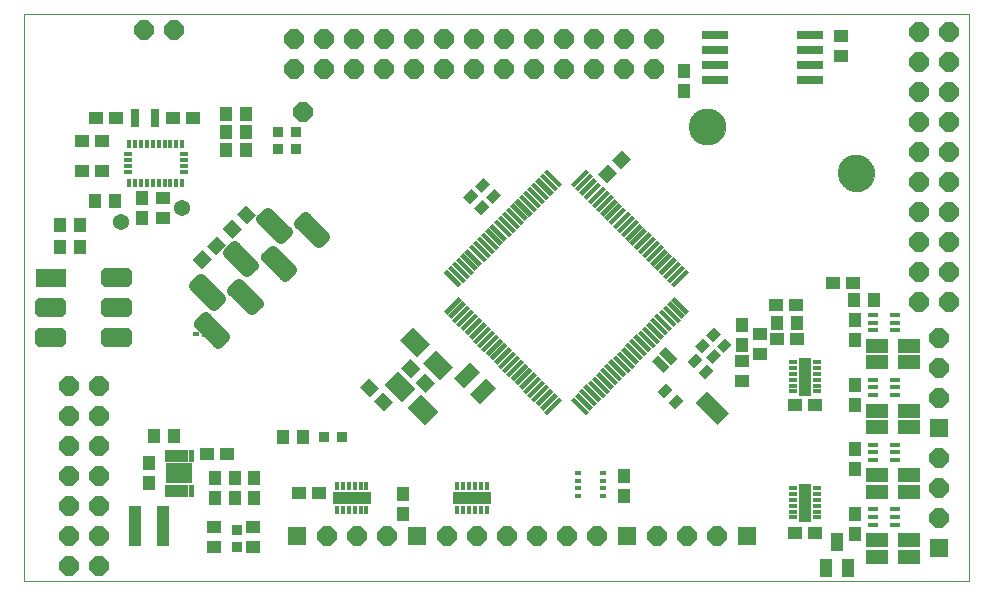
<source format=gts>
G75*
%MOIN*%
%OFA0B0*%
%FSLAX25Y25*%
%IPPOS*%
%LPD*%
%AMOC8*
5,1,8,0,0,1.08239X$1,22.5*
%
%ADD10C,0.00000*%
%ADD11C,0.12211*%
%ADD12R,0.04731X0.04337*%
%ADD13R,0.08077X0.06306*%
%ADD14R,0.08865X0.06699*%
%ADD15C,0.00015*%
%ADD16C,0.02781*%
%ADD17C,0.02800*%
%ADD18R,0.04200X0.13600*%
%ADD19R,0.04337X0.04731*%
%ADD20R,0.03550X0.03550*%
%ADD21R,0.01600X0.03000*%
%ADD22R,0.12600X0.04300*%
%ADD23R,0.03000X0.01600*%
%ADD24R,0.04300X0.12600*%
%ADD25R,0.03156X0.03943*%
%ADD26R,0.05400X0.02900*%
%ADD27R,0.10400X0.05400*%
%ADD28R,0.09100X0.02800*%
%ADD29OC8,0.06400*%
%ADD30R,0.02369X0.01778*%
%ADD31R,0.01500X0.07000*%
%ADD32R,0.04731X0.07487*%
%ADD33C,0.00050*%
%ADD34R,0.01384X0.03057*%
%ADD35R,0.03057X0.01384*%
%ADD36R,0.03156X0.05912*%
%ADD37C,0.05400*%
%ADD38R,0.03543X0.01772*%
%ADD39R,0.07200X0.04730*%
%ADD40R,0.06400X0.06400*%
%ADD41R,0.04337X0.05912*%
%ADD42R,0.10400X0.06400*%
%ADD43C,0.03200*%
D10*
X0007131Y0012652D02*
X0007131Y0201628D01*
X0322092Y0201628D01*
X0322092Y0012652D01*
X0007131Y0012652D01*
X0229164Y0164079D02*
X0229166Y0164232D01*
X0229172Y0164386D01*
X0229182Y0164539D01*
X0229196Y0164691D01*
X0229214Y0164844D01*
X0229236Y0164995D01*
X0229261Y0165146D01*
X0229291Y0165297D01*
X0229325Y0165447D01*
X0229362Y0165595D01*
X0229403Y0165743D01*
X0229448Y0165889D01*
X0229497Y0166035D01*
X0229550Y0166179D01*
X0229606Y0166321D01*
X0229666Y0166462D01*
X0229730Y0166602D01*
X0229797Y0166740D01*
X0229868Y0166876D01*
X0229943Y0167010D01*
X0230020Y0167142D01*
X0230102Y0167272D01*
X0230186Y0167400D01*
X0230274Y0167526D01*
X0230365Y0167649D01*
X0230459Y0167770D01*
X0230557Y0167888D01*
X0230657Y0168004D01*
X0230761Y0168117D01*
X0230867Y0168228D01*
X0230976Y0168336D01*
X0231088Y0168441D01*
X0231202Y0168542D01*
X0231320Y0168641D01*
X0231439Y0168737D01*
X0231561Y0168830D01*
X0231686Y0168919D01*
X0231813Y0169006D01*
X0231942Y0169088D01*
X0232073Y0169168D01*
X0232206Y0169244D01*
X0232341Y0169317D01*
X0232478Y0169386D01*
X0232617Y0169451D01*
X0232757Y0169513D01*
X0232899Y0169571D01*
X0233042Y0169626D01*
X0233187Y0169677D01*
X0233333Y0169724D01*
X0233480Y0169767D01*
X0233628Y0169806D01*
X0233777Y0169842D01*
X0233927Y0169873D01*
X0234078Y0169901D01*
X0234229Y0169925D01*
X0234382Y0169945D01*
X0234534Y0169961D01*
X0234687Y0169973D01*
X0234840Y0169981D01*
X0234993Y0169985D01*
X0235147Y0169985D01*
X0235300Y0169981D01*
X0235453Y0169973D01*
X0235606Y0169961D01*
X0235758Y0169945D01*
X0235911Y0169925D01*
X0236062Y0169901D01*
X0236213Y0169873D01*
X0236363Y0169842D01*
X0236512Y0169806D01*
X0236660Y0169767D01*
X0236807Y0169724D01*
X0236953Y0169677D01*
X0237098Y0169626D01*
X0237241Y0169571D01*
X0237383Y0169513D01*
X0237523Y0169451D01*
X0237662Y0169386D01*
X0237799Y0169317D01*
X0237934Y0169244D01*
X0238067Y0169168D01*
X0238198Y0169088D01*
X0238327Y0169006D01*
X0238454Y0168919D01*
X0238579Y0168830D01*
X0238701Y0168737D01*
X0238820Y0168641D01*
X0238938Y0168542D01*
X0239052Y0168441D01*
X0239164Y0168336D01*
X0239273Y0168228D01*
X0239379Y0168117D01*
X0239483Y0168004D01*
X0239583Y0167888D01*
X0239681Y0167770D01*
X0239775Y0167649D01*
X0239866Y0167526D01*
X0239954Y0167400D01*
X0240038Y0167272D01*
X0240120Y0167142D01*
X0240197Y0167010D01*
X0240272Y0166876D01*
X0240343Y0166740D01*
X0240410Y0166602D01*
X0240474Y0166462D01*
X0240534Y0166321D01*
X0240590Y0166179D01*
X0240643Y0166035D01*
X0240692Y0165889D01*
X0240737Y0165743D01*
X0240778Y0165595D01*
X0240815Y0165447D01*
X0240849Y0165297D01*
X0240879Y0165146D01*
X0240904Y0164995D01*
X0240926Y0164844D01*
X0240944Y0164691D01*
X0240958Y0164539D01*
X0240968Y0164386D01*
X0240974Y0164232D01*
X0240976Y0164079D01*
X0240974Y0163926D01*
X0240968Y0163772D01*
X0240958Y0163619D01*
X0240944Y0163467D01*
X0240926Y0163314D01*
X0240904Y0163163D01*
X0240879Y0163012D01*
X0240849Y0162861D01*
X0240815Y0162711D01*
X0240778Y0162563D01*
X0240737Y0162415D01*
X0240692Y0162269D01*
X0240643Y0162123D01*
X0240590Y0161979D01*
X0240534Y0161837D01*
X0240474Y0161696D01*
X0240410Y0161556D01*
X0240343Y0161418D01*
X0240272Y0161282D01*
X0240197Y0161148D01*
X0240120Y0161016D01*
X0240038Y0160886D01*
X0239954Y0160758D01*
X0239866Y0160632D01*
X0239775Y0160509D01*
X0239681Y0160388D01*
X0239583Y0160270D01*
X0239483Y0160154D01*
X0239379Y0160041D01*
X0239273Y0159930D01*
X0239164Y0159822D01*
X0239052Y0159717D01*
X0238938Y0159616D01*
X0238820Y0159517D01*
X0238701Y0159421D01*
X0238579Y0159328D01*
X0238454Y0159239D01*
X0238327Y0159152D01*
X0238198Y0159070D01*
X0238067Y0158990D01*
X0237934Y0158914D01*
X0237799Y0158841D01*
X0237662Y0158772D01*
X0237523Y0158707D01*
X0237383Y0158645D01*
X0237241Y0158587D01*
X0237098Y0158532D01*
X0236953Y0158481D01*
X0236807Y0158434D01*
X0236660Y0158391D01*
X0236512Y0158352D01*
X0236363Y0158316D01*
X0236213Y0158285D01*
X0236062Y0158257D01*
X0235911Y0158233D01*
X0235758Y0158213D01*
X0235606Y0158197D01*
X0235453Y0158185D01*
X0235300Y0158177D01*
X0235147Y0158173D01*
X0234993Y0158173D01*
X0234840Y0158177D01*
X0234687Y0158185D01*
X0234534Y0158197D01*
X0234382Y0158213D01*
X0234229Y0158233D01*
X0234078Y0158257D01*
X0233927Y0158285D01*
X0233777Y0158316D01*
X0233628Y0158352D01*
X0233480Y0158391D01*
X0233333Y0158434D01*
X0233187Y0158481D01*
X0233042Y0158532D01*
X0232899Y0158587D01*
X0232757Y0158645D01*
X0232617Y0158707D01*
X0232478Y0158772D01*
X0232341Y0158841D01*
X0232206Y0158914D01*
X0232073Y0158990D01*
X0231942Y0159070D01*
X0231813Y0159152D01*
X0231686Y0159239D01*
X0231561Y0159328D01*
X0231439Y0159421D01*
X0231320Y0159517D01*
X0231202Y0159616D01*
X0231088Y0159717D01*
X0230976Y0159822D01*
X0230867Y0159930D01*
X0230761Y0160041D01*
X0230657Y0160154D01*
X0230557Y0160270D01*
X0230459Y0160388D01*
X0230365Y0160509D01*
X0230274Y0160632D01*
X0230186Y0160758D01*
X0230102Y0160886D01*
X0230020Y0161016D01*
X0229943Y0161148D01*
X0229868Y0161282D01*
X0229797Y0161418D01*
X0229730Y0161556D01*
X0229666Y0161696D01*
X0229606Y0161837D01*
X0229550Y0161979D01*
X0229497Y0162123D01*
X0229448Y0162269D01*
X0229403Y0162415D01*
X0229362Y0162563D01*
X0229325Y0162711D01*
X0229291Y0162861D01*
X0229261Y0163012D01*
X0229236Y0163163D01*
X0229214Y0163314D01*
X0229196Y0163467D01*
X0229182Y0163619D01*
X0229172Y0163772D01*
X0229166Y0163926D01*
X0229164Y0164079D01*
X0278785Y0148479D02*
X0278787Y0148632D01*
X0278793Y0148786D01*
X0278803Y0148939D01*
X0278817Y0149091D01*
X0278835Y0149244D01*
X0278857Y0149395D01*
X0278882Y0149546D01*
X0278912Y0149697D01*
X0278946Y0149847D01*
X0278983Y0149995D01*
X0279024Y0150143D01*
X0279069Y0150289D01*
X0279118Y0150435D01*
X0279171Y0150579D01*
X0279227Y0150721D01*
X0279287Y0150862D01*
X0279351Y0151002D01*
X0279418Y0151140D01*
X0279489Y0151276D01*
X0279564Y0151410D01*
X0279641Y0151542D01*
X0279723Y0151672D01*
X0279807Y0151800D01*
X0279895Y0151926D01*
X0279986Y0152049D01*
X0280080Y0152170D01*
X0280178Y0152288D01*
X0280278Y0152404D01*
X0280382Y0152517D01*
X0280488Y0152628D01*
X0280597Y0152736D01*
X0280709Y0152841D01*
X0280823Y0152942D01*
X0280941Y0153041D01*
X0281060Y0153137D01*
X0281182Y0153230D01*
X0281307Y0153319D01*
X0281434Y0153406D01*
X0281563Y0153488D01*
X0281694Y0153568D01*
X0281827Y0153644D01*
X0281962Y0153717D01*
X0282099Y0153786D01*
X0282238Y0153851D01*
X0282378Y0153913D01*
X0282520Y0153971D01*
X0282663Y0154026D01*
X0282808Y0154077D01*
X0282954Y0154124D01*
X0283101Y0154167D01*
X0283249Y0154206D01*
X0283398Y0154242D01*
X0283548Y0154273D01*
X0283699Y0154301D01*
X0283850Y0154325D01*
X0284003Y0154345D01*
X0284155Y0154361D01*
X0284308Y0154373D01*
X0284461Y0154381D01*
X0284614Y0154385D01*
X0284768Y0154385D01*
X0284921Y0154381D01*
X0285074Y0154373D01*
X0285227Y0154361D01*
X0285379Y0154345D01*
X0285532Y0154325D01*
X0285683Y0154301D01*
X0285834Y0154273D01*
X0285984Y0154242D01*
X0286133Y0154206D01*
X0286281Y0154167D01*
X0286428Y0154124D01*
X0286574Y0154077D01*
X0286719Y0154026D01*
X0286862Y0153971D01*
X0287004Y0153913D01*
X0287144Y0153851D01*
X0287283Y0153786D01*
X0287420Y0153717D01*
X0287555Y0153644D01*
X0287688Y0153568D01*
X0287819Y0153488D01*
X0287948Y0153406D01*
X0288075Y0153319D01*
X0288200Y0153230D01*
X0288322Y0153137D01*
X0288441Y0153041D01*
X0288559Y0152942D01*
X0288673Y0152841D01*
X0288785Y0152736D01*
X0288894Y0152628D01*
X0289000Y0152517D01*
X0289104Y0152404D01*
X0289204Y0152288D01*
X0289302Y0152170D01*
X0289396Y0152049D01*
X0289487Y0151926D01*
X0289575Y0151800D01*
X0289659Y0151672D01*
X0289741Y0151542D01*
X0289818Y0151410D01*
X0289893Y0151276D01*
X0289964Y0151140D01*
X0290031Y0151002D01*
X0290095Y0150862D01*
X0290155Y0150721D01*
X0290211Y0150579D01*
X0290264Y0150435D01*
X0290313Y0150289D01*
X0290358Y0150143D01*
X0290399Y0149995D01*
X0290436Y0149847D01*
X0290470Y0149697D01*
X0290500Y0149546D01*
X0290525Y0149395D01*
X0290547Y0149244D01*
X0290565Y0149091D01*
X0290579Y0148939D01*
X0290589Y0148786D01*
X0290595Y0148632D01*
X0290597Y0148479D01*
X0290595Y0148326D01*
X0290589Y0148172D01*
X0290579Y0148019D01*
X0290565Y0147867D01*
X0290547Y0147714D01*
X0290525Y0147563D01*
X0290500Y0147412D01*
X0290470Y0147261D01*
X0290436Y0147111D01*
X0290399Y0146963D01*
X0290358Y0146815D01*
X0290313Y0146669D01*
X0290264Y0146523D01*
X0290211Y0146379D01*
X0290155Y0146237D01*
X0290095Y0146096D01*
X0290031Y0145956D01*
X0289964Y0145818D01*
X0289893Y0145682D01*
X0289818Y0145548D01*
X0289741Y0145416D01*
X0289659Y0145286D01*
X0289575Y0145158D01*
X0289487Y0145032D01*
X0289396Y0144909D01*
X0289302Y0144788D01*
X0289204Y0144670D01*
X0289104Y0144554D01*
X0289000Y0144441D01*
X0288894Y0144330D01*
X0288785Y0144222D01*
X0288673Y0144117D01*
X0288559Y0144016D01*
X0288441Y0143917D01*
X0288322Y0143821D01*
X0288200Y0143728D01*
X0288075Y0143639D01*
X0287948Y0143552D01*
X0287819Y0143470D01*
X0287688Y0143390D01*
X0287555Y0143314D01*
X0287420Y0143241D01*
X0287283Y0143172D01*
X0287144Y0143107D01*
X0287004Y0143045D01*
X0286862Y0142987D01*
X0286719Y0142932D01*
X0286574Y0142881D01*
X0286428Y0142834D01*
X0286281Y0142791D01*
X0286133Y0142752D01*
X0285984Y0142716D01*
X0285834Y0142685D01*
X0285683Y0142657D01*
X0285532Y0142633D01*
X0285379Y0142613D01*
X0285227Y0142597D01*
X0285074Y0142585D01*
X0284921Y0142577D01*
X0284768Y0142573D01*
X0284614Y0142573D01*
X0284461Y0142577D01*
X0284308Y0142585D01*
X0284155Y0142597D01*
X0284003Y0142613D01*
X0283850Y0142633D01*
X0283699Y0142657D01*
X0283548Y0142685D01*
X0283398Y0142716D01*
X0283249Y0142752D01*
X0283101Y0142791D01*
X0282954Y0142834D01*
X0282808Y0142881D01*
X0282663Y0142932D01*
X0282520Y0142987D01*
X0282378Y0143045D01*
X0282238Y0143107D01*
X0282099Y0143172D01*
X0281962Y0143241D01*
X0281827Y0143314D01*
X0281694Y0143390D01*
X0281563Y0143470D01*
X0281434Y0143552D01*
X0281307Y0143639D01*
X0281182Y0143728D01*
X0281060Y0143821D01*
X0280941Y0143917D01*
X0280823Y0144016D01*
X0280709Y0144117D01*
X0280597Y0144222D01*
X0280488Y0144330D01*
X0280382Y0144441D01*
X0280278Y0144554D01*
X0280178Y0144670D01*
X0280080Y0144788D01*
X0279986Y0144909D01*
X0279895Y0145032D01*
X0279807Y0145158D01*
X0279723Y0145286D01*
X0279641Y0145416D01*
X0279564Y0145548D01*
X0279489Y0145682D01*
X0279418Y0145818D01*
X0279351Y0145956D01*
X0279287Y0146096D01*
X0279227Y0146237D01*
X0279171Y0146379D01*
X0279118Y0146523D01*
X0279069Y0146669D01*
X0279024Y0146815D01*
X0278983Y0146963D01*
X0278946Y0147111D01*
X0278912Y0147261D01*
X0278882Y0147412D01*
X0278857Y0147563D01*
X0278835Y0147714D01*
X0278817Y0147867D01*
X0278803Y0148019D01*
X0278793Y0148172D01*
X0278787Y0148326D01*
X0278785Y0148479D01*
D11*
X0284691Y0148479D03*
X0235070Y0164079D03*
D12*
G36*
X0203187Y0153022D02*
X0206531Y0156366D01*
X0209597Y0153300D01*
X0206253Y0149956D01*
X0203187Y0153022D01*
G37*
G36*
X0198455Y0148289D02*
X0201799Y0151633D01*
X0204865Y0148567D01*
X0201521Y0145223D01*
X0198455Y0148289D01*
G37*
X0257985Y0104715D03*
X0264678Y0104715D03*
X0276985Y0111915D03*
X0283678Y0111915D03*
X0264878Y0093315D03*
X0258185Y0093315D03*
X0252531Y0094861D03*
X0252531Y0088169D03*
X0246531Y0085861D03*
X0246531Y0079169D03*
X0264185Y0071115D03*
X0270878Y0071115D03*
X0270878Y0028515D03*
X0264185Y0028515D03*
G36*
X0141142Y0075360D02*
X0137798Y0078704D01*
X0140864Y0081770D01*
X0144208Y0078426D01*
X0141142Y0075360D01*
G37*
G36*
X0136410Y0080093D02*
X0133066Y0083437D01*
X0136132Y0086503D01*
X0139476Y0083159D01*
X0136410Y0080093D01*
G37*
G36*
X0127342Y0069160D02*
X0123998Y0072504D01*
X0127064Y0075570D01*
X0130408Y0072226D01*
X0127342Y0069160D01*
G37*
G36*
X0122610Y0073893D02*
X0119266Y0077237D01*
X0122332Y0080303D01*
X0125676Y0076959D01*
X0122610Y0073893D01*
G37*
X0105583Y0041931D03*
X0098891Y0041931D03*
X0083531Y0030461D03*
X0083531Y0023769D03*
X0070689Y0023785D03*
X0070689Y0030478D03*
X0068166Y0054806D03*
X0074858Y0054806D03*
G36*
X0069770Y0119888D02*
X0066426Y0116544D01*
X0063360Y0119610D01*
X0066704Y0122954D01*
X0069770Y0119888D01*
G37*
G36*
X0074503Y0124620D02*
X0071159Y0121276D01*
X0068093Y0124342D01*
X0071437Y0127686D01*
X0074503Y0124620D01*
G37*
X0053731Y0133569D03*
X0053731Y0140261D03*
X0033292Y0149352D03*
X0026599Y0149352D03*
X0026599Y0159352D03*
X0033292Y0159352D03*
X0031185Y0166915D03*
X0037878Y0166915D03*
X0056985Y0166915D03*
X0063678Y0166915D03*
X0279601Y0187498D03*
X0279601Y0194191D03*
D13*
G36*
X0138234Y0087075D02*
X0132525Y0092784D01*
X0136984Y0097243D01*
X0142693Y0091534D01*
X0138234Y0087075D01*
G37*
G36*
X0145890Y0079420D02*
X0140181Y0085129D01*
X0144640Y0089588D01*
X0150349Y0083879D01*
X0145890Y0079420D01*
G37*
G36*
X0133129Y0072259D02*
X0127420Y0077968D01*
X0131879Y0082427D01*
X0137588Y0076718D01*
X0133129Y0072259D01*
G37*
G36*
X0140784Y0064603D02*
X0135075Y0070312D01*
X0139534Y0074771D01*
X0145243Y0069062D01*
X0140784Y0064603D01*
G37*
D14*
X0059012Y0048556D03*
D15*
X0059756Y0044616D02*
X0059756Y0040982D01*
X0058268Y0040982D01*
X0058268Y0044616D01*
X0059756Y0044616D01*
X0059756Y0040996D02*
X0058268Y0040996D01*
X0058268Y0041010D02*
X0059756Y0041010D01*
X0059756Y0041024D02*
X0058268Y0041024D01*
X0058268Y0041038D02*
X0059756Y0041038D01*
X0059756Y0041052D02*
X0058268Y0041052D01*
X0058268Y0041066D02*
X0059756Y0041066D01*
X0059756Y0041080D02*
X0058268Y0041080D01*
X0058268Y0041094D02*
X0059756Y0041094D01*
X0059756Y0041108D02*
X0058268Y0041108D01*
X0058268Y0041122D02*
X0059756Y0041122D01*
X0059756Y0041136D02*
X0058268Y0041136D01*
X0058268Y0041150D02*
X0059756Y0041150D01*
X0059756Y0041164D02*
X0058268Y0041164D01*
X0058268Y0041178D02*
X0059756Y0041178D01*
X0059756Y0041192D02*
X0058268Y0041192D01*
X0058268Y0041206D02*
X0059756Y0041206D01*
X0059756Y0041220D02*
X0058268Y0041220D01*
X0058268Y0041234D02*
X0059756Y0041234D01*
X0059756Y0041248D02*
X0058268Y0041248D01*
X0058268Y0041262D02*
X0059756Y0041262D01*
X0059756Y0041276D02*
X0058268Y0041276D01*
X0058268Y0041290D02*
X0059756Y0041290D01*
X0059756Y0041304D02*
X0058268Y0041304D01*
X0058268Y0041318D02*
X0059756Y0041318D01*
X0059756Y0041332D02*
X0058268Y0041332D01*
X0058268Y0041346D02*
X0059756Y0041346D01*
X0059756Y0041360D02*
X0058268Y0041360D01*
X0058268Y0041374D02*
X0059756Y0041374D01*
X0059756Y0041388D02*
X0058268Y0041388D01*
X0058268Y0041402D02*
X0059756Y0041402D01*
X0059756Y0041416D02*
X0058268Y0041416D01*
X0058268Y0041430D02*
X0059756Y0041430D01*
X0059756Y0041444D02*
X0058268Y0041444D01*
X0058268Y0041458D02*
X0059756Y0041458D01*
X0059756Y0041472D02*
X0058268Y0041472D01*
X0058268Y0041486D02*
X0059756Y0041486D01*
X0059756Y0041500D02*
X0058268Y0041500D01*
X0058268Y0041514D02*
X0059756Y0041514D01*
X0059756Y0041528D02*
X0058268Y0041528D01*
X0058268Y0041542D02*
X0059756Y0041542D01*
X0059756Y0041556D02*
X0058268Y0041556D01*
X0058268Y0041570D02*
X0059756Y0041570D01*
X0059756Y0041584D02*
X0058268Y0041584D01*
X0058268Y0041598D02*
X0059756Y0041598D01*
X0059756Y0041612D02*
X0058268Y0041612D01*
X0058268Y0041626D02*
X0059756Y0041626D01*
X0059756Y0041640D02*
X0058268Y0041640D01*
X0058268Y0041654D02*
X0059756Y0041654D01*
X0059756Y0041668D02*
X0058268Y0041668D01*
X0058268Y0041682D02*
X0059756Y0041682D01*
X0059756Y0041696D02*
X0058268Y0041696D01*
X0058268Y0041710D02*
X0059756Y0041710D01*
X0059756Y0041724D02*
X0058268Y0041724D01*
X0058268Y0041738D02*
X0059756Y0041738D01*
X0059756Y0041752D02*
X0058268Y0041752D01*
X0058268Y0041766D02*
X0059756Y0041766D01*
X0059756Y0041780D02*
X0058268Y0041780D01*
X0058268Y0041794D02*
X0059756Y0041794D01*
X0059756Y0041808D02*
X0058268Y0041808D01*
X0058268Y0041822D02*
X0059756Y0041822D01*
X0059756Y0041836D02*
X0058268Y0041836D01*
X0058268Y0041850D02*
X0059756Y0041850D01*
X0059756Y0041864D02*
X0058268Y0041864D01*
X0058268Y0041878D02*
X0059756Y0041878D01*
X0059756Y0041892D02*
X0058268Y0041892D01*
X0058268Y0041906D02*
X0059756Y0041906D01*
X0059756Y0041920D02*
X0058268Y0041920D01*
X0058268Y0041934D02*
X0059756Y0041934D01*
X0059756Y0041948D02*
X0058268Y0041948D01*
X0058268Y0041962D02*
X0059756Y0041962D01*
X0059756Y0041976D02*
X0058268Y0041976D01*
X0058268Y0041990D02*
X0059756Y0041990D01*
X0059756Y0042004D02*
X0058268Y0042004D01*
X0058268Y0042018D02*
X0059756Y0042018D01*
X0059756Y0042032D02*
X0058268Y0042032D01*
X0058268Y0042046D02*
X0059756Y0042046D01*
X0059756Y0042060D02*
X0058268Y0042060D01*
X0058268Y0042074D02*
X0059756Y0042074D01*
X0059756Y0042088D02*
X0058268Y0042088D01*
X0058268Y0042102D02*
X0059756Y0042102D01*
X0059756Y0042116D02*
X0058268Y0042116D01*
X0058268Y0042130D02*
X0059756Y0042130D01*
X0059756Y0042144D02*
X0058268Y0042144D01*
X0058268Y0042158D02*
X0059756Y0042158D01*
X0059756Y0042172D02*
X0058268Y0042172D01*
X0058268Y0042186D02*
X0059756Y0042186D01*
X0059756Y0042200D02*
X0058268Y0042200D01*
X0058268Y0042214D02*
X0059756Y0042214D01*
X0059756Y0042228D02*
X0058268Y0042228D01*
X0058268Y0042242D02*
X0059756Y0042242D01*
X0059756Y0042256D02*
X0058268Y0042256D01*
X0058268Y0042270D02*
X0059756Y0042270D01*
X0059756Y0042284D02*
X0058268Y0042284D01*
X0058268Y0042298D02*
X0059756Y0042298D01*
X0059756Y0042312D02*
X0058268Y0042312D01*
X0058268Y0042326D02*
X0059756Y0042326D01*
X0059756Y0042340D02*
X0058268Y0042340D01*
X0058268Y0042354D02*
X0059756Y0042354D01*
X0059756Y0042368D02*
X0058268Y0042368D01*
X0058268Y0042382D02*
X0059756Y0042382D01*
X0059756Y0042396D02*
X0058268Y0042396D01*
X0058268Y0042410D02*
X0059756Y0042410D01*
X0059756Y0042424D02*
X0058268Y0042424D01*
X0058268Y0042438D02*
X0059756Y0042438D01*
X0059756Y0042452D02*
X0058268Y0042452D01*
X0058268Y0042466D02*
X0059756Y0042466D01*
X0059756Y0042480D02*
X0058268Y0042480D01*
X0058268Y0042494D02*
X0059756Y0042494D01*
X0059756Y0042508D02*
X0058268Y0042508D01*
X0058268Y0042522D02*
X0059756Y0042522D01*
X0059756Y0042536D02*
X0058268Y0042536D01*
X0058268Y0042550D02*
X0059756Y0042550D01*
X0059756Y0042564D02*
X0058268Y0042564D01*
X0058268Y0042578D02*
X0059756Y0042578D01*
X0059756Y0042592D02*
X0058268Y0042592D01*
X0058268Y0042606D02*
X0059756Y0042606D01*
X0059756Y0042620D02*
X0058268Y0042620D01*
X0058268Y0042634D02*
X0059756Y0042634D01*
X0059756Y0042648D02*
X0058268Y0042648D01*
X0058268Y0042662D02*
X0059756Y0042662D01*
X0059756Y0042676D02*
X0058268Y0042676D01*
X0058268Y0042690D02*
X0059756Y0042690D01*
X0059756Y0042704D02*
X0058268Y0042704D01*
X0058268Y0042718D02*
X0059756Y0042718D01*
X0059756Y0042732D02*
X0058268Y0042732D01*
X0058268Y0042746D02*
X0059756Y0042746D01*
X0059756Y0042760D02*
X0058268Y0042760D01*
X0058268Y0042774D02*
X0059756Y0042774D01*
X0059756Y0042788D02*
X0058268Y0042788D01*
X0058268Y0042802D02*
X0059756Y0042802D01*
X0059756Y0042816D02*
X0058268Y0042816D01*
X0058268Y0042830D02*
X0059756Y0042830D01*
X0059756Y0042844D02*
X0058268Y0042844D01*
X0058268Y0042858D02*
X0059756Y0042858D01*
X0059756Y0042872D02*
X0058268Y0042872D01*
X0058268Y0042886D02*
X0059756Y0042886D01*
X0059756Y0042900D02*
X0058268Y0042900D01*
X0058268Y0042914D02*
X0059756Y0042914D01*
X0059756Y0042928D02*
X0058268Y0042928D01*
X0058268Y0042942D02*
X0059756Y0042942D01*
X0059756Y0042956D02*
X0058268Y0042956D01*
X0058268Y0042970D02*
X0059756Y0042970D01*
X0059756Y0042984D02*
X0058268Y0042984D01*
X0058268Y0042998D02*
X0059756Y0042998D01*
X0059756Y0043012D02*
X0058268Y0043012D01*
X0058268Y0043026D02*
X0059756Y0043026D01*
X0059756Y0043040D02*
X0058268Y0043040D01*
X0058268Y0043054D02*
X0059756Y0043054D01*
X0059756Y0043068D02*
X0058268Y0043068D01*
X0058268Y0043082D02*
X0059756Y0043082D01*
X0059756Y0043096D02*
X0058268Y0043096D01*
X0058268Y0043110D02*
X0059756Y0043110D01*
X0059756Y0043124D02*
X0058268Y0043124D01*
X0058268Y0043138D02*
X0059756Y0043138D01*
X0059756Y0043152D02*
X0058268Y0043152D01*
X0058268Y0043166D02*
X0059756Y0043166D01*
X0059756Y0043180D02*
X0058268Y0043180D01*
X0058268Y0043194D02*
X0059756Y0043194D01*
X0059756Y0043208D02*
X0058268Y0043208D01*
X0058268Y0043222D02*
X0059756Y0043222D01*
X0059756Y0043236D02*
X0058268Y0043236D01*
X0058268Y0043250D02*
X0059756Y0043250D01*
X0059756Y0043264D02*
X0058268Y0043264D01*
X0058268Y0043278D02*
X0059756Y0043278D01*
X0059756Y0043292D02*
X0058268Y0043292D01*
X0058268Y0043306D02*
X0059756Y0043306D01*
X0059756Y0043320D02*
X0058268Y0043320D01*
X0058268Y0043334D02*
X0059756Y0043334D01*
X0059756Y0043348D02*
X0058268Y0043348D01*
X0058268Y0043362D02*
X0059756Y0043362D01*
X0059756Y0043376D02*
X0058268Y0043376D01*
X0058268Y0043390D02*
X0059756Y0043390D01*
X0059756Y0043404D02*
X0058268Y0043404D01*
X0058268Y0043418D02*
X0059756Y0043418D01*
X0059756Y0043432D02*
X0058268Y0043432D01*
X0058268Y0043446D02*
X0059756Y0043446D01*
X0059756Y0043460D02*
X0058268Y0043460D01*
X0058268Y0043474D02*
X0059756Y0043474D01*
X0059756Y0043488D02*
X0058268Y0043488D01*
X0058268Y0043502D02*
X0059756Y0043502D01*
X0059756Y0043516D02*
X0058268Y0043516D01*
X0058268Y0043530D02*
X0059756Y0043530D01*
X0059756Y0043544D02*
X0058268Y0043544D01*
X0058268Y0043558D02*
X0059756Y0043558D01*
X0059756Y0043572D02*
X0058268Y0043572D01*
X0058268Y0043586D02*
X0059756Y0043586D01*
X0059756Y0043600D02*
X0058268Y0043600D01*
X0058268Y0043614D02*
X0059756Y0043614D01*
X0059756Y0043628D02*
X0058268Y0043628D01*
X0058268Y0043642D02*
X0059756Y0043642D01*
X0059756Y0043656D02*
X0058268Y0043656D01*
X0058268Y0043670D02*
X0059756Y0043670D01*
X0059756Y0043684D02*
X0058268Y0043684D01*
X0058268Y0043698D02*
X0059756Y0043698D01*
X0059756Y0043712D02*
X0058268Y0043712D01*
X0058268Y0043726D02*
X0059756Y0043726D01*
X0059756Y0043740D02*
X0058268Y0043740D01*
X0058268Y0043754D02*
X0059756Y0043754D01*
X0059756Y0043768D02*
X0058268Y0043768D01*
X0058268Y0043782D02*
X0059756Y0043782D01*
X0059756Y0043796D02*
X0058268Y0043796D01*
X0058268Y0043810D02*
X0059756Y0043810D01*
X0059756Y0043824D02*
X0058268Y0043824D01*
X0058268Y0043838D02*
X0059756Y0043838D01*
X0059756Y0043852D02*
X0058268Y0043852D01*
X0058268Y0043866D02*
X0059756Y0043866D01*
X0059756Y0043880D02*
X0058268Y0043880D01*
X0058268Y0043894D02*
X0059756Y0043894D01*
X0059756Y0043908D02*
X0058268Y0043908D01*
X0058268Y0043922D02*
X0059756Y0043922D01*
X0059756Y0043936D02*
X0058268Y0043936D01*
X0058268Y0043950D02*
X0059756Y0043950D01*
X0059756Y0043964D02*
X0058268Y0043964D01*
X0058268Y0043978D02*
X0059756Y0043978D01*
X0059756Y0043992D02*
X0058268Y0043992D01*
X0058268Y0044006D02*
X0059756Y0044006D01*
X0059756Y0044020D02*
X0058268Y0044020D01*
X0058268Y0044034D02*
X0059756Y0044034D01*
X0059756Y0044048D02*
X0058268Y0044048D01*
X0058268Y0044062D02*
X0059756Y0044062D01*
X0059756Y0044076D02*
X0058268Y0044076D01*
X0058268Y0044090D02*
X0059756Y0044090D01*
X0059756Y0044104D02*
X0058268Y0044104D01*
X0058268Y0044118D02*
X0059756Y0044118D01*
X0059756Y0044132D02*
X0058268Y0044132D01*
X0058268Y0044146D02*
X0059756Y0044146D01*
X0059756Y0044160D02*
X0058268Y0044160D01*
X0058268Y0044174D02*
X0059756Y0044174D01*
X0059756Y0044188D02*
X0058268Y0044188D01*
X0058268Y0044202D02*
X0059756Y0044202D01*
X0059756Y0044216D02*
X0058268Y0044216D01*
X0058268Y0044230D02*
X0059756Y0044230D01*
X0059756Y0044244D02*
X0058268Y0044244D01*
X0058268Y0044258D02*
X0059756Y0044258D01*
X0059756Y0044272D02*
X0058268Y0044272D01*
X0058268Y0044286D02*
X0059756Y0044286D01*
X0059756Y0044300D02*
X0058268Y0044300D01*
X0058268Y0044314D02*
X0059756Y0044314D01*
X0059756Y0044328D02*
X0058268Y0044328D01*
X0058268Y0044342D02*
X0059756Y0044342D01*
X0059756Y0044356D02*
X0058268Y0044356D01*
X0058268Y0044370D02*
X0059756Y0044370D01*
X0059756Y0044384D02*
X0058268Y0044384D01*
X0058268Y0044398D02*
X0059756Y0044398D01*
X0059756Y0044412D02*
X0058268Y0044412D01*
X0058268Y0044426D02*
X0059756Y0044426D01*
X0059756Y0044440D02*
X0058268Y0044440D01*
X0058268Y0044454D02*
X0059756Y0044454D01*
X0059756Y0044468D02*
X0058268Y0044468D01*
X0058268Y0044482D02*
X0059756Y0044482D01*
X0059756Y0044496D02*
X0058268Y0044496D01*
X0058268Y0044510D02*
X0059756Y0044510D01*
X0059756Y0044524D02*
X0058268Y0044524D01*
X0058268Y0044538D02*
X0059756Y0044538D01*
X0059756Y0044552D02*
X0058268Y0044552D01*
X0058268Y0044566D02*
X0059756Y0044566D01*
X0059756Y0044580D02*
X0058268Y0044580D01*
X0058268Y0044594D02*
X0059756Y0044594D01*
X0059756Y0044608D02*
X0058268Y0044608D01*
X0057788Y0044616D02*
X0057788Y0040982D01*
X0056300Y0040982D01*
X0056300Y0044616D01*
X0057788Y0044616D01*
X0057788Y0040996D02*
X0056300Y0040996D01*
X0056300Y0041010D02*
X0057788Y0041010D01*
X0057788Y0041024D02*
X0056300Y0041024D01*
X0056300Y0041038D02*
X0057788Y0041038D01*
X0057788Y0041052D02*
X0056300Y0041052D01*
X0056300Y0041066D02*
X0057788Y0041066D01*
X0057788Y0041080D02*
X0056300Y0041080D01*
X0056300Y0041094D02*
X0057788Y0041094D01*
X0057788Y0041108D02*
X0056300Y0041108D01*
X0056300Y0041122D02*
X0057788Y0041122D01*
X0057788Y0041136D02*
X0056300Y0041136D01*
X0056300Y0041150D02*
X0057788Y0041150D01*
X0057788Y0041164D02*
X0056300Y0041164D01*
X0056300Y0041178D02*
X0057788Y0041178D01*
X0057788Y0041192D02*
X0056300Y0041192D01*
X0056300Y0041206D02*
X0057788Y0041206D01*
X0057788Y0041220D02*
X0056300Y0041220D01*
X0056300Y0041234D02*
X0057788Y0041234D01*
X0057788Y0041248D02*
X0056300Y0041248D01*
X0056300Y0041262D02*
X0057788Y0041262D01*
X0057788Y0041276D02*
X0056300Y0041276D01*
X0056300Y0041290D02*
X0057788Y0041290D01*
X0057788Y0041304D02*
X0056300Y0041304D01*
X0056300Y0041318D02*
X0057788Y0041318D01*
X0057788Y0041332D02*
X0056300Y0041332D01*
X0056300Y0041346D02*
X0057788Y0041346D01*
X0057788Y0041360D02*
X0056300Y0041360D01*
X0056300Y0041374D02*
X0057788Y0041374D01*
X0057788Y0041388D02*
X0056300Y0041388D01*
X0056300Y0041402D02*
X0057788Y0041402D01*
X0057788Y0041416D02*
X0056300Y0041416D01*
X0056300Y0041430D02*
X0057788Y0041430D01*
X0057788Y0041444D02*
X0056300Y0041444D01*
X0056300Y0041458D02*
X0057788Y0041458D01*
X0057788Y0041472D02*
X0056300Y0041472D01*
X0056300Y0041486D02*
X0057788Y0041486D01*
X0057788Y0041500D02*
X0056300Y0041500D01*
X0056300Y0041514D02*
X0057788Y0041514D01*
X0057788Y0041528D02*
X0056300Y0041528D01*
X0056300Y0041542D02*
X0057788Y0041542D01*
X0057788Y0041556D02*
X0056300Y0041556D01*
X0056300Y0041570D02*
X0057788Y0041570D01*
X0057788Y0041584D02*
X0056300Y0041584D01*
X0056300Y0041598D02*
X0057788Y0041598D01*
X0057788Y0041612D02*
X0056300Y0041612D01*
X0056300Y0041626D02*
X0057788Y0041626D01*
X0057788Y0041640D02*
X0056300Y0041640D01*
X0056300Y0041654D02*
X0057788Y0041654D01*
X0057788Y0041668D02*
X0056300Y0041668D01*
X0056300Y0041682D02*
X0057788Y0041682D01*
X0057788Y0041696D02*
X0056300Y0041696D01*
X0056300Y0041710D02*
X0057788Y0041710D01*
X0057788Y0041724D02*
X0056300Y0041724D01*
X0056300Y0041738D02*
X0057788Y0041738D01*
X0057788Y0041752D02*
X0056300Y0041752D01*
X0056300Y0041766D02*
X0057788Y0041766D01*
X0057788Y0041780D02*
X0056300Y0041780D01*
X0056300Y0041794D02*
X0057788Y0041794D01*
X0057788Y0041808D02*
X0056300Y0041808D01*
X0056300Y0041822D02*
X0057788Y0041822D01*
X0057788Y0041836D02*
X0056300Y0041836D01*
X0056300Y0041850D02*
X0057788Y0041850D01*
X0057788Y0041864D02*
X0056300Y0041864D01*
X0056300Y0041878D02*
X0057788Y0041878D01*
X0057788Y0041892D02*
X0056300Y0041892D01*
X0056300Y0041906D02*
X0057788Y0041906D01*
X0057788Y0041920D02*
X0056300Y0041920D01*
X0056300Y0041934D02*
X0057788Y0041934D01*
X0057788Y0041948D02*
X0056300Y0041948D01*
X0056300Y0041962D02*
X0057788Y0041962D01*
X0057788Y0041976D02*
X0056300Y0041976D01*
X0056300Y0041990D02*
X0057788Y0041990D01*
X0057788Y0042004D02*
X0056300Y0042004D01*
X0056300Y0042018D02*
X0057788Y0042018D01*
X0057788Y0042032D02*
X0056300Y0042032D01*
X0056300Y0042046D02*
X0057788Y0042046D01*
X0057788Y0042060D02*
X0056300Y0042060D01*
X0056300Y0042074D02*
X0057788Y0042074D01*
X0057788Y0042088D02*
X0056300Y0042088D01*
X0056300Y0042102D02*
X0057788Y0042102D01*
X0057788Y0042116D02*
X0056300Y0042116D01*
X0056300Y0042130D02*
X0057788Y0042130D01*
X0057788Y0042144D02*
X0056300Y0042144D01*
X0056300Y0042158D02*
X0057788Y0042158D01*
X0057788Y0042172D02*
X0056300Y0042172D01*
X0056300Y0042186D02*
X0057788Y0042186D01*
X0057788Y0042200D02*
X0056300Y0042200D01*
X0056300Y0042214D02*
X0057788Y0042214D01*
X0057788Y0042228D02*
X0056300Y0042228D01*
X0056300Y0042242D02*
X0057788Y0042242D01*
X0057788Y0042256D02*
X0056300Y0042256D01*
X0056300Y0042270D02*
X0057788Y0042270D01*
X0057788Y0042284D02*
X0056300Y0042284D01*
X0056300Y0042298D02*
X0057788Y0042298D01*
X0057788Y0042312D02*
X0056300Y0042312D01*
X0056300Y0042326D02*
X0057788Y0042326D01*
X0057788Y0042340D02*
X0056300Y0042340D01*
X0056300Y0042354D02*
X0057788Y0042354D01*
X0057788Y0042368D02*
X0056300Y0042368D01*
X0056300Y0042382D02*
X0057788Y0042382D01*
X0057788Y0042396D02*
X0056300Y0042396D01*
X0056300Y0042410D02*
X0057788Y0042410D01*
X0057788Y0042424D02*
X0056300Y0042424D01*
X0056300Y0042438D02*
X0057788Y0042438D01*
X0057788Y0042452D02*
X0056300Y0042452D01*
X0056300Y0042466D02*
X0057788Y0042466D01*
X0057788Y0042480D02*
X0056300Y0042480D01*
X0056300Y0042494D02*
X0057788Y0042494D01*
X0057788Y0042508D02*
X0056300Y0042508D01*
X0056300Y0042522D02*
X0057788Y0042522D01*
X0057788Y0042536D02*
X0056300Y0042536D01*
X0056300Y0042550D02*
X0057788Y0042550D01*
X0057788Y0042564D02*
X0056300Y0042564D01*
X0056300Y0042578D02*
X0057788Y0042578D01*
X0057788Y0042592D02*
X0056300Y0042592D01*
X0056300Y0042606D02*
X0057788Y0042606D01*
X0057788Y0042620D02*
X0056300Y0042620D01*
X0056300Y0042634D02*
X0057788Y0042634D01*
X0057788Y0042648D02*
X0056300Y0042648D01*
X0056300Y0042662D02*
X0057788Y0042662D01*
X0057788Y0042676D02*
X0056300Y0042676D01*
X0056300Y0042690D02*
X0057788Y0042690D01*
X0057788Y0042704D02*
X0056300Y0042704D01*
X0056300Y0042718D02*
X0057788Y0042718D01*
X0057788Y0042732D02*
X0056300Y0042732D01*
X0056300Y0042746D02*
X0057788Y0042746D01*
X0057788Y0042760D02*
X0056300Y0042760D01*
X0056300Y0042774D02*
X0057788Y0042774D01*
X0057788Y0042788D02*
X0056300Y0042788D01*
X0056300Y0042802D02*
X0057788Y0042802D01*
X0057788Y0042816D02*
X0056300Y0042816D01*
X0056300Y0042830D02*
X0057788Y0042830D01*
X0057788Y0042844D02*
X0056300Y0042844D01*
X0056300Y0042858D02*
X0057788Y0042858D01*
X0057788Y0042872D02*
X0056300Y0042872D01*
X0056300Y0042886D02*
X0057788Y0042886D01*
X0057788Y0042900D02*
X0056300Y0042900D01*
X0056300Y0042914D02*
X0057788Y0042914D01*
X0057788Y0042928D02*
X0056300Y0042928D01*
X0056300Y0042942D02*
X0057788Y0042942D01*
X0057788Y0042956D02*
X0056300Y0042956D01*
X0056300Y0042970D02*
X0057788Y0042970D01*
X0057788Y0042984D02*
X0056300Y0042984D01*
X0056300Y0042998D02*
X0057788Y0042998D01*
X0057788Y0043012D02*
X0056300Y0043012D01*
X0056300Y0043026D02*
X0057788Y0043026D01*
X0057788Y0043040D02*
X0056300Y0043040D01*
X0056300Y0043054D02*
X0057788Y0043054D01*
X0057788Y0043068D02*
X0056300Y0043068D01*
X0056300Y0043082D02*
X0057788Y0043082D01*
X0057788Y0043096D02*
X0056300Y0043096D01*
X0056300Y0043110D02*
X0057788Y0043110D01*
X0057788Y0043124D02*
X0056300Y0043124D01*
X0056300Y0043138D02*
X0057788Y0043138D01*
X0057788Y0043152D02*
X0056300Y0043152D01*
X0056300Y0043166D02*
X0057788Y0043166D01*
X0057788Y0043180D02*
X0056300Y0043180D01*
X0056300Y0043194D02*
X0057788Y0043194D01*
X0057788Y0043208D02*
X0056300Y0043208D01*
X0056300Y0043222D02*
X0057788Y0043222D01*
X0057788Y0043236D02*
X0056300Y0043236D01*
X0056300Y0043250D02*
X0057788Y0043250D01*
X0057788Y0043264D02*
X0056300Y0043264D01*
X0056300Y0043278D02*
X0057788Y0043278D01*
X0057788Y0043292D02*
X0056300Y0043292D01*
X0056300Y0043306D02*
X0057788Y0043306D01*
X0057788Y0043320D02*
X0056300Y0043320D01*
X0056300Y0043334D02*
X0057788Y0043334D01*
X0057788Y0043348D02*
X0056300Y0043348D01*
X0056300Y0043362D02*
X0057788Y0043362D01*
X0057788Y0043376D02*
X0056300Y0043376D01*
X0056300Y0043390D02*
X0057788Y0043390D01*
X0057788Y0043404D02*
X0056300Y0043404D01*
X0056300Y0043418D02*
X0057788Y0043418D01*
X0057788Y0043432D02*
X0056300Y0043432D01*
X0056300Y0043446D02*
X0057788Y0043446D01*
X0057788Y0043460D02*
X0056300Y0043460D01*
X0056300Y0043474D02*
X0057788Y0043474D01*
X0057788Y0043488D02*
X0056300Y0043488D01*
X0056300Y0043502D02*
X0057788Y0043502D01*
X0057788Y0043516D02*
X0056300Y0043516D01*
X0056300Y0043530D02*
X0057788Y0043530D01*
X0057788Y0043544D02*
X0056300Y0043544D01*
X0056300Y0043558D02*
X0057788Y0043558D01*
X0057788Y0043572D02*
X0056300Y0043572D01*
X0056300Y0043586D02*
X0057788Y0043586D01*
X0057788Y0043600D02*
X0056300Y0043600D01*
X0056300Y0043614D02*
X0057788Y0043614D01*
X0057788Y0043628D02*
X0056300Y0043628D01*
X0056300Y0043642D02*
X0057788Y0043642D01*
X0057788Y0043656D02*
X0056300Y0043656D01*
X0056300Y0043670D02*
X0057788Y0043670D01*
X0057788Y0043684D02*
X0056300Y0043684D01*
X0056300Y0043698D02*
X0057788Y0043698D01*
X0057788Y0043712D02*
X0056300Y0043712D01*
X0056300Y0043726D02*
X0057788Y0043726D01*
X0057788Y0043740D02*
X0056300Y0043740D01*
X0056300Y0043754D02*
X0057788Y0043754D01*
X0057788Y0043768D02*
X0056300Y0043768D01*
X0056300Y0043782D02*
X0057788Y0043782D01*
X0057788Y0043796D02*
X0056300Y0043796D01*
X0056300Y0043810D02*
X0057788Y0043810D01*
X0057788Y0043824D02*
X0056300Y0043824D01*
X0056300Y0043838D02*
X0057788Y0043838D01*
X0057788Y0043852D02*
X0056300Y0043852D01*
X0056300Y0043866D02*
X0057788Y0043866D01*
X0057788Y0043880D02*
X0056300Y0043880D01*
X0056300Y0043894D02*
X0057788Y0043894D01*
X0057788Y0043908D02*
X0056300Y0043908D01*
X0056300Y0043922D02*
X0057788Y0043922D01*
X0057788Y0043936D02*
X0056300Y0043936D01*
X0056300Y0043950D02*
X0057788Y0043950D01*
X0057788Y0043964D02*
X0056300Y0043964D01*
X0056300Y0043978D02*
X0057788Y0043978D01*
X0057788Y0043992D02*
X0056300Y0043992D01*
X0056300Y0044006D02*
X0057788Y0044006D01*
X0057788Y0044020D02*
X0056300Y0044020D01*
X0056300Y0044034D02*
X0057788Y0044034D01*
X0057788Y0044048D02*
X0056300Y0044048D01*
X0056300Y0044062D02*
X0057788Y0044062D01*
X0057788Y0044076D02*
X0056300Y0044076D01*
X0056300Y0044090D02*
X0057788Y0044090D01*
X0057788Y0044104D02*
X0056300Y0044104D01*
X0056300Y0044118D02*
X0057788Y0044118D01*
X0057788Y0044132D02*
X0056300Y0044132D01*
X0056300Y0044146D02*
X0057788Y0044146D01*
X0057788Y0044160D02*
X0056300Y0044160D01*
X0056300Y0044174D02*
X0057788Y0044174D01*
X0057788Y0044188D02*
X0056300Y0044188D01*
X0056300Y0044202D02*
X0057788Y0044202D01*
X0057788Y0044216D02*
X0056300Y0044216D01*
X0056300Y0044230D02*
X0057788Y0044230D01*
X0057788Y0044244D02*
X0056300Y0044244D01*
X0056300Y0044258D02*
X0057788Y0044258D01*
X0057788Y0044272D02*
X0056300Y0044272D01*
X0056300Y0044286D02*
X0057788Y0044286D01*
X0057788Y0044300D02*
X0056300Y0044300D01*
X0056300Y0044314D02*
X0057788Y0044314D01*
X0057788Y0044328D02*
X0056300Y0044328D01*
X0056300Y0044342D02*
X0057788Y0044342D01*
X0057788Y0044356D02*
X0056300Y0044356D01*
X0056300Y0044370D02*
X0057788Y0044370D01*
X0057788Y0044384D02*
X0056300Y0044384D01*
X0056300Y0044398D02*
X0057788Y0044398D01*
X0057788Y0044412D02*
X0056300Y0044412D01*
X0056300Y0044426D02*
X0057788Y0044426D01*
X0057788Y0044440D02*
X0056300Y0044440D01*
X0056300Y0044454D02*
X0057788Y0044454D01*
X0057788Y0044468D02*
X0056300Y0044468D01*
X0056300Y0044482D02*
X0057788Y0044482D01*
X0057788Y0044496D02*
X0056300Y0044496D01*
X0056300Y0044510D02*
X0057788Y0044510D01*
X0057788Y0044524D02*
X0056300Y0044524D01*
X0056300Y0044538D02*
X0057788Y0044538D01*
X0057788Y0044552D02*
X0056300Y0044552D01*
X0056300Y0044566D02*
X0057788Y0044566D01*
X0057788Y0044580D02*
X0056300Y0044580D01*
X0056300Y0044594D02*
X0057788Y0044594D01*
X0057788Y0044608D02*
X0056300Y0044608D01*
X0055819Y0044616D02*
X0055819Y0040982D01*
X0054331Y0040982D01*
X0054331Y0044616D01*
X0055819Y0044616D01*
X0055819Y0040996D02*
X0054331Y0040996D01*
X0054331Y0041010D02*
X0055819Y0041010D01*
X0055819Y0041024D02*
X0054331Y0041024D01*
X0054331Y0041038D02*
X0055819Y0041038D01*
X0055819Y0041052D02*
X0054331Y0041052D01*
X0054331Y0041066D02*
X0055819Y0041066D01*
X0055819Y0041080D02*
X0054331Y0041080D01*
X0054331Y0041094D02*
X0055819Y0041094D01*
X0055819Y0041108D02*
X0054331Y0041108D01*
X0054331Y0041122D02*
X0055819Y0041122D01*
X0055819Y0041136D02*
X0054331Y0041136D01*
X0054331Y0041150D02*
X0055819Y0041150D01*
X0055819Y0041164D02*
X0054331Y0041164D01*
X0054331Y0041178D02*
X0055819Y0041178D01*
X0055819Y0041192D02*
X0054331Y0041192D01*
X0054331Y0041206D02*
X0055819Y0041206D01*
X0055819Y0041220D02*
X0054331Y0041220D01*
X0054331Y0041234D02*
X0055819Y0041234D01*
X0055819Y0041248D02*
X0054331Y0041248D01*
X0054331Y0041262D02*
X0055819Y0041262D01*
X0055819Y0041276D02*
X0054331Y0041276D01*
X0054331Y0041290D02*
X0055819Y0041290D01*
X0055819Y0041304D02*
X0054331Y0041304D01*
X0054331Y0041318D02*
X0055819Y0041318D01*
X0055819Y0041332D02*
X0054331Y0041332D01*
X0054331Y0041346D02*
X0055819Y0041346D01*
X0055819Y0041360D02*
X0054331Y0041360D01*
X0054331Y0041374D02*
X0055819Y0041374D01*
X0055819Y0041388D02*
X0054331Y0041388D01*
X0054331Y0041402D02*
X0055819Y0041402D01*
X0055819Y0041416D02*
X0054331Y0041416D01*
X0054331Y0041430D02*
X0055819Y0041430D01*
X0055819Y0041444D02*
X0054331Y0041444D01*
X0054331Y0041458D02*
X0055819Y0041458D01*
X0055819Y0041472D02*
X0054331Y0041472D01*
X0054331Y0041486D02*
X0055819Y0041486D01*
X0055819Y0041500D02*
X0054331Y0041500D01*
X0054331Y0041514D02*
X0055819Y0041514D01*
X0055819Y0041528D02*
X0054331Y0041528D01*
X0054331Y0041542D02*
X0055819Y0041542D01*
X0055819Y0041556D02*
X0054331Y0041556D01*
X0054331Y0041570D02*
X0055819Y0041570D01*
X0055819Y0041584D02*
X0054331Y0041584D01*
X0054331Y0041598D02*
X0055819Y0041598D01*
X0055819Y0041612D02*
X0054331Y0041612D01*
X0054331Y0041626D02*
X0055819Y0041626D01*
X0055819Y0041640D02*
X0054331Y0041640D01*
X0054331Y0041654D02*
X0055819Y0041654D01*
X0055819Y0041668D02*
X0054331Y0041668D01*
X0054331Y0041682D02*
X0055819Y0041682D01*
X0055819Y0041696D02*
X0054331Y0041696D01*
X0054331Y0041710D02*
X0055819Y0041710D01*
X0055819Y0041724D02*
X0054331Y0041724D01*
X0054331Y0041738D02*
X0055819Y0041738D01*
X0055819Y0041752D02*
X0054331Y0041752D01*
X0054331Y0041766D02*
X0055819Y0041766D01*
X0055819Y0041780D02*
X0054331Y0041780D01*
X0054331Y0041794D02*
X0055819Y0041794D01*
X0055819Y0041808D02*
X0054331Y0041808D01*
X0054331Y0041822D02*
X0055819Y0041822D01*
X0055819Y0041836D02*
X0054331Y0041836D01*
X0054331Y0041850D02*
X0055819Y0041850D01*
X0055819Y0041864D02*
X0054331Y0041864D01*
X0054331Y0041878D02*
X0055819Y0041878D01*
X0055819Y0041892D02*
X0054331Y0041892D01*
X0054331Y0041906D02*
X0055819Y0041906D01*
X0055819Y0041920D02*
X0054331Y0041920D01*
X0054331Y0041934D02*
X0055819Y0041934D01*
X0055819Y0041948D02*
X0054331Y0041948D01*
X0054331Y0041962D02*
X0055819Y0041962D01*
X0055819Y0041976D02*
X0054331Y0041976D01*
X0054331Y0041990D02*
X0055819Y0041990D01*
X0055819Y0042004D02*
X0054331Y0042004D01*
X0054331Y0042018D02*
X0055819Y0042018D01*
X0055819Y0042032D02*
X0054331Y0042032D01*
X0054331Y0042046D02*
X0055819Y0042046D01*
X0055819Y0042060D02*
X0054331Y0042060D01*
X0054331Y0042074D02*
X0055819Y0042074D01*
X0055819Y0042088D02*
X0054331Y0042088D01*
X0054331Y0042102D02*
X0055819Y0042102D01*
X0055819Y0042116D02*
X0054331Y0042116D01*
X0054331Y0042130D02*
X0055819Y0042130D01*
X0055819Y0042144D02*
X0054331Y0042144D01*
X0054331Y0042158D02*
X0055819Y0042158D01*
X0055819Y0042172D02*
X0054331Y0042172D01*
X0054331Y0042186D02*
X0055819Y0042186D01*
X0055819Y0042200D02*
X0054331Y0042200D01*
X0054331Y0042214D02*
X0055819Y0042214D01*
X0055819Y0042228D02*
X0054331Y0042228D01*
X0054331Y0042242D02*
X0055819Y0042242D01*
X0055819Y0042256D02*
X0054331Y0042256D01*
X0054331Y0042270D02*
X0055819Y0042270D01*
X0055819Y0042284D02*
X0054331Y0042284D01*
X0054331Y0042298D02*
X0055819Y0042298D01*
X0055819Y0042312D02*
X0054331Y0042312D01*
X0054331Y0042326D02*
X0055819Y0042326D01*
X0055819Y0042340D02*
X0054331Y0042340D01*
X0054331Y0042354D02*
X0055819Y0042354D01*
X0055819Y0042368D02*
X0054331Y0042368D01*
X0054331Y0042382D02*
X0055819Y0042382D01*
X0055819Y0042396D02*
X0054331Y0042396D01*
X0054331Y0042410D02*
X0055819Y0042410D01*
X0055819Y0042424D02*
X0054331Y0042424D01*
X0054331Y0042438D02*
X0055819Y0042438D01*
X0055819Y0042452D02*
X0054331Y0042452D01*
X0054331Y0042466D02*
X0055819Y0042466D01*
X0055819Y0042480D02*
X0054331Y0042480D01*
X0054331Y0042494D02*
X0055819Y0042494D01*
X0055819Y0042508D02*
X0054331Y0042508D01*
X0054331Y0042522D02*
X0055819Y0042522D01*
X0055819Y0042536D02*
X0054331Y0042536D01*
X0054331Y0042550D02*
X0055819Y0042550D01*
X0055819Y0042564D02*
X0054331Y0042564D01*
X0054331Y0042578D02*
X0055819Y0042578D01*
X0055819Y0042592D02*
X0054331Y0042592D01*
X0054331Y0042606D02*
X0055819Y0042606D01*
X0055819Y0042620D02*
X0054331Y0042620D01*
X0054331Y0042634D02*
X0055819Y0042634D01*
X0055819Y0042648D02*
X0054331Y0042648D01*
X0054331Y0042662D02*
X0055819Y0042662D01*
X0055819Y0042676D02*
X0054331Y0042676D01*
X0054331Y0042690D02*
X0055819Y0042690D01*
X0055819Y0042704D02*
X0054331Y0042704D01*
X0054331Y0042718D02*
X0055819Y0042718D01*
X0055819Y0042732D02*
X0054331Y0042732D01*
X0054331Y0042746D02*
X0055819Y0042746D01*
X0055819Y0042760D02*
X0054331Y0042760D01*
X0054331Y0042774D02*
X0055819Y0042774D01*
X0055819Y0042788D02*
X0054331Y0042788D01*
X0054331Y0042802D02*
X0055819Y0042802D01*
X0055819Y0042816D02*
X0054331Y0042816D01*
X0054331Y0042830D02*
X0055819Y0042830D01*
X0055819Y0042844D02*
X0054331Y0042844D01*
X0054331Y0042858D02*
X0055819Y0042858D01*
X0055819Y0042872D02*
X0054331Y0042872D01*
X0054331Y0042886D02*
X0055819Y0042886D01*
X0055819Y0042900D02*
X0054331Y0042900D01*
X0054331Y0042914D02*
X0055819Y0042914D01*
X0055819Y0042928D02*
X0054331Y0042928D01*
X0054331Y0042942D02*
X0055819Y0042942D01*
X0055819Y0042956D02*
X0054331Y0042956D01*
X0054331Y0042970D02*
X0055819Y0042970D01*
X0055819Y0042984D02*
X0054331Y0042984D01*
X0054331Y0042998D02*
X0055819Y0042998D01*
X0055819Y0043012D02*
X0054331Y0043012D01*
X0054331Y0043026D02*
X0055819Y0043026D01*
X0055819Y0043040D02*
X0054331Y0043040D01*
X0054331Y0043054D02*
X0055819Y0043054D01*
X0055819Y0043068D02*
X0054331Y0043068D01*
X0054331Y0043082D02*
X0055819Y0043082D01*
X0055819Y0043096D02*
X0054331Y0043096D01*
X0054331Y0043110D02*
X0055819Y0043110D01*
X0055819Y0043124D02*
X0054331Y0043124D01*
X0054331Y0043138D02*
X0055819Y0043138D01*
X0055819Y0043152D02*
X0054331Y0043152D01*
X0054331Y0043166D02*
X0055819Y0043166D01*
X0055819Y0043180D02*
X0054331Y0043180D01*
X0054331Y0043194D02*
X0055819Y0043194D01*
X0055819Y0043208D02*
X0054331Y0043208D01*
X0054331Y0043222D02*
X0055819Y0043222D01*
X0055819Y0043236D02*
X0054331Y0043236D01*
X0054331Y0043250D02*
X0055819Y0043250D01*
X0055819Y0043264D02*
X0054331Y0043264D01*
X0054331Y0043278D02*
X0055819Y0043278D01*
X0055819Y0043292D02*
X0054331Y0043292D01*
X0054331Y0043306D02*
X0055819Y0043306D01*
X0055819Y0043320D02*
X0054331Y0043320D01*
X0054331Y0043334D02*
X0055819Y0043334D01*
X0055819Y0043348D02*
X0054331Y0043348D01*
X0054331Y0043362D02*
X0055819Y0043362D01*
X0055819Y0043376D02*
X0054331Y0043376D01*
X0054331Y0043390D02*
X0055819Y0043390D01*
X0055819Y0043404D02*
X0054331Y0043404D01*
X0054331Y0043418D02*
X0055819Y0043418D01*
X0055819Y0043432D02*
X0054331Y0043432D01*
X0054331Y0043446D02*
X0055819Y0043446D01*
X0055819Y0043460D02*
X0054331Y0043460D01*
X0054331Y0043474D02*
X0055819Y0043474D01*
X0055819Y0043488D02*
X0054331Y0043488D01*
X0054331Y0043502D02*
X0055819Y0043502D01*
X0055819Y0043516D02*
X0054331Y0043516D01*
X0054331Y0043530D02*
X0055819Y0043530D01*
X0055819Y0043544D02*
X0054331Y0043544D01*
X0054331Y0043558D02*
X0055819Y0043558D01*
X0055819Y0043572D02*
X0054331Y0043572D01*
X0054331Y0043586D02*
X0055819Y0043586D01*
X0055819Y0043600D02*
X0054331Y0043600D01*
X0054331Y0043614D02*
X0055819Y0043614D01*
X0055819Y0043628D02*
X0054331Y0043628D01*
X0054331Y0043642D02*
X0055819Y0043642D01*
X0055819Y0043656D02*
X0054331Y0043656D01*
X0054331Y0043670D02*
X0055819Y0043670D01*
X0055819Y0043684D02*
X0054331Y0043684D01*
X0054331Y0043698D02*
X0055819Y0043698D01*
X0055819Y0043712D02*
X0054331Y0043712D01*
X0054331Y0043726D02*
X0055819Y0043726D01*
X0055819Y0043740D02*
X0054331Y0043740D01*
X0054331Y0043754D02*
X0055819Y0043754D01*
X0055819Y0043768D02*
X0054331Y0043768D01*
X0054331Y0043782D02*
X0055819Y0043782D01*
X0055819Y0043796D02*
X0054331Y0043796D01*
X0054331Y0043810D02*
X0055819Y0043810D01*
X0055819Y0043824D02*
X0054331Y0043824D01*
X0054331Y0043838D02*
X0055819Y0043838D01*
X0055819Y0043852D02*
X0054331Y0043852D01*
X0054331Y0043866D02*
X0055819Y0043866D01*
X0055819Y0043880D02*
X0054331Y0043880D01*
X0054331Y0043894D02*
X0055819Y0043894D01*
X0055819Y0043908D02*
X0054331Y0043908D01*
X0054331Y0043922D02*
X0055819Y0043922D01*
X0055819Y0043936D02*
X0054331Y0043936D01*
X0054331Y0043950D02*
X0055819Y0043950D01*
X0055819Y0043964D02*
X0054331Y0043964D01*
X0054331Y0043978D02*
X0055819Y0043978D01*
X0055819Y0043992D02*
X0054331Y0043992D01*
X0054331Y0044006D02*
X0055819Y0044006D01*
X0055819Y0044020D02*
X0054331Y0044020D01*
X0054331Y0044034D02*
X0055819Y0044034D01*
X0055819Y0044048D02*
X0054331Y0044048D01*
X0054331Y0044062D02*
X0055819Y0044062D01*
X0055819Y0044076D02*
X0054331Y0044076D01*
X0054331Y0044090D02*
X0055819Y0044090D01*
X0055819Y0044104D02*
X0054331Y0044104D01*
X0054331Y0044118D02*
X0055819Y0044118D01*
X0055819Y0044132D02*
X0054331Y0044132D01*
X0054331Y0044146D02*
X0055819Y0044146D01*
X0055819Y0044160D02*
X0054331Y0044160D01*
X0054331Y0044174D02*
X0055819Y0044174D01*
X0055819Y0044188D02*
X0054331Y0044188D01*
X0054331Y0044202D02*
X0055819Y0044202D01*
X0055819Y0044216D02*
X0054331Y0044216D01*
X0054331Y0044230D02*
X0055819Y0044230D01*
X0055819Y0044244D02*
X0054331Y0044244D01*
X0054331Y0044258D02*
X0055819Y0044258D01*
X0055819Y0044272D02*
X0054331Y0044272D01*
X0054331Y0044286D02*
X0055819Y0044286D01*
X0055819Y0044300D02*
X0054331Y0044300D01*
X0054331Y0044314D02*
X0055819Y0044314D01*
X0055819Y0044328D02*
X0054331Y0044328D01*
X0054331Y0044342D02*
X0055819Y0044342D01*
X0055819Y0044356D02*
X0054331Y0044356D01*
X0054331Y0044370D02*
X0055819Y0044370D01*
X0055819Y0044384D02*
X0054331Y0044384D01*
X0054331Y0044398D02*
X0055819Y0044398D01*
X0055819Y0044412D02*
X0054331Y0044412D01*
X0054331Y0044426D02*
X0055819Y0044426D01*
X0055819Y0044440D02*
X0054331Y0044440D01*
X0054331Y0044454D02*
X0055819Y0044454D01*
X0055819Y0044468D02*
X0054331Y0044468D01*
X0054331Y0044482D02*
X0055819Y0044482D01*
X0055819Y0044496D02*
X0054331Y0044496D01*
X0054331Y0044510D02*
X0055819Y0044510D01*
X0055819Y0044524D02*
X0054331Y0044524D01*
X0054331Y0044538D02*
X0055819Y0044538D01*
X0055819Y0044552D02*
X0054331Y0044552D01*
X0054331Y0044566D02*
X0055819Y0044566D01*
X0055819Y0044580D02*
X0054331Y0044580D01*
X0054331Y0044594D02*
X0055819Y0044594D01*
X0055819Y0044608D02*
X0054331Y0044608D01*
X0061725Y0044616D02*
X0061725Y0040982D01*
X0060237Y0040982D01*
X0060237Y0044616D01*
X0061725Y0044616D01*
X0061725Y0040996D02*
X0060237Y0040996D01*
X0060237Y0041010D02*
X0061725Y0041010D01*
X0061725Y0041024D02*
X0060237Y0041024D01*
X0060237Y0041038D02*
X0061725Y0041038D01*
X0061725Y0041052D02*
X0060237Y0041052D01*
X0060237Y0041066D02*
X0061725Y0041066D01*
X0061725Y0041080D02*
X0060237Y0041080D01*
X0060237Y0041094D02*
X0061725Y0041094D01*
X0061725Y0041108D02*
X0060237Y0041108D01*
X0060237Y0041122D02*
X0061725Y0041122D01*
X0061725Y0041136D02*
X0060237Y0041136D01*
X0060237Y0041150D02*
X0061725Y0041150D01*
X0061725Y0041164D02*
X0060237Y0041164D01*
X0060237Y0041178D02*
X0061725Y0041178D01*
X0061725Y0041192D02*
X0060237Y0041192D01*
X0060237Y0041206D02*
X0061725Y0041206D01*
X0061725Y0041220D02*
X0060237Y0041220D01*
X0060237Y0041234D02*
X0061725Y0041234D01*
X0061725Y0041248D02*
X0060237Y0041248D01*
X0060237Y0041262D02*
X0061725Y0041262D01*
X0061725Y0041276D02*
X0060237Y0041276D01*
X0060237Y0041290D02*
X0061725Y0041290D01*
X0061725Y0041304D02*
X0060237Y0041304D01*
X0060237Y0041318D02*
X0061725Y0041318D01*
X0061725Y0041332D02*
X0060237Y0041332D01*
X0060237Y0041346D02*
X0061725Y0041346D01*
X0061725Y0041360D02*
X0060237Y0041360D01*
X0060237Y0041374D02*
X0061725Y0041374D01*
X0061725Y0041388D02*
X0060237Y0041388D01*
X0060237Y0041402D02*
X0061725Y0041402D01*
X0061725Y0041416D02*
X0060237Y0041416D01*
X0060237Y0041430D02*
X0061725Y0041430D01*
X0061725Y0041444D02*
X0060237Y0041444D01*
X0060237Y0041458D02*
X0061725Y0041458D01*
X0061725Y0041472D02*
X0060237Y0041472D01*
X0060237Y0041486D02*
X0061725Y0041486D01*
X0061725Y0041500D02*
X0060237Y0041500D01*
X0060237Y0041514D02*
X0061725Y0041514D01*
X0061725Y0041528D02*
X0060237Y0041528D01*
X0060237Y0041542D02*
X0061725Y0041542D01*
X0061725Y0041556D02*
X0060237Y0041556D01*
X0060237Y0041570D02*
X0061725Y0041570D01*
X0061725Y0041584D02*
X0060237Y0041584D01*
X0060237Y0041598D02*
X0061725Y0041598D01*
X0061725Y0041612D02*
X0060237Y0041612D01*
X0060237Y0041626D02*
X0061725Y0041626D01*
X0061725Y0041640D02*
X0060237Y0041640D01*
X0060237Y0041654D02*
X0061725Y0041654D01*
X0061725Y0041668D02*
X0060237Y0041668D01*
X0060237Y0041682D02*
X0061725Y0041682D01*
X0061725Y0041696D02*
X0060237Y0041696D01*
X0060237Y0041710D02*
X0061725Y0041710D01*
X0061725Y0041724D02*
X0060237Y0041724D01*
X0060237Y0041738D02*
X0061725Y0041738D01*
X0061725Y0041752D02*
X0060237Y0041752D01*
X0060237Y0041766D02*
X0061725Y0041766D01*
X0061725Y0041780D02*
X0060237Y0041780D01*
X0060237Y0041794D02*
X0061725Y0041794D01*
X0061725Y0041808D02*
X0060237Y0041808D01*
X0060237Y0041822D02*
X0061725Y0041822D01*
X0061725Y0041836D02*
X0060237Y0041836D01*
X0060237Y0041850D02*
X0061725Y0041850D01*
X0061725Y0041864D02*
X0060237Y0041864D01*
X0060237Y0041878D02*
X0061725Y0041878D01*
X0061725Y0041892D02*
X0060237Y0041892D01*
X0060237Y0041906D02*
X0061725Y0041906D01*
X0061725Y0041920D02*
X0060237Y0041920D01*
X0060237Y0041934D02*
X0061725Y0041934D01*
X0061725Y0041948D02*
X0060237Y0041948D01*
X0060237Y0041962D02*
X0061725Y0041962D01*
X0061725Y0041976D02*
X0060237Y0041976D01*
X0060237Y0041990D02*
X0061725Y0041990D01*
X0061725Y0042004D02*
X0060237Y0042004D01*
X0060237Y0042018D02*
X0061725Y0042018D01*
X0061725Y0042032D02*
X0060237Y0042032D01*
X0060237Y0042046D02*
X0061725Y0042046D01*
X0061725Y0042060D02*
X0060237Y0042060D01*
X0060237Y0042074D02*
X0061725Y0042074D01*
X0061725Y0042088D02*
X0060237Y0042088D01*
X0060237Y0042102D02*
X0061725Y0042102D01*
X0061725Y0042116D02*
X0060237Y0042116D01*
X0060237Y0042130D02*
X0061725Y0042130D01*
X0061725Y0042144D02*
X0060237Y0042144D01*
X0060237Y0042158D02*
X0061725Y0042158D01*
X0061725Y0042172D02*
X0060237Y0042172D01*
X0060237Y0042186D02*
X0061725Y0042186D01*
X0061725Y0042200D02*
X0060237Y0042200D01*
X0060237Y0042214D02*
X0061725Y0042214D01*
X0061725Y0042228D02*
X0060237Y0042228D01*
X0060237Y0042242D02*
X0061725Y0042242D01*
X0061725Y0042256D02*
X0060237Y0042256D01*
X0060237Y0042270D02*
X0061725Y0042270D01*
X0061725Y0042284D02*
X0060237Y0042284D01*
X0060237Y0042298D02*
X0061725Y0042298D01*
X0061725Y0042312D02*
X0060237Y0042312D01*
X0060237Y0042326D02*
X0061725Y0042326D01*
X0061725Y0042340D02*
X0060237Y0042340D01*
X0060237Y0042354D02*
X0061725Y0042354D01*
X0061725Y0042368D02*
X0060237Y0042368D01*
X0060237Y0042382D02*
X0061725Y0042382D01*
X0061725Y0042396D02*
X0060237Y0042396D01*
X0060237Y0042410D02*
X0061725Y0042410D01*
X0061725Y0042424D02*
X0060237Y0042424D01*
X0060237Y0042438D02*
X0061725Y0042438D01*
X0061725Y0042452D02*
X0060237Y0042452D01*
X0060237Y0042466D02*
X0061725Y0042466D01*
X0061725Y0042480D02*
X0060237Y0042480D01*
X0060237Y0042494D02*
X0061725Y0042494D01*
X0061725Y0042508D02*
X0060237Y0042508D01*
X0060237Y0042522D02*
X0061725Y0042522D01*
X0061725Y0042536D02*
X0060237Y0042536D01*
X0060237Y0042550D02*
X0061725Y0042550D01*
X0061725Y0042564D02*
X0060237Y0042564D01*
X0060237Y0042578D02*
X0061725Y0042578D01*
X0061725Y0042592D02*
X0060237Y0042592D01*
X0060237Y0042606D02*
X0061725Y0042606D01*
X0061725Y0042620D02*
X0060237Y0042620D01*
X0060237Y0042634D02*
X0061725Y0042634D01*
X0061725Y0042648D02*
X0060237Y0042648D01*
X0060237Y0042662D02*
X0061725Y0042662D01*
X0061725Y0042676D02*
X0060237Y0042676D01*
X0060237Y0042690D02*
X0061725Y0042690D01*
X0061725Y0042704D02*
X0060237Y0042704D01*
X0060237Y0042718D02*
X0061725Y0042718D01*
X0061725Y0042732D02*
X0060237Y0042732D01*
X0060237Y0042746D02*
X0061725Y0042746D01*
X0061725Y0042760D02*
X0060237Y0042760D01*
X0060237Y0042774D02*
X0061725Y0042774D01*
X0061725Y0042788D02*
X0060237Y0042788D01*
X0060237Y0042802D02*
X0061725Y0042802D01*
X0061725Y0042816D02*
X0060237Y0042816D01*
X0060237Y0042830D02*
X0061725Y0042830D01*
X0061725Y0042844D02*
X0060237Y0042844D01*
X0060237Y0042858D02*
X0061725Y0042858D01*
X0061725Y0042872D02*
X0060237Y0042872D01*
X0060237Y0042886D02*
X0061725Y0042886D01*
X0061725Y0042900D02*
X0060237Y0042900D01*
X0060237Y0042914D02*
X0061725Y0042914D01*
X0061725Y0042928D02*
X0060237Y0042928D01*
X0060237Y0042942D02*
X0061725Y0042942D01*
X0061725Y0042956D02*
X0060237Y0042956D01*
X0060237Y0042970D02*
X0061725Y0042970D01*
X0061725Y0042984D02*
X0060237Y0042984D01*
X0060237Y0042998D02*
X0061725Y0042998D01*
X0061725Y0043012D02*
X0060237Y0043012D01*
X0060237Y0043026D02*
X0061725Y0043026D01*
X0061725Y0043040D02*
X0060237Y0043040D01*
X0060237Y0043054D02*
X0061725Y0043054D01*
X0061725Y0043068D02*
X0060237Y0043068D01*
X0060237Y0043082D02*
X0061725Y0043082D01*
X0061725Y0043096D02*
X0060237Y0043096D01*
X0060237Y0043110D02*
X0061725Y0043110D01*
X0061725Y0043124D02*
X0060237Y0043124D01*
X0060237Y0043138D02*
X0061725Y0043138D01*
X0061725Y0043152D02*
X0060237Y0043152D01*
X0060237Y0043166D02*
X0061725Y0043166D01*
X0061725Y0043180D02*
X0060237Y0043180D01*
X0060237Y0043194D02*
X0061725Y0043194D01*
X0061725Y0043208D02*
X0060237Y0043208D01*
X0060237Y0043222D02*
X0061725Y0043222D01*
X0061725Y0043236D02*
X0060237Y0043236D01*
X0060237Y0043250D02*
X0061725Y0043250D01*
X0061725Y0043264D02*
X0060237Y0043264D01*
X0060237Y0043278D02*
X0061725Y0043278D01*
X0061725Y0043292D02*
X0060237Y0043292D01*
X0060237Y0043306D02*
X0061725Y0043306D01*
X0061725Y0043320D02*
X0060237Y0043320D01*
X0060237Y0043334D02*
X0061725Y0043334D01*
X0061725Y0043348D02*
X0060237Y0043348D01*
X0060237Y0043362D02*
X0061725Y0043362D01*
X0061725Y0043376D02*
X0060237Y0043376D01*
X0060237Y0043390D02*
X0061725Y0043390D01*
X0061725Y0043404D02*
X0060237Y0043404D01*
X0060237Y0043418D02*
X0061725Y0043418D01*
X0061725Y0043432D02*
X0060237Y0043432D01*
X0060237Y0043446D02*
X0061725Y0043446D01*
X0061725Y0043460D02*
X0060237Y0043460D01*
X0060237Y0043474D02*
X0061725Y0043474D01*
X0061725Y0043488D02*
X0060237Y0043488D01*
X0060237Y0043502D02*
X0061725Y0043502D01*
X0061725Y0043516D02*
X0060237Y0043516D01*
X0060237Y0043530D02*
X0061725Y0043530D01*
X0061725Y0043544D02*
X0060237Y0043544D01*
X0060237Y0043558D02*
X0061725Y0043558D01*
X0061725Y0043572D02*
X0060237Y0043572D01*
X0060237Y0043586D02*
X0061725Y0043586D01*
X0061725Y0043600D02*
X0060237Y0043600D01*
X0060237Y0043614D02*
X0061725Y0043614D01*
X0061725Y0043628D02*
X0060237Y0043628D01*
X0060237Y0043642D02*
X0061725Y0043642D01*
X0061725Y0043656D02*
X0060237Y0043656D01*
X0060237Y0043670D02*
X0061725Y0043670D01*
X0061725Y0043684D02*
X0060237Y0043684D01*
X0060237Y0043698D02*
X0061725Y0043698D01*
X0061725Y0043712D02*
X0060237Y0043712D01*
X0060237Y0043726D02*
X0061725Y0043726D01*
X0061725Y0043740D02*
X0060237Y0043740D01*
X0060237Y0043754D02*
X0061725Y0043754D01*
X0061725Y0043768D02*
X0060237Y0043768D01*
X0060237Y0043782D02*
X0061725Y0043782D01*
X0061725Y0043796D02*
X0060237Y0043796D01*
X0060237Y0043810D02*
X0061725Y0043810D01*
X0061725Y0043824D02*
X0060237Y0043824D01*
X0060237Y0043838D02*
X0061725Y0043838D01*
X0061725Y0043852D02*
X0060237Y0043852D01*
X0060237Y0043866D02*
X0061725Y0043866D01*
X0061725Y0043880D02*
X0060237Y0043880D01*
X0060237Y0043894D02*
X0061725Y0043894D01*
X0061725Y0043908D02*
X0060237Y0043908D01*
X0060237Y0043922D02*
X0061725Y0043922D01*
X0061725Y0043936D02*
X0060237Y0043936D01*
X0060237Y0043950D02*
X0061725Y0043950D01*
X0061725Y0043964D02*
X0060237Y0043964D01*
X0060237Y0043978D02*
X0061725Y0043978D01*
X0061725Y0043992D02*
X0060237Y0043992D01*
X0060237Y0044006D02*
X0061725Y0044006D01*
X0061725Y0044020D02*
X0060237Y0044020D01*
X0060237Y0044034D02*
X0061725Y0044034D01*
X0061725Y0044048D02*
X0060237Y0044048D01*
X0060237Y0044062D02*
X0061725Y0044062D01*
X0061725Y0044076D02*
X0060237Y0044076D01*
X0060237Y0044090D02*
X0061725Y0044090D01*
X0061725Y0044104D02*
X0060237Y0044104D01*
X0060237Y0044118D02*
X0061725Y0044118D01*
X0061725Y0044132D02*
X0060237Y0044132D01*
X0060237Y0044146D02*
X0061725Y0044146D01*
X0061725Y0044160D02*
X0060237Y0044160D01*
X0060237Y0044174D02*
X0061725Y0044174D01*
X0061725Y0044188D02*
X0060237Y0044188D01*
X0060237Y0044202D02*
X0061725Y0044202D01*
X0061725Y0044216D02*
X0060237Y0044216D01*
X0060237Y0044230D02*
X0061725Y0044230D01*
X0061725Y0044244D02*
X0060237Y0044244D01*
X0060237Y0044258D02*
X0061725Y0044258D01*
X0061725Y0044272D02*
X0060237Y0044272D01*
X0060237Y0044286D02*
X0061725Y0044286D01*
X0061725Y0044300D02*
X0060237Y0044300D01*
X0060237Y0044314D02*
X0061725Y0044314D01*
X0061725Y0044328D02*
X0060237Y0044328D01*
X0060237Y0044342D02*
X0061725Y0044342D01*
X0061725Y0044356D02*
X0060237Y0044356D01*
X0060237Y0044370D02*
X0061725Y0044370D01*
X0061725Y0044384D02*
X0060237Y0044384D01*
X0060237Y0044398D02*
X0061725Y0044398D01*
X0061725Y0044412D02*
X0060237Y0044412D01*
X0060237Y0044426D02*
X0061725Y0044426D01*
X0061725Y0044440D02*
X0060237Y0044440D01*
X0060237Y0044454D02*
X0061725Y0044454D01*
X0061725Y0044468D02*
X0060237Y0044468D01*
X0060237Y0044482D02*
X0061725Y0044482D01*
X0061725Y0044496D02*
X0060237Y0044496D01*
X0060237Y0044510D02*
X0061725Y0044510D01*
X0061725Y0044524D02*
X0060237Y0044524D01*
X0060237Y0044538D02*
X0061725Y0044538D01*
X0061725Y0044552D02*
X0060237Y0044552D01*
X0060237Y0044566D02*
X0061725Y0044566D01*
X0061725Y0044580D02*
X0060237Y0044580D01*
X0060237Y0044594D02*
X0061725Y0044594D01*
X0061725Y0044608D02*
X0060237Y0044608D01*
X0063693Y0044616D02*
X0063693Y0040982D01*
X0062205Y0040982D01*
X0062205Y0044616D01*
X0063693Y0044616D01*
X0063693Y0040996D02*
X0062205Y0040996D01*
X0062205Y0041010D02*
X0063693Y0041010D01*
X0063693Y0041024D02*
X0062205Y0041024D01*
X0062205Y0041038D02*
X0063693Y0041038D01*
X0063693Y0041052D02*
X0062205Y0041052D01*
X0062205Y0041066D02*
X0063693Y0041066D01*
X0063693Y0041080D02*
X0062205Y0041080D01*
X0062205Y0041094D02*
X0063693Y0041094D01*
X0063693Y0041108D02*
X0062205Y0041108D01*
X0062205Y0041122D02*
X0063693Y0041122D01*
X0063693Y0041136D02*
X0062205Y0041136D01*
X0062205Y0041150D02*
X0063693Y0041150D01*
X0063693Y0041164D02*
X0062205Y0041164D01*
X0062205Y0041178D02*
X0063693Y0041178D01*
X0063693Y0041192D02*
X0062205Y0041192D01*
X0062205Y0041206D02*
X0063693Y0041206D01*
X0063693Y0041220D02*
X0062205Y0041220D01*
X0062205Y0041234D02*
X0063693Y0041234D01*
X0063693Y0041248D02*
X0062205Y0041248D01*
X0062205Y0041262D02*
X0063693Y0041262D01*
X0063693Y0041276D02*
X0062205Y0041276D01*
X0062205Y0041290D02*
X0063693Y0041290D01*
X0063693Y0041304D02*
X0062205Y0041304D01*
X0062205Y0041318D02*
X0063693Y0041318D01*
X0063693Y0041332D02*
X0062205Y0041332D01*
X0062205Y0041346D02*
X0063693Y0041346D01*
X0063693Y0041360D02*
X0062205Y0041360D01*
X0062205Y0041374D02*
X0063693Y0041374D01*
X0063693Y0041388D02*
X0062205Y0041388D01*
X0062205Y0041402D02*
X0063693Y0041402D01*
X0063693Y0041416D02*
X0062205Y0041416D01*
X0062205Y0041430D02*
X0063693Y0041430D01*
X0063693Y0041444D02*
X0062205Y0041444D01*
X0062205Y0041458D02*
X0063693Y0041458D01*
X0063693Y0041472D02*
X0062205Y0041472D01*
X0062205Y0041486D02*
X0063693Y0041486D01*
X0063693Y0041500D02*
X0062205Y0041500D01*
X0062205Y0041514D02*
X0063693Y0041514D01*
X0063693Y0041528D02*
X0062205Y0041528D01*
X0062205Y0041542D02*
X0063693Y0041542D01*
X0063693Y0041556D02*
X0062205Y0041556D01*
X0062205Y0041570D02*
X0063693Y0041570D01*
X0063693Y0041584D02*
X0062205Y0041584D01*
X0062205Y0041598D02*
X0063693Y0041598D01*
X0063693Y0041612D02*
X0062205Y0041612D01*
X0062205Y0041626D02*
X0063693Y0041626D01*
X0063693Y0041640D02*
X0062205Y0041640D01*
X0062205Y0041654D02*
X0063693Y0041654D01*
X0063693Y0041668D02*
X0062205Y0041668D01*
X0062205Y0041682D02*
X0063693Y0041682D01*
X0063693Y0041696D02*
X0062205Y0041696D01*
X0062205Y0041710D02*
X0063693Y0041710D01*
X0063693Y0041724D02*
X0062205Y0041724D01*
X0062205Y0041738D02*
X0063693Y0041738D01*
X0063693Y0041752D02*
X0062205Y0041752D01*
X0062205Y0041766D02*
X0063693Y0041766D01*
X0063693Y0041780D02*
X0062205Y0041780D01*
X0062205Y0041794D02*
X0063693Y0041794D01*
X0063693Y0041808D02*
X0062205Y0041808D01*
X0062205Y0041822D02*
X0063693Y0041822D01*
X0063693Y0041836D02*
X0062205Y0041836D01*
X0062205Y0041850D02*
X0063693Y0041850D01*
X0063693Y0041864D02*
X0062205Y0041864D01*
X0062205Y0041878D02*
X0063693Y0041878D01*
X0063693Y0041892D02*
X0062205Y0041892D01*
X0062205Y0041906D02*
X0063693Y0041906D01*
X0063693Y0041920D02*
X0062205Y0041920D01*
X0062205Y0041934D02*
X0063693Y0041934D01*
X0063693Y0041948D02*
X0062205Y0041948D01*
X0062205Y0041962D02*
X0063693Y0041962D01*
X0063693Y0041976D02*
X0062205Y0041976D01*
X0062205Y0041990D02*
X0063693Y0041990D01*
X0063693Y0042004D02*
X0062205Y0042004D01*
X0062205Y0042018D02*
X0063693Y0042018D01*
X0063693Y0042032D02*
X0062205Y0042032D01*
X0062205Y0042046D02*
X0063693Y0042046D01*
X0063693Y0042060D02*
X0062205Y0042060D01*
X0062205Y0042074D02*
X0063693Y0042074D01*
X0063693Y0042088D02*
X0062205Y0042088D01*
X0062205Y0042102D02*
X0063693Y0042102D01*
X0063693Y0042116D02*
X0062205Y0042116D01*
X0062205Y0042130D02*
X0063693Y0042130D01*
X0063693Y0042144D02*
X0062205Y0042144D01*
X0062205Y0042158D02*
X0063693Y0042158D01*
X0063693Y0042172D02*
X0062205Y0042172D01*
X0062205Y0042186D02*
X0063693Y0042186D01*
X0063693Y0042200D02*
X0062205Y0042200D01*
X0062205Y0042214D02*
X0063693Y0042214D01*
X0063693Y0042228D02*
X0062205Y0042228D01*
X0062205Y0042242D02*
X0063693Y0042242D01*
X0063693Y0042256D02*
X0062205Y0042256D01*
X0062205Y0042270D02*
X0063693Y0042270D01*
X0063693Y0042284D02*
X0062205Y0042284D01*
X0062205Y0042298D02*
X0063693Y0042298D01*
X0063693Y0042312D02*
X0062205Y0042312D01*
X0062205Y0042326D02*
X0063693Y0042326D01*
X0063693Y0042340D02*
X0062205Y0042340D01*
X0062205Y0042354D02*
X0063693Y0042354D01*
X0063693Y0042368D02*
X0062205Y0042368D01*
X0062205Y0042382D02*
X0063693Y0042382D01*
X0063693Y0042396D02*
X0062205Y0042396D01*
X0062205Y0042410D02*
X0063693Y0042410D01*
X0063693Y0042424D02*
X0062205Y0042424D01*
X0062205Y0042438D02*
X0063693Y0042438D01*
X0063693Y0042452D02*
X0062205Y0042452D01*
X0062205Y0042466D02*
X0063693Y0042466D01*
X0063693Y0042480D02*
X0062205Y0042480D01*
X0062205Y0042494D02*
X0063693Y0042494D01*
X0063693Y0042508D02*
X0062205Y0042508D01*
X0062205Y0042522D02*
X0063693Y0042522D01*
X0063693Y0042536D02*
X0062205Y0042536D01*
X0062205Y0042550D02*
X0063693Y0042550D01*
X0063693Y0042564D02*
X0062205Y0042564D01*
X0062205Y0042578D02*
X0063693Y0042578D01*
X0063693Y0042592D02*
X0062205Y0042592D01*
X0062205Y0042606D02*
X0063693Y0042606D01*
X0063693Y0042620D02*
X0062205Y0042620D01*
X0062205Y0042634D02*
X0063693Y0042634D01*
X0063693Y0042648D02*
X0062205Y0042648D01*
X0062205Y0042662D02*
X0063693Y0042662D01*
X0063693Y0042676D02*
X0062205Y0042676D01*
X0062205Y0042690D02*
X0063693Y0042690D01*
X0063693Y0042704D02*
X0062205Y0042704D01*
X0062205Y0042718D02*
X0063693Y0042718D01*
X0063693Y0042732D02*
X0062205Y0042732D01*
X0062205Y0042746D02*
X0063693Y0042746D01*
X0063693Y0042760D02*
X0062205Y0042760D01*
X0062205Y0042774D02*
X0063693Y0042774D01*
X0063693Y0042788D02*
X0062205Y0042788D01*
X0062205Y0042802D02*
X0063693Y0042802D01*
X0063693Y0042816D02*
X0062205Y0042816D01*
X0062205Y0042830D02*
X0063693Y0042830D01*
X0063693Y0042844D02*
X0062205Y0042844D01*
X0062205Y0042858D02*
X0063693Y0042858D01*
X0063693Y0042872D02*
X0062205Y0042872D01*
X0062205Y0042886D02*
X0063693Y0042886D01*
X0063693Y0042900D02*
X0062205Y0042900D01*
X0062205Y0042914D02*
X0063693Y0042914D01*
X0063693Y0042928D02*
X0062205Y0042928D01*
X0062205Y0042942D02*
X0063693Y0042942D01*
X0063693Y0042956D02*
X0062205Y0042956D01*
X0062205Y0042970D02*
X0063693Y0042970D01*
X0063693Y0042984D02*
X0062205Y0042984D01*
X0062205Y0042998D02*
X0063693Y0042998D01*
X0063693Y0043012D02*
X0062205Y0043012D01*
X0062205Y0043026D02*
X0063693Y0043026D01*
X0063693Y0043040D02*
X0062205Y0043040D01*
X0062205Y0043054D02*
X0063693Y0043054D01*
X0063693Y0043068D02*
X0062205Y0043068D01*
X0062205Y0043082D02*
X0063693Y0043082D01*
X0063693Y0043096D02*
X0062205Y0043096D01*
X0062205Y0043110D02*
X0063693Y0043110D01*
X0063693Y0043124D02*
X0062205Y0043124D01*
X0062205Y0043138D02*
X0063693Y0043138D01*
X0063693Y0043152D02*
X0062205Y0043152D01*
X0062205Y0043166D02*
X0063693Y0043166D01*
X0063693Y0043180D02*
X0062205Y0043180D01*
X0062205Y0043194D02*
X0063693Y0043194D01*
X0063693Y0043208D02*
X0062205Y0043208D01*
X0062205Y0043222D02*
X0063693Y0043222D01*
X0063693Y0043236D02*
X0062205Y0043236D01*
X0062205Y0043250D02*
X0063693Y0043250D01*
X0063693Y0043264D02*
X0062205Y0043264D01*
X0062205Y0043278D02*
X0063693Y0043278D01*
X0063693Y0043292D02*
X0062205Y0043292D01*
X0062205Y0043306D02*
X0063693Y0043306D01*
X0063693Y0043320D02*
X0062205Y0043320D01*
X0062205Y0043334D02*
X0063693Y0043334D01*
X0063693Y0043348D02*
X0062205Y0043348D01*
X0062205Y0043362D02*
X0063693Y0043362D01*
X0063693Y0043376D02*
X0062205Y0043376D01*
X0062205Y0043390D02*
X0063693Y0043390D01*
X0063693Y0043404D02*
X0062205Y0043404D01*
X0062205Y0043418D02*
X0063693Y0043418D01*
X0063693Y0043432D02*
X0062205Y0043432D01*
X0062205Y0043446D02*
X0063693Y0043446D01*
X0063693Y0043460D02*
X0062205Y0043460D01*
X0062205Y0043474D02*
X0063693Y0043474D01*
X0063693Y0043488D02*
X0062205Y0043488D01*
X0062205Y0043502D02*
X0063693Y0043502D01*
X0063693Y0043516D02*
X0062205Y0043516D01*
X0062205Y0043530D02*
X0063693Y0043530D01*
X0063693Y0043544D02*
X0062205Y0043544D01*
X0062205Y0043558D02*
X0063693Y0043558D01*
X0063693Y0043572D02*
X0062205Y0043572D01*
X0062205Y0043586D02*
X0063693Y0043586D01*
X0063693Y0043600D02*
X0062205Y0043600D01*
X0062205Y0043614D02*
X0063693Y0043614D01*
X0063693Y0043628D02*
X0062205Y0043628D01*
X0062205Y0043642D02*
X0063693Y0043642D01*
X0063693Y0043656D02*
X0062205Y0043656D01*
X0062205Y0043670D02*
X0063693Y0043670D01*
X0063693Y0043684D02*
X0062205Y0043684D01*
X0062205Y0043698D02*
X0063693Y0043698D01*
X0063693Y0043712D02*
X0062205Y0043712D01*
X0062205Y0043726D02*
X0063693Y0043726D01*
X0063693Y0043740D02*
X0062205Y0043740D01*
X0062205Y0043754D02*
X0063693Y0043754D01*
X0063693Y0043768D02*
X0062205Y0043768D01*
X0062205Y0043782D02*
X0063693Y0043782D01*
X0063693Y0043796D02*
X0062205Y0043796D01*
X0062205Y0043810D02*
X0063693Y0043810D01*
X0063693Y0043824D02*
X0062205Y0043824D01*
X0062205Y0043838D02*
X0063693Y0043838D01*
X0063693Y0043852D02*
X0062205Y0043852D01*
X0062205Y0043866D02*
X0063693Y0043866D01*
X0063693Y0043880D02*
X0062205Y0043880D01*
X0062205Y0043894D02*
X0063693Y0043894D01*
X0063693Y0043908D02*
X0062205Y0043908D01*
X0062205Y0043922D02*
X0063693Y0043922D01*
X0063693Y0043936D02*
X0062205Y0043936D01*
X0062205Y0043950D02*
X0063693Y0043950D01*
X0063693Y0043964D02*
X0062205Y0043964D01*
X0062205Y0043978D02*
X0063693Y0043978D01*
X0063693Y0043992D02*
X0062205Y0043992D01*
X0062205Y0044006D02*
X0063693Y0044006D01*
X0063693Y0044020D02*
X0062205Y0044020D01*
X0062205Y0044034D02*
X0063693Y0044034D01*
X0063693Y0044048D02*
X0062205Y0044048D01*
X0062205Y0044062D02*
X0063693Y0044062D01*
X0063693Y0044076D02*
X0062205Y0044076D01*
X0062205Y0044090D02*
X0063693Y0044090D01*
X0063693Y0044104D02*
X0062205Y0044104D01*
X0062205Y0044118D02*
X0063693Y0044118D01*
X0063693Y0044132D02*
X0062205Y0044132D01*
X0062205Y0044146D02*
X0063693Y0044146D01*
X0063693Y0044160D02*
X0062205Y0044160D01*
X0062205Y0044174D02*
X0063693Y0044174D01*
X0063693Y0044188D02*
X0062205Y0044188D01*
X0062205Y0044202D02*
X0063693Y0044202D01*
X0063693Y0044216D02*
X0062205Y0044216D01*
X0062205Y0044230D02*
X0063693Y0044230D01*
X0063693Y0044244D02*
X0062205Y0044244D01*
X0062205Y0044258D02*
X0063693Y0044258D01*
X0063693Y0044272D02*
X0062205Y0044272D01*
X0062205Y0044286D02*
X0063693Y0044286D01*
X0063693Y0044300D02*
X0062205Y0044300D01*
X0062205Y0044314D02*
X0063693Y0044314D01*
X0063693Y0044328D02*
X0062205Y0044328D01*
X0062205Y0044342D02*
X0063693Y0044342D01*
X0063693Y0044356D02*
X0062205Y0044356D01*
X0062205Y0044370D02*
X0063693Y0044370D01*
X0063693Y0044384D02*
X0062205Y0044384D01*
X0062205Y0044398D02*
X0063693Y0044398D01*
X0063693Y0044412D02*
X0062205Y0044412D01*
X0062205Y0044426D02*
X0063693Y0044426D01*
X0063693Y0044440D02*
X0062205Y0044440D01*
X0062205Y0044454D02*
X0063693Y0044454D01*
X0063693Y0044468D02*
X0062205Y0044468D01*
X0062205Y0044482D02*
X0063693Y0044482D01*
X0063693Y0044496D02*
X0062205Y0044496D01*
X0062205Y0044510D02*
X0063693Y0044510D01*
X0063693Y0044524D02*
X0062205Y0044524D01*
X0062205Y0044538D02*
X0063693Y0044538D01*
X0063693Y0044552D02*
X0062205Y0044552D01*
X0062205Y0044566D02*
X0063693Y0044566D01*
X0063693Y0044580D02*
X0062205Y0044580D01*
X0062205Y0044594D02*
X0063693Y0044594D01*
X0063693Y0044608D02*
X0062205Y0044608D01*
X0063693Y0052497D02*
X0063693Y0056131D01*
X0063693Y0052497D02*
X0062205Y0052497D01*
X0062205Y0056131D01*
X0063693Y0056131D01*
X0063693Y0052511D02*
X0062205Y0052511D01*
X0062205Y0052525D02*
X0063693Y0052525D01*
X0063693Y0052539D02*
X0062205Y0052539D01*
X0062205Y0052553D02*
X0063693Y0052553D01*
X0063693Y0052567D02*
X0062205Y0052567D01*
X0062205Y0052581D02*
X0063693Y0052581D01*
X0063693Y0052595D02*
X0062205Y0052595D01*
X0062205Y0052609D02*
X0063693Y0052609D01*
X0063693Y0052623D02*
X0062205Y0052623D01*
X0062205Y0052637D02*
X0063693Y0052637D01*
X0063693Y0052651D02*
X0062205Y0052651D01*
X0062205Y0052665D02*
X0063693Y0052665D01*
X0063693Y0052679D02*
X0062205Y0052679D01*
X0062205Y0052693D02*
X0063693Y0052693D01*
X0063693Y0052707D02*
X0062205Y0052707D01*
X0062205Y0052721D02*
X0063693Y0052721D01*
X0063693Y0052735D02*
X0062205Y0052735D01*
X0062205Y0052749D02*
X0063693Y0052749D01*
X0063693Y0052763D02*
X0062205Y0052763D01*
X0062205Y0052777D02*
X0063693Y0052777D01*
X0063693Y0052791D02*
X0062205Y0052791D01*
X0062205Y0052805D02*
X0063693Y0052805D01*
X0063693Y0052819D02*
X0062205Y0052819D01*
X0062205Y0052833D02*
X0063693Y0052833D01*
X0063693Y0052847D02*
X0062205Y0052847D01*
X0062205Y0052861D02*
X0063693Y0052861D01*
X0063693Y0052875D02*
X0062205Y0052875D01*
X0062205Y0052889D02*
X0063693Y0052889D01*
X0063693Y0052903D02*
X0062205Y0052903D01*
X0062205Y0052917D02*
X0063693Y0052917D01*
X0063693Y0052931D02*
X0062205Y0052931D01*
X0062205Y0052945D02*
X0063693Y0052945D01*
X0063693Y0052959D02*
X0062205Y0052959D01*
X0062205Y0052973D02*
X0063693Y0052973D01*
X0063693Y0052987D02*
X0062205Y0052987D01*
X0062205Y0053001D02*
X0063693Y0053001D01*
X0063693Y0053015D02*
X0062205Y0053015D01*
X0062205Y0053029D02*
X0063693Y0053029D01*
X0063693Y0053043D02*
X0062205Y0053043D01*
X0062205Y0053057D02*
X0063693Y0053057D01*
X0063693Y0053071D02*
X0062205Y0053071D01*
X0062205Y0053085D02*
X0063693Y0053085D01*
X0063693Y0053099D02*
X0062205Y0053099D01*
X0062205Y0053113D02*
X0063693Y0053113D01*
X0063693Y0053127D02*
X0062205Y0053127D01*
X0062205Y0053141D02*
X0063693Y0053141D01*
X0063693Y0053155D02*
X0062205Y0053155D01*
X0062205Y0053169D02*
X0063693Y0053169D01*
X0063693Y0053183D02*
X0062205Y0053183D01*
X0062205Y0053197D02*
X0063693Y0053197D01*
X0063693Y0053211D02*
X0062205Y0053211D01*
X0062205Y0053225D02*
X0063693Y0053225D01*
X0063693Y0053239D02*
X0062205Y0053239D01*
X0062205Y0053253D02*
X0063693Y0053253D01*
X0063693Y0053267D02*
X0062205Y0053267D01*
X0062205Y0053281D02*
X0063693Y0053281D01*
X0063693Y0053295D02*
X0062205Y0053295D01*
X0062205Y0053309D02*
X0063693Y0053309D01*
X0063693Y0053323D02*
X0062205Y0053323D01*
X0062205Y0053337D02*
X0063693Y0053337D01*
X0063693Y0053351D02*
X0062205Y0053351D01*
X0062205Y0053365D02*
X0063693Y0053365D01*
X0063693Y0053379D02*
X0062205Y0053379D01*
X0062205Y0053393D02*
X0063693Y0053393D01*
X0063693Y0053407D02*
X0062205Y0053407D01*
X0062205Y0053421D02*
X0063693Y0053421D01*
X0063693Y0053435D02*
X0062205Y0053435D01*
X0062205Y0053449D02*
X0063693Y0053449D01*
X0063693Y0053463D02*
X0062205Y0053463D01*
X0062205Y0053477D02*
X0063693Y0053477D01*
X0063693Y0053491D02*
X0062205Y0053491D01*
X0062205Y0053505D02*
X0063693Y0053505D01*
X0063693Y0053519D02*
X0062205Y0053519D01*
X0062205Y0053533D02*
X0063693Y0053533D01*
X0063693Y0053547D02*
X0062205Y0053547D01*
X0062205Y0053561D02*
X0063693Y0053561D01*
X0063693Y0053575D02*
X0062205Y0053575D01*
X0062205Y0053589D02*
X0063693Y0053589D01*
X0063693Y0053603D02*
X0062205Y0053603D01*
X0062205Y0053617D02*
X0063693Y0053617D01*
X0063693Y0053631D02*
X0062205Y0053631D01*
X0062205Y0053645D02*
X0063693Y0053645D01*
X0063693Y0053659D02*
X0062205Y0053659D01*
X0062205Y0053673D02*
X0063693Y0053673D01*
X0063693Y0053687D02*
X0062205Y0053687D01*
X0062205Y0053701D02*
X0063693Y0053701D01*
X0063693Y0053715D02*
X0062205Y0053715D01*
X0062205Y0053729D02*
X0063693Y0053729D01*
X0063693Y0053743D02*
X0062205Y0053743D01*
X0062205Y0053757D02*
X0063693Y0053757D01*
X0063693Y0053771D02*
X0062205Y0053771D01*
X0062205Y0053785D02*
X0063693Y0053785D01*
X0063693Y0053799D02*
X0062205Y0053799D01*
X0062205Y0053813D02*
X0063693Y0053813D01*
X0063693Y0053827D02*
X0062205Y0053827D01*
X0062205Y0053841D02*
X0063693Y0053841D01*
X0063693Y0053855D02*
X0062205Y0053855D01*
X0062205Y0053869D02*
X0063693Y0053869D01*
X0063693Y0053883D02*
X0062205Y0053883D01*
X0062205Y0053897D02*
X0063693Y0053897D01*
X0063693Y0053911D02*
X0062205Y0053911D01*
X0062205Y0053925D02*
X0063693Y0053925D01*
X0063693Y0053939D02*
X0062205Y0053939D01*
X0062205Y0053953D02*
X0063693Y0053953D01*
X0063693Y0053967D02*
X0062205Y0053967D01*
X0062205Y0053981D02*
X0063693Y0053981D01*
X0063693Y0053995D02*
X0062205Y0053995D01*
X0062205Y0054009D02*
X0063693Y0054009D01*
X0063693Y0054023D02*
X0062205Y0054023D01*
X0062205Y0054037D02*
X0063693Y0054037D01*
X0063693Y0054051D02*
X0062205Y0054051D01*
X0062205Y0054065D02*
X0063693Y0054065D01*
X0063693Y0054079D02*
X0062205Y0054079D01*
X0062205Y0054093D02*
X0063693Y0054093D01*
X0063693Y0054107D02*
X0062205Y0054107D01*
X0062205Y0054121D02*
X0063693Y0054121D01*
X0063693Y0054135D02*
X0062205Y0054135D01*
X0062205Y0054149D02*
X0063693Y0054149D01*
X0063693Y0054163D02*
X0062205Y0054163D01*
X0062205Y0054177D02*
X0063693Y0054177D01*
X0063693Y0054191D02*
X0062205Y0054191D01*
X0062205Y0054205D02*
X0063693Y0054205D01*
X0063693Y0054219D02*
X0062205Y0054219D01*
X0062205Y0054233D02*
X0063693Y0054233D01*
X0063693Y0054247D02*
X0062205Y0054247D01*
X0062205Y0054261D02*
X0063693Y0054261D01*
X0063693Y0054275D02*
X0062205Y0054275D01*
X0062205Y0054289D02*
X0063693Y0054289D01*
X0063693Y0054303D02*
X0062205Y0054303D01*
X0062205Y0054317D02*
X0063693Y0054317D01*
X0063693Y0054331D02*
X0062205Y0054331D01*
X0062205Y0054345D02*
X0063693Y0054345D01*
X0063693Y0054359D02*
X0062205Y0054359D01*
X0062205Y0054373D02*
X0063693Y0054373D01*
X0063693Y0054387D02*
X0062205Y0054387D01*
X0062205Y0054401D02*
X0063693Y0054401D01*
X0063693Y0054415D02*
X0062205Y0054415D01*
X0062205Y0054429D02*
X0063693Y0054429D01*
X0063693Y0054443D02*
X0062205Y0054443D01*
X0062205Y0054457D02*
X0063693Y0054457D01*
X0063693Y0054471D02*
X0062205Y0054471D01*
X0062205Y0054485D02*
X0063693Y0054485D01*
X0063693Y0054499D02*
X0062205Y0054499D01*
X0062205Y0054513D02*
X0063693Y0054513D01*
X0063693Y0054527D02*
X0062205Y0054527D01*
X0062205Y0054541D02*
X0063693Y0054541D01*
X0063693Y0054555D02*
X0062205Y0054555D01*
X0062205Y0054569D02*
X0063693Y0054569D01*
X0063693Y0054583D02*
X0062205Y0054583D01*
X0062205Y0054597D02*
X0063693Y0054597D01*
X0063693Y0054611D02*
X0062205Y0054611D01*
X0062205Y0054625D02*
X0063693Y0054625D01*
X0063693Y0054639D02*
X0062205Y0054639D01*
X0062205Y0054653D02*
X0063693Y0054653D01*
X0063693Y0054667D02*
X0062205Y0054667D01*
X0062205Y0054681D02*
X0063693Y0054681D01*
X0063693Y0054695D02*
X0062205Y0054695D01*
X0062205Y0054709D02*
X0063693Y0054709D01*
X0063693Y0054723D02*
X0062205Y0054723D01*
X0062205Y0054737D02*
X0063693Y0054737D01*
X0063693Y0054751D02*
X0062205Y0054751D01*
X0062205Y0054765D02*
X0063693Y0054765D01*
X0063693Y0054779D02*
X0062205Y0054779D01*
X0062205Y0054793D02*
X0063693Y0054793D01*
X0063693Y0054807D02*
X0062205Y0054807D01*
X0062205Y0054821D02*
X0063693Y0054821D01*
X0063693Y0054835D02*
X0062205Y0054835D01*
X0062205Y0054849D02*
X0063693Y0054849D01*
X0063693Y0054863D02*
X0062205Y0054863D01*
X0062205Y0054877D02*
X0063693Y0054877D01*
X0063693Y0054891D02*
X0062205Y0054891D01*
X0062205Y0054905D02*
X0063693Y0054905D01*
X0063693Y0054919D02*
X0062205Y0054919D01*
X0062205Y0054933D02*
X0063693Y0054933D01*
X0063693Y0054947D02*
X0062205Y0054947D01*
X0062205Y0054961D02*
X0063693Y0054961D01*
X0063693Y0054975D02*
X0062205Y0054975D01*
X0062205Y0054989D02*
X0063693Y0054989D01*
X0063693Y0055003D02*
X0062205Y0055003D01*
X0062205Y0055017D02*
X0063693Y0055017D01*
X0063693Y0055031D02*
X0062205Y0055031D01*
X0062205Y0055045D02*
X0063693Y0055045D01*
X0063693Y0055059D02*
X0062205Y0055059D01*
X0062205Y0055073D02*
X0063693Y0055073D01*
X0063693Y0055087D02*
X0062205Y0055087D01*
X0062205Y0055101D02*
X0063693Y0055101D01*
X0063693Y0055115D02*
X0062205Y0055115D01*
X0062205Y0055129D02*
X0063693Y0055129D01*
X0063693Y0055143D02*
X0062205Y0055143D01*
X0062205Y0055157D02*
X0063693Y0055157D01*
X0063693Y0055171D02*
X0062205Y0055171D01*
X0062205Y0055185D02*
X0063693Y0055185D01*
X0063693Y0055199D02*
X0062205Y0055199D01*
X0062205Y0055213D02*
X0063693Y0055213D01*
X0063693Y0055227D02*
X0062205Y0055227D01*
X0062205Y0055241D02*
X0063693Y0055241D01*
X0063693Y0055255D02*
X0062205Y0055255D01*
X0062205Y0055269D02*
X0063693Y0055269D01*
X0063693Y0055283D02*
X0062205Y0055283D01*
X0062205Y0055297D02*
X0063693Y0055297D01*
X0063693Y0055311D02*
X0062205Y0055311D01*
X0062205Y0055325D02*
X0063693Y0055325D01*
X0063693Y0055339D02*
X0062205Y0055339D01*
X0062205Y0055353D02*
X0063693Y0055353D01*
X0063693Y0055367D02*
X0062205Y0055367D01*
X0062205Y0055381D02*
X0063693Y0055381D01*
X0063693Y0055395D02*
X0062205Y0055395D01*
X0062205Y0055409D02*
X0063693Y0055409D01*
X0063693Y0055423D02*
X0062205Y0055423D01*
X0062205Y0055437D02*
X0063693Y0055437D01*
X0063693Y0055451D02*
X0062205Y0055451D01*
X0062205Y0055465D02*
X0063693Y0055465D01*
X0063693Y0055479D02*
X0062205Y0055479D01*
X0062205Y0055493D02*
X0063693Y0055493D01*
X0063693Y0055507D02*
X0062205Y0055507D01*
X0062205Y0055521D02*
X0063693Y0055521D01*
X0063693Y0055535D02*
X0062205Y0055535D01*
X0062205Y0055549D02*
X0063693Y0055549D01*
X0063693Y0055563D02*
X0062205Y0055563D01*
X0062205Y0055577D02*
X0063693Y0055577D01*
X0063693Y0055591D02*
X0062205Y0055591D01*
X0062205Y0055605D02*
X0063693Y0055605D01*
X0063693Y0055619D02*
X0062205Y0055619D01*
X0062205Y0055633D02*
X0063693Y0055633D01*
X0063693Y0055647D02*
X0062205Y0055647D01*
X0062205Y0055661D02*
X0063693Y0055661D01*
X0063693Y0055675D02*
X0062205Y0055675D01*
X0062205Y0055689D02*
X0063693Y0055689D01*
X0063693Y0055703D02*
X0062205Y0055703D01*
X0062205Y0055717D02*
X0063693Y0055717D01*
X0063693Y0055731D02*
X0062205Y0055731D01*
X0062205Y0055745D02*
X0063693Y0055745D01*
X0063693Y0055759D02*
X0062205Y0055759D01*
X0062205Y0055773D02*
X0063693Y0055773D01*
X0063693Y0055787D02*
X0062205Y0055787D01*
X0062205Y0055801D02*
X0063693Y0055801D01*
X0063693Y0055815D02*
X0062205Y0055815D01*
X0062205Y0055829D02*
X0063693Y0055829D01*
X0063693Y0055843D02*
X0062205Y0055843D01*
X0062205Y0055857D02*
X0063693Y0055857D01*
X0063693Y0055871D02*
X0062205Y0055871D01*
X0062205Y0055885D02*
X0063693Y0055885D01*
X0063693Y0055899D02*
X0062205Y0055899D01*
X0062205Y0055913D02*
X0063693Y0055913D01*
X0063693Y0055927D02*
X0062205Y0055927D01*
X0062205Y0055941D02*
X0063693Y0055941D01*
X0063693Y0055955D02*
X0062205Y0055955D01*
X0062205Y0055969D02*
X0063693Y0055969D01*
X0063693Y0055983D02*
X0062205Y0055983D01*
X0062205Y0055997D02*
X0063693Y0055997D01*
X0063693Y0056011D02*
X0062205Y0056011D01*
X0062205Y0056025D02*
X0063693Y0056025D01*
X0063693Y0056039D02*
X0062205Y0056039D01*
X0062205Y0056053D02*
X0063693Y0056053D01*
X0063693Y0056067D02*
X0062205Y0056067D01*
X0062205Y0056081D02*
X0063693Y0056081D01*
X0063693Y0056095D02*
X0062205Y0056095D01*
X0062205Y0056109D02*
X0063693Y0056109D01*
X0063693Y0056123D02*
X0062205Y0056123D01*
X0061725Y0056131D02*
X0061725Y0052497D01*
X0060237Y0052497D01*
X0060237Y0056131D01*
X0061725Y0056131D01*
X0061725Y0052511D02*
X0060237Y0052511D01*
X0060237Y0052525D02*
X0061725Y0052525D01*
X0061725Y0052539D02*
X0060237Y0052539D01*
X0060237Y0052553D02*
X0061725Y0052553D01*
X0061725Y0052567D02*
X0060237Y0052567D01*
X0060237Y0052581D02*
X0061725Y0052581D01*
X0061725Y0052595D02*
X0060237Y0052595D01*
X0060237Y0052609D02*
X0061725Y0052609D01*
X0061725Y0052623D02*
X0060237Y0052623D01*
X0060237Y0052637D02*
X0061725Y0052637D01*
X0061725Y0052651D02*
X0060237Y0052651D01*
X0060237Y0052665D02*
X0061725Y0052665D01*
X0061725Y0052679D02*
X0060237Y0052679D01*
X0060237Y0052693D02*
X0061725Y0052693D01*
X0061725Y0052707D02*
X0060237Y0052707D01*
X0060237Y0052721D02*
X0061725Y0052721D01*
X0061725Y0052735D02*
X0060237Y0052735D01*
X0060237Y0052749D02*
X0061725Y0052749D01*
X0061725Y0052763D02*
X0060237Y0052763D01*
X0060237Y0052777D02*
X0061725Y0052777D01*
X0061725Y0052791D02*
X0060237Y0052791D01*
X0060237Y0052805D02*
X0061725Y0052805D01*
X0061725Y0052819D02*
X0060237Y0052819D01*
X0060237Y0052833D02*
X0061725Y0052833D01*
X0061725Y0052847D02*
X0060237Y0052847D01*
X0060237Y0052861D02*
X0061725Y0052861D01*
X0061725Y0052875D02*
X0060237Y0052875D01*
X0060237Y0052889D02*
X0061725Y0052889D01*
X0061725Y0052903D02*
X0060237Y0052903D01*
X0060237Y0052917D02*
X0061725Y0052917D01*
X0061725Y0052931D02*
X0060237Y0052931D01*
X0060237Y0052945D02*
X0061725Y0052945D01*
X0061725Y0052959D02*
X0060237Y0052959D01*
X0060237Y0052973D02*
X0061725Y0052973D01*
X0061725Y0052987D02*
X0060237Y0052987D01*
X0060237Y0053001D02*
X0061725Y0053001D01*
X0061725Y0053015D02*
X0060237Y0053015D01*
X0060237Y0053029D02*
X0061725Y0053029D01*
X0061725Y0053043D02*
X0060237Y0053043D01*
X0060237Y0053057D02*
X0061725Y0053057D01*
X0061725Y0053071D02*
X0060237Y0053071D01*
X0060237Y0053085D02*
X0061725Y0053085D01*
X0061725Y0053099D02*
X0060237Y0053099D01*
X0060237Y0053113D02*
X0061725Y0053113D01*
X0061725Y0053127D02*
X0060237Y0053127D01*
X0060237Y0053141D02*
X0061725Y0053141D01*
X0061725Y0053155D02*
X0060237Y0053155D01*
X0060237Y0053169D02*
X0061725Y0053169D01*
X0061725Y0053183D02*
X0060237Y0053183D01*
X0060237Y0053197D02*
X0061725Y0053197D01*
X0061725Y0053211D02*
X0060237Y0053211D01*
X0060237Y0053225D02*
X0061725Y0053225D01*
X0061725Y0053239D02*
X0060237Y0053239D01*
X0060237Y0053253D02*
X0061725Y0053253D01*
X0061725Y0053267D02*
X0060237Y0053267D01*
X0060237Y0053281D02*
X0061725Y0053281D01*
X0061725Y0053295D02*
X0060237Y0053295D01*
X0060237Y0053309D02*
X0061725Y0053309D01*
X0061725Y0053323D02*
X0060237Y0053323D01*
X0060237Y0053337D02*
X0061725Y0053337D01*
X0061725Y0053351D02*
X0060237Y0053351D01*
X0060237Y0053365D02*
X0061725Y0053365D01*
X0061725Y0053379D02*
X0060237Y0053379D01*
X0060237Y0053393D02*
X0061725Y0053393D01*
X0061725Y0053407D02*
X0060237Y0053407D01*
X0060237Y0053421D02*
X0061725Y0053421D01*
X0061725Y0053435D02*
X0060237Y0053435D01*
X0060237Y0053449D02*
X0061725Y0053449D01*
X0061725Y0053463D02*
X0060237Y0053463D01*
X0060237Y0053477D02*
X0061725Y0053477D01*
X0061725Y0053491D02*
X0060237Y0053491D01*
X0060237Y0053505D02*
X0061725Y0053505D01*
X0061725Y0053519D02*
X0060237Y0053519D01*
X0060237Y0053533D02*
X0061725Y0053533D01*
X0061725Y0053547D02*
X0060237Y0053547D01*
X0060237Y0053561D02*
X0061725Y0053561D01*
X0061725Y0053575D02*
X0060237Y0053575D01*
X0060237Y0053589D02*
X0061725Y0053589D01*
X0061725Y0053603D02*
X0060237Y0053603D01*
X0060237Y0053617D02*
X0061725Y0053617D01*
X0061725Y0053631D02*
X0060237Y0053631D01*
X0060237Y0053645D02*
X0061725Y0053645D01*
X0061725Y0053659D02*
X0060237Y0053659D01*
X0060237Y0053673D02*
X0061725Y0053673D01*
X0061725Y0053687D02*
X0060237Y0053687D01*
X0060237Y0053701D02*
X0061725Y0053701D01*
X0061725Y0053715D02*
X0060237Y0053715D01*
X0060237Y0053729D02*
X0061725Y0053729D01*
X0061725Y0053743D02*
X0060237Y0053743D01*
X0060237Y0053757D02*
X0061725Y0053757D01*
X0061725Y0053771D02*
X0060237Y0053771D01*
X0060237Y0053785D02*
X0061725Y0053785D01*
X0061725Y0053799D02*
X0060237Y0053799D01*
X0060237Y0053813D02*
X0061725Y0053813D01*
X0061725Y0053827D02*
X0060237Y0053827D01*
X0060237Y0053841D02*
X0061725Y0053841D01*
X0061725Y0053855D02*
X0060237Y0053855D01*
X0060237Y0053869D02*
X0061725Y0053869D01*
X0061725Y0053883D02*
X0060237Y0053883D01*
X0060237Y0053897D02*
X0061725Y0053897D01*
X0061725Y0053911D02*
X0060237Y0053911D01*
X0060237Y0053925D02*
X0061725Y0053925D01*
X0061725Y0053939D02*
X0060237Y0053939D01*
X0060237Y0053953D02*
X0061725Y0053953D01*
X0061725Y0053967D02*
X0060237Y0053967D01*
X0060237Y0053981D02*
X0061725Y0053981D01*
X0061725Y0053995D02*
X0060237Y0053995D01*
X0060237Y0054009D02*
X0061725Y0054009D01*
X0061725Y0054023D02*
X0060237Y0054023D01*
X0060237Y0054037D02*
X0061725Y0054037D01*
X0061725Y0054051D02*
X0060237Y0054051D01*
X0060237Y0054065D02*
X0061725Y0054065D01*
X0061725Y0054079D02*
X0060237Y0054079D01*
X0060237Y0054093D02*
X0061725Y0054093D01*
X0061725Y0054107D02*
X0060237Y0054107D01*
X0060237Y0054121D02*
X0061725Y0054121D01*
X0061725Y0054135D02*
X0060237Y0054135D01*
X0060237Y0054149D02*
X0061725Y0054149D01*
X0061725Y0054163D02*
X0060237Y0054163D01*
X0060237Y0054177D02*
X0061725Y0054177D01*
X0061725Y0054191D02*
X0060237Y0054191D01*
X0060237Y0054205D02*
X0061725Y0054205D01*
X0061725Y0054219D02*
X0060237Y0054219D01*
X0060237Y0054233D02*
X0061725Y0054233D01*
X0061725Y0054247D02*
X0060237Y0054247D01*
X0060237Y0054261D02*
X0061725Y0054261D01*
X0061725Y0054275D02*
X0060237Y0054275D01*
X0060237Y0054289D02*
X0061725Y0054289D01*
X0061725Y0054303D02*
X0060237Y0054303D01*
X0060237Y0054317D02*
X0061725Y0054317D01*
X0061725Y0054331D02*
X0060237Y0054331D01*
X0060237Y0054345D02*
X0061725Y0054345D01*
X0061725Y0054359D02*
X0060237Y0054359D01*
X0060237Y0054373D02*
X0061725Y0054373D01*
X0061725Y0054387D02*
X0060237Y0054387D01*
X0060237Y0054401D02*
X0061725Y0054401D01*
X0061725Y0054415D02*
X0060237Y0054415D01*
X0060237Y0054429D02*
X0061725Y0054429D01*
X0061725Y0054443D02*
X0060237Y0054443D01*
X0060237Y0054457D02*
X0061725Y0054457D01*
X0061725Y0054471D02*
X0060237Y0054471D01*
X0060237Y0054485D02*
X0061725Y0054485D01*
X0061725Y0054499D02*
X0060237Y0054499D01*
X0060237Y0054513D02*
X0061725Y0054513D01*
X0061725Y0054527D02*
X0060237Y0054527D01*
X0060237Y0054541D02*
X0061725Y0054541D01*
X0061725Y0054555D02*
X0060237Y0054555D01*
X0060237Y0054569D02*
X0061725Y0054569D01*
X0061725Y0054583D02*
X0060237Y0054583D01*
X0060237Y0054597D02*
X0061725Y0054597D01*
X0061725Y0054611D02*
X0060237Y0054611D01*
X0060237Y0054625D02*
X0061725Y0054625D01*
X0061725Y0054639D02*
X0060237Y0054639D01*
X0060237Y0054653D02*
X0061725Y0054653D01*
X0061725Y0054667D02*
X0060237Y0054667D01*
X0060237Y0054681D02*
X0061725Y0054681D01*
X0061725Y0054695D02*
X0060237Y0054695D01*
X0060237Y0054709D02*
X0061725Y0054709D01*
X0061725Y0054723D02*
X0060237Y0054723D01*
X0060237Y0054737D02*
X0061725Y0054737D01*
X0061725Y0054751D02*
X0060237Y0054751D01*
X0060237Y0054765D02*
X0061725Y0054765D01*
X0061725Y0054779D02*
X0060237Y0054779D01*
X0060237Y0054793D02*
X0061725Y0054793D01*
X0061725Y0054807D02*
X0060237Y0054807D01*
X0060237Y0054821D02*
X0061725Y0054821D01*
X0061725Y0054835D02*
X0060237Y0054835D01*
X0060237Y0054849D02*
X0061725Y0054849D01*
X0061725Y0054863D02*
X0060237Y0054863D01*
X0060237Y0054877D02*
X0061725Y0054877D01*
X0061725Y0054891D02*
X0060237Y0054891D01*
X0060237Y0054905D02*
X0061725Y0054905D01*
X0061725Y0054919D02*
X0060237Y0054919D01*
X0060237Y0054933D02*
X0061725Y0054933D01*
X0061725Y0054947D02*
X0060237Y0054947D01*
X0060237Y0054961D02*
X0061725Y0054961D01*
X0061725Y0054975D02*
X0060237Y0054975D01*
X0060237Y0054989D02*
X0061725Y0054989D01*
X0061725Y0055003D02*
X0060237Y0055003D01*
X0060237Y0055017D02*
X0061725Y0055017D01*
X0061725Y0055031D02*
X0060237Y0055031D01*
X0060237Y0055045D02*
X0061725Y0055045D01*
X0061725Y0055059D02*
X0060237Y0055059D01*
X0060237Y0055073D02*
X0061725Y0055073D01*
X0061725Y0055087D02*
X0060237Y0055087D01*
X0060237Y0055101D02*
X0061725Y0055101D01*
X0061725Y0055115D02*
X0060237Y0055115D01*
X0060237Y0055129D02*
X0061725Y0055129D01*
X0061725Y0055143D02*
X0060237Y0055143D01*
X0060237Y0055157D02*
X0061725Y0055157D01*
X0061725Y0055171D02*
X0060237Y0055171D01*
X0060237Y0055185D02*
X0061725Y0055185D01*
X0061725Y0055199D02*
X0060237Y0055199D01*
X0060237Y0055213D02*
X0061725Y0055213D01*
X0061725Y0055227D02*
X0060237Y0055227D01*
X0060237Y0055241D02*
X0061725Y0055241D01*
X0061725Y0055255D02*
X0060237Y0055255D01*
X0060237Y0055269D02*
X0061725Y0055269D01*
X0061725Y0055283D02*
X0060237Y0055283D01*
X0060237Y0055297D02*
X0061725Y0055297D01*
X0061725Y0055311D02*
X0060237Y0055311D01*
X0060237Y0055325D02*
X0061725Y0055325D01*
X0061725Y0055339D02*
X0060237Y0055339D01*
X0060237Y0055353D02*
X0061725Y0055353D01*
X0061725Y0055367D02*
X0060237Y0055367D01*
X0060237Y0055381D02*
X0061725Y0055381D01*
X0061725Y0055395D02*
X0060237Y0055395D01*
X0060237Y0055409D02*
X0061725Y0055409D01*
X0061725Y0055423D02*
X0060237Y0055423D01*
X0060237Y0055437D02*
X0061725Y0055437D01*
X0061725Y0055451D02*
X0060237Y0055451D01*
X0060237Y0055465D02*
X0061725Y0055465D01*
X0061725Y0055479D02*
X0060237Y0055479D01*
X0060237Y0055493D02*
X0061725Y0055493D01*
X0061725Y0055507D02*
X0060237Y0055507D01*
X0060237Y0055521D02*
X0061725Y0055521D01*
X0061725Y0055535D02*
X0060237Y0055535D01*
X0060237Y0055549D02*
X0061725Y0055549D01*
X0061725Y0055563D02*
X0060237Y0055563D01*
X0060237Y0055577D02*
X0061725Y0055577D01*
X0061725Y0055591D02*
X0060237Y0055591D01*
X0060237Y0055605D02*
X0061725Y0055605D01*
X0061725Y0055619D02*
X0060237Y0055619D01*
X0060237Y0055633D02*
X0061725Y0055633D01*
X0061725Y0055647D02*
X0060237Y0055647D01*
X0060237Y0055661D02*
X0061725Y0055661D01*
X0061725Y0055675D02*
X0060237Y0055675D01*
X0060237Y0055689D02*
X0061725Y0055689D01*
X0061725Y0055703D02*
X0060237Y0055703D01*
X0060237Y0055717D02*
X0061725Y0055717D01*
X0061725Y0055731D02*
X0060237Y0055731D01*
X0060237Y0055745D02*
X0061725Y0055745D01*
X0061725Y0055759D02*
X0060237Y0055759D01*
X0060237Y0055773D02*
X0061725Y0055773D01*
X0061725Y0055787D02*
X0060237Y0055787D01*
X0060237Y0055801D02*
X0061725Y0055801D01*
X0061725Y0055815D02*
X0060237Y0055815D01*
X0060237Y0055829D02*
X0061725Y0055829D01*
X0061725Y0055843D02*
X0060237Y0055843D01*
X0060237Y0055857D02*
X0061725Y0055857D01*
X0061725Y0055871D02*
X0060237Y0055871D01*
X0060237Y0055885D02*
X0061725Y0055885D01*
X0061725Y0055899D02*
X0060237Y0055899D01*
X0060237Y0055913D02*
X0061725Y0055913D01*
X0061725Y0055927D02*
X0060237Y0055927D01*
X0060237Y0055941D02*
X0061725Y0055941D01*
X0061725Y0055955D02*
X0060237Y0055955D01*
X0060237Y0055969D02*
X0061725Y0055969D01*
X0061725Y0055983D02*
X0060237Y0055983D01*
X0060237Y0055997D02*
X0061725Y0055997D01*
X0061725Y0056011D02*
X0060237Y0056011D01*
X0060237Y0056025D02*
X0061725Y0056025D01*
X0061725Y0056039D02*
X0060237Y0056039D01*
X0060237Y0056053D02*
X0061725Y0056053D01*
X0061725Y0056067D02*
X0060237Y0056067D01*
X0060237Y0056081D02*
X0061725Y0056081D01*
X0061725Y0056095D02*
X0060237Y0056095D01*
X0060237Y0056109D02*
X0061725Y0056109D01*
X0061725Y0056123D02*
X0060237Y0056123D01*
X0059756Y0056131D02*
X0059756Y0052497D01*
X0058268Y0052497D01*
X0058268Y0056131D01*
X0059756Y0056131D01*
X0059756Y0052511D02*
X0058268Y0052511D01*
X0058268Y0052525D02*
X0059756Y0052525D01*
X0059756Y0052539D02*
X0058268Y0052539D01*
X0058268Y0052553D02*
X0059756Y0052553D01*
X0059756Y0052567D02*
X0058268Y0052567D01*
X0058268Y0052581D02*
X0059756Y0052581D01*
X0059756Y0052595D02*
X0058268Y0052595D01*
X0058268Y0052609D02*
X0059756Y0052609D01*
X0059756Y0052623D02*
X0058268Y0052623D01*
X0058268Y0052637D02*
X0059756Y0052637D01*
X0059756Y0052651D02*
X0058268Y0052651D01*
X0058268Y0052665D02*
X0059756Y0052665D01*
X0059756Y0052679D02*
X0058268Y0052679D01*
X0058268Y0052693D02*
X0059756Y0052693D01*
X0059756Y0052707D02*
X0058268Y0052707D01*
X0058268Y0052721D02*
X0059756Y0052721D01*
X0059756Y0052735D02*
X0058268Y0052735D01*
X0058268Y0052749D02*
X0059756Y0052749D01*
X0059756Y0052763D02*
X0058268Y0052763D01*
X0058268Y0052777D02*
X0059756Y0052777D01*
X0059756Y0052791D02*
X0058268Y0052791D01*
X0058268Y0052805D02*
X0059756Y0052805D01*
X0059756Y0052819D02*
X0058268Y0052819D01*
X0058268Y0052833D02*
X0059756Y0052833D01*
X0059756Y0052847D02*
X0058268Y0052847D01*
X0058268Y0052861D02*
X0059756Y0052861D01*
X0059756Y0052875D02*
X0058268Y0052875D01*
X0058268Y0052889D02*
X0059756Y0052889D01*
X0059756Y0052903D02*
X0058268Y0052903D01*
X0058268Y0052917D02*
X0059756Y0052917D01*
X0059756Y0052931D02*
X0058268Y0052931D01*
X0058268Y0052945D02*
X0059756Y0052945D01*
X0059756Y0052959D02*
X0058268Y0052959D01*
X0058268Y0052973D02*
X0059756Y0052973D01*
X0059756Y0052987D02*
X0058268Y0052987D01*
X0058268Y0053001D02*
X0059756Y0053001D01*
X0059756Y0053015D02*
X0058268Y0053015D01*
X0058268Y0053029D02*
X0059756Y0053029D01*
X0059756Y0053043D02*
X0058268Y0053043D01*
X0058268Y0053057D02*
X0059756Y0053057D01*
X0059756Y0053071D02*
X0058268Y0053071D01*
X0058268Y0053085D02*
X0059756Y0053085D01*
X0059756Y0053099D02*
X0058268Y0053099D01*
X0058268Y0053113D02*
X0059756Y0053113D01*
X0059756Y0053127D02*
X0058268Y0053127D01*
X0058268Y0053141D02*
X0059756Y0053141D01*
X0059756Y0053155D02*
X0058268Y0053155D01*
X0058268Y0053169D02*
X0059756Y0053169D01*
X0059756Y0053183D02*
X0058268Y0053183D01*
X0058268Y0053197D02*
X0059756Y0053197D01*
X0059756Y0053211D02*
X0058268Y0053211D01*
X0058268Y0053225D02*
X0059756Y0053225D01*
X0059756Y0053239D02*
X0058268Y0053239D01*
X0058268Y0053253D02*
X0059756Y0053253D01*
X0059756Y0053267D02*
X0058268Y0053267D01*
X0058268Y0053281D02*
X0059756Y0053281D01*
X0059756Y0053295D02*
X0058268Y0053295D01*
X0058268Y0053309D02*
X0059756Y0053309D01*
X0059756Y0053323D02*
X0058268Y0053323D01*
X0058268Y0053337D02*
X0059756Y0053337D01*
X0059756Y0053351D02*
X0058268Y0053351D01*
X0058268Y0053365D02*
X0059756Y0053365D01*
X0059756Y0053379D02*
X0058268Y0053379D01*
X0058268Y0053393D02*
X0059756Y0053393D01*
X0059756Y0053407D02*
X0058268Y0053407D01*
X0058268Y0053421D02*
X0059756Y0053421D01*
X0059756Y0053435D02*
X0058268Y0053435D01*
X0058268Y0053449D02*
X0059756Y0053449D01*
X0059756Y0053463D02*
X0058268Y0053463D01*
X0058268Y0053477D02*
X0059756Y0053477D01*
X0059756Y0053491D02*
X0058268Y0053491D01*
X0058268Y0053505D02*
X0059756Y0053505D01*
X0059756Y0053519D02*
X0058268Y0053519D01*
X0058268Y0053533D02*
X0059756Y0053533D01*
X0059756Y0053547D02*
X0058268Y0053547D01*
X0058268Y0053561D02*
X0059756Y0053561D01*
X0059756Y0053575D02*
X0058268Y0053575D01*
X0058268Y0053589D02*
X0059756Y0053589D01*
X0059756Y0053603D02*
X0058268Y0053603D01*
X0058268Y0053617D02*
X0059756Y0053617D01*
X0059756Y0053631D02*
X0058268Y0053631D01*
X0058268Y0053645D02*
X0059756Y0053645D01*
X0059756Y0053659D02*
X0058268Y0053659D01*
X0058268Y0053673D02*
X0059756Y0053673D01*
X0059756Y0053687D02*
X0058268Y0053687D01*
X0058268Y0053701D02*
X0059756Y0053701D01*
X0059756Y0053715D02*
X0058268Y0053715D01*
X0058268Y0053729D02*
X0059756Y0053729D01*
X0059756Y0053743D02*
X0058268Y0053743D01*
X0058268Y0053757D02*
X0059756Y0053757D01*
X0059756Y0053771D02*
X0058268Y0053771D01*
X0058268Y0053785D02*
X0059756Y0053785D01*
X0059756Y0053799D02*
X0058268Y0053799D01*
X0058268Y0053813D02*
X0059756Y0053813D01*
X0059756Y0053827D02*
X0058268Y0053827D01*
X0058268Y0053841D02*
X0059756Y0053841D01*
X0059756Y0053855D02*
X0058268Y0053855D01*
X0058268Y0053869D02*
X0059756Y0053869D01*
X0059756Y0053883D02*
X0058268Y0053883D01*
X0058268Y0053897D02*
X0059756Y0053897D01*
X0059756Y0053911D02*
X0058268Y0053911D01*
X0058268Y0053925D02*
X0059756Y0053925D01*
X0059756Y0053939D02*
X0058268Y0053939D01*
X0058268Y0053953D02*
X0059756Y0053953D01*
X0059756Y0053967D02*
X0058268Y0053967D01*
X0058268Y0053981D02*
X0059756Y0053981D01*
X0059756Y0053995D02*
X0058268Y0053995D01*
X0058268Y0054009D02*
X0059756Y0054009D01*
X0059756Y0054023D02*
X0058268Y0054023D01*
X0058268Y0054037D02*
X0059756Y0054037D01*
X0059756Y0054051D02*
X0058268Y0054051D01*
X0058268Y0054065D02*
X0059756Y0054065D01*
X0059756Y0054079D02*
X0058268Y0054079D01*
X0058268Y0054093D02*
X0059756Y0054093D01*
X0059756Y0054107D02*
X0058268Y0054107D01*
X0058268Y0054121D02*
X0059756Y0054121D01*
X0059756Y0054135D02*
X0058268Y0054135D01*
X0058268Y0054149D02*
X0059756Y0054149D01*
X0059756Y0054163D02*
X0058268Y0054163D01*
X0058268Y0054177D02*
X0059756Y0054177D01*
X0059756Y0054191D02*
X0058268Y0054191D01*
X0058268Y0054205D02*
X0059756Y0054205D01*
X0059756Y0054219D02*
X0058268Y0054219D01*
X0058268Y0054233D02*
X0059756Y0054233D01*
X0059756Y0054247D02*
X0058268Y0054247D01*
X0058268Y0054261D02*
X0059756Y0054261D01*
X0059756Y0054275D02*
X0058268Y0054275D01*
X0058268Y0054289D02*
X0059756Y0054289D01*
X0059756Y0054303D02*
X0058268Y0054303D01*
X0058268Y0054317D02*
X0059756Y0054317D01*
X0059756Y0054331D02*
X0058268Y0054331D01*
X0058268Y0054345D02*
X0059756Y0054345D01*
X0059756Y0054359D02*
X0058268Y0054359D01*
X0058268Y0054373D02*
X0059756Y0054373D01*
X0059756Y0054387D02*
X0058268Y0054387D01*
X0058268Y0054401D02*
X0059756Y0054401D01*
X0059756Y0054415D02*
X0058268Y0054415D01*
X0058268Y0054429D02*
X0059756Y0054429D01*
X0059756Y0054443D02*
X0058268Y0054443D01*
X0058268Y0054457D02*
X0059756Y0054457D01*
X0059756Y0054471D02*
X0058268Y0054471D01*
X0058268Y0054485D02*
X0059756Y0054485D01*
X0059756Y0054499D02*
X0058268Y0054499D01*
X0058268Y0054513D02*
X0059756Y0054513D01*
X0059756Y0054527D02*
X0058268Y0054527D01*
X0058268Y0054541D02*
X0059756Y0054541D01*
X0059756Y0054555D02*
X0058268Y0054555D01*
X0058268Y0054569D02*
X0059756Y0054569D01*
X0059756Y0054583D02*
X0058268Y0054583D01*
X0058268Y0054597D02*
X0059756Y0054597D01*
X0059756Y0054611D02*
X0058268Y0054611D01*
X0058268Y0054625D02*
X0059756Y0054625D01*
X0059756Y0054639D02*
X0058268Y0054639D01*
X0058268Y0054653D02*
X0059756Y0054653D01*
X0059756Y0054667D02*
X0058268Y0054667D01*
X0058268Y0054681D02*
X0059756Y0054681D01*
X0059756Y0054695D02*
X0058268Y0054695D01*
X0058268Y0054709D02*
X0059756Y0054709D01*
X0059756Y0054723D02*
X0058268Y0054723D01*
X0058268Y0054737D02*
X0059756Y0054737D01*
X0059756Y0054751D02*
X0058268Y0054751D01*
X0058268Y0054765D02*
X0059756Y0054765D01*
X0059756Y0054779D02*
X0058268Y0054779D01*
X0058268Y0054793D02*
X0059756Y0054793D01*
X0059756Y0054807D02*
X0058268Y0054807D01*
X0058268Y0054821D02*
X0059756Y0054821D01*
X0059756Y0054835D02*
X0058268Y0054835D01*
X0058268Y0054849D02*
X0059756Y0054849D01*
X0059756Y0054863D02*
X0058268Y0054863D01*
X0058268Y0054877D02*
X0059756Y0054877D01*
X0059756Y0054891D02*
X0058268Y0054891D01*
X0058268Y0054905D02*
X0059756Y0054905D01*
X0059756Y0054919D02*
X0058268Y0054919D01*
X0058268Y0054933D02*
X0059756Y0054933D01*
X0059756Y0054947D02*
X0058268Y0054947D01*
X0058268Y0054961D02*
X0059756Y0054961D01*
X0059756Y0054975D02*
X0058268Y0054975D01*
X0058268Y0054989D02*
X0059756Y0054989D01*
X0059756Y0055003D02*
X0058268Y0055003D01*
X0058268Y0055017D02*
X0059756Y0055017D01*
X0059756Y0055031D02*
X0058268Y0055031D01*
X0058268Y0055045D02*
X0059756Y0055045D01*
X0059756Y0055059D02*
X0058268Y0055059D01*
X0058268Y0055073D02*
X0059756Y0055073D01*
X0059756Y0055087D02*
X0058268Y0055087D01*
X0058268Y0055101D02*
X0059756Y0055101D01*
X0059756Y0055115D02*
X0058268Y0055115D01*
X0058268Y0055129D02*
X0059756Y0055129D01*
X0059756Y0055143D02*
X0058268Y0055143D01*
X0058268Y0055157D02*
X0059756Y0055157D01*
X0059756Y0055171D02*
X0058268Y0055171D01*
X0058268Y0055185D02*
X0059756Y0055185D01*
X0059756Y0055199D02*
X0058268Y0055199D01*
X0058268Y0055213D02*
X0059756Y0055213D01*
X0059756Y0055227D02*
X0058268Y0055227D01*
X0058268Y0055241D02*
X0059756Y0055241D01*
X0059756Y0055255D02*
X0058268Y0055255D01*
X0058268Y0055269D02*
X0059756Y0055269D01*
X0059756Y0055283D02*
X0058268Y0055283D01*
X0058268Y0055297D02*
X0059756Y0055297D01*
X0059756Y0055311D02*
X0058268Y0055311D01*
X0058268Y0055325D02*
X0059756Y0055325D01*
X0059756Y0055339D02*
X0058268Y0055339D01*
X0058268Y0055353D02*
X0059756Y0055353D01*
X0059756Y0055367D02*
X0058268Y0055367D01*
X0058268Y0055381D02*
X0059756Y0055381D01*
X0059756Y0055395D02*
X0058268Y0055395D01*
X0058268Y0055409D02*
X0059756Y0055409D01*
X0059756Y0055423D02*
X0058268Y0055423D01*
X0058268Y0055437D02*
X0059756Y0055437D01*
X0059756Y0055451D02*
X0058268Y0055451D01*
X0058268Y0055465D02*
X0059756Y0055465D01*
X0059756Y0055479D02*
X0058268Y0055479D01*
X0058268Y0055493D02*
X0059756Y0055493D01*
X0059756Y0055507D02*
X0058268Y0055507D01*
X0058268Y0055521D02*
X0059756Y0055521D01*
X0059756Y0055535D02*
X0058268Y0055535D01*
X0058268Y0055549D02*
X0059756Y0055549D01*
X0059756Y0055563D02*
X0058268Y0055563D01*
X0058268Y0055577D02*
X0059756Y0055577D01*
X0059756Y0055591D02*
X0058268Y0055591D01*
X0058268Y0055605D02*
X0059756Y0055605D01*
X0059756Y0055619D02*
X0058268Y0055619D01*
X0058268Y0055633D02*
X0059756Y0055633D01*
X0059756Y0055647D02*
X0058268Y0055647D01*
X0058268Y0055661D02*
X0059756Y0055661D01*
X0059756Y0055675D02*
X0058268Y0055675D01*
X0058268Y0055689D02*
X0059756Y0055689D01*
X0059756Y0055703D02*
X0058268Y0055703D01*
X0058268Y0055717D02*
X0059756Y0055717D01*
X0059756Y0055731D02*
X0058268Y0055731D01*
X0058268Y0055745D02*
X0059756Y0055745D01*
X0059756Y0055759D02*
X0058268Y0055759D01*
X0058268Y0055773D02*
X0059756Y0055773D01*
X0059756Y0055787D02*
X0058268Y0055787D01*
X0058268Y0055801D02*
X0059756Y0055801D01*
X0059756Y0055815D02*
X0058268Y0055815D01*
X0058268Y0055829D02*
X0059756Y0055829D01*
X0059756Y0055843D02*
X0058268Y0055843D01*
X0058268Y0055857D02*
X0059756Y0055857D01*
X0059756Y0055871D02*
X0058268Y0055871D01*
X0058268Y0055885D02*
X0059756Y0055885D01*
X0059756Y0055899D02*
X0058268Y0055899D01*
X0058268Y0055913D02*
X0059756Y0055913D01*
X0059756Y0055927D02*
X0058268Y0055927D01*
X0058268Y0055941D02*
X0059756Y0055941D01*
X0059756Y0055955D02*
X0058268Y0055955D01*
X0058268Y0055969D02*
X0059756Y0055969D01*
X0059756Y0055983D02*
X0058268Y0055983D01*
X0058268Y0055997D02*
X0059756Y0055997D01*
X0059756Y0056011D02*
X0058268Y0056011D01*
X0058268Y0056025D02*
X0059756Y0056025D01*
X0059756Y0056039D02*
X0058268Y0056039D01*
X0058268Y0056053D02*
X0059756Y0056053D01*
X0059756Y0056067D02*
X0058268Y0056067D01*
X0058268Y0056081D02*
X0059756Y0056081D01*
X0059756Y0056095D02*
X0058268Y0056095D01*
X0058268Y0056109D02*
X0059756Y0056109D01*
X0059756Y0056123D02*
X0058268Y0056123D01*
X0057788Y0056131D02*
X0057788Y0052497D01*
X0056300Y0052497D01*
X0056300Y0056131D01*
X0057788Y0056131D01*
X0057788Y0052511D02*
X0056300Y0052511D01*
X0056300Y0052525D02*
X0057788Y0052525D01*
X0057788Y0052539D02*
X0056300Y0052539D01*
X0056300Y0052553D02*
X0057788Y0052553D01*
X0057788Y0052567D02*
X0056300Y0052567D01*
X0056300Y0052581D02*
X0057788Y0052581D01*
X0057788Y0052595D02*
X0056300Y0052595D01*
X0056300Y0052609D02*
X0057788Y0052609D01*
X0057788Y0052623D02*
X0056300Y0052623D01*
X0056300Y0052637D02*
X0057788Y0052637D01*
X0057788Y0052651D02*
X0056300Y0052651D01*
X0056300Y0052665D02*
X0057788Y0052665D01*
X0057788Y0052679D02*
X0056300Y0052679D01*
X0056300Y0052693D02*
X0057788Y0052693D01*
X0057788Y0052707D02*
X0056300Y0052707D01*
X0056300Y0052721D02*
X0057788Y0052721D01*
X0057788Y0052735D02*
X0056300Y0052735D01*
X0056300Y0052749D02*
X0057788Y0052749D01*
X0057788Y0052763D02*
X0056300Y0052763D01*
X0056300Y0052777D02*
X0057788Y0052777D01*
X0057788Y0052791D02*
X0056300Y0052791D01*
X0056300Y0052805D02*
X0057788Y0052805D01*
X0057788Y0052819D02*
X0056300Y0052819D01*
X0056300Y0052833D02*
X0057788Y0052833D01*
X0057788Y0052847D02*
X0056300Y0052847D01*
X0056300Y0052861D02*
X0057788Y0052861D01*
X0057788Y0052875D02*
X0056300Y0052875D01*
X0056300Y0052889D02*
X0057788Y0052889D01*
X0057788Y0052903D02*
X0056300Y0052903D01*
X0056300Y0052917D02*
X0057788Y0052917D01*
X0057788Y0052931D02*
X0056300Y0052931D01*
X0056300Y0052945D02*
X0057788Y0052945D01*
X0057788Y0052959D02*
X0056300Y0052959D01*
X0056300Y0052973D02*
X0057788Y0052973D01*
X0057788Y0052987D02*
X0056300Y0052987D01*
X0056300Y0053001D02*
X0057788Y0053001D01*
X0057788Y0053015D02*
X0056300Y0053015D01*
X0056300Y0053029D02*
X0057788Y0053029D01*
X0057788Y0053043D02*
X0056300Y0053043D01*
X0056300Y0053057D02*
X0057788Y0053057D01*
X0057788Y0053071D02*
X0056300Y0053071D01*
X0056300Y0053085D02*
X0057788Y0053085D01*
X0057788Y0053099D02*
X0056300Y0053099D01*
X0056300Y0053113D02*
X0057788Y0053113D01*
X0057788Y0053127D02*
X0056300Y0053127D01*
X0056300Y0053141D02*
X0057788Y0053141D01*
X0057788Y0053155D02*
X0056300Y0053155D01*
X0056300Y0053169D02*
X0057788Y0053169D01*
X0057788Y0053183D02*
X0056300Y0053183D01*
X0056300Y0053197D02*
X0057788Y0053197D01*
X0057788Y0053211D02*
X0056300Y0053211D01*
X0056300Y0053225D02*
X0057788Y0053225D01*
X0057788Y0053239D02*
X0056300Y0053239D01*
X0056300Y0053253D02*
X0057788Y0053253D01*
X0057788Y0053267D02*
X0056300Y0053267D01*
X0056300Y0053281D02*
X0057788Y0053281D01*
X0057788Y0053295D02*
X0056300Y0053295D01*
X0056300Y0053309D02*
X0057788Y0053309D01*
X0057788Y0053323D02*
X0056300Y0053323D01*
X0056300Y0053337D02*
X0057788Y0053337D01*
X0057788Y0053351D02*
X0056300Y0053351D01*
X0056300Y0053365D02*
X0057788Y0053365D01*
X0057788Y0053379D02*
X0056300Y0053379D01*
X0056300Y0053393D02*
X0057788Y0053393D01*
X0057788Y0053407D02*
X0056300Y0053407D01*
X0056300Y0053421D02*
X0057788Y0053421D01*
X0057788Y0053435D02*
X0056300Y0053435D01*
X0056300Y0053449D02*
X0057788Y0053449D01*
X0057788Y0053463D02*
X0056300Y0053463D01*
X0056300Y0053477D02*
X0057788Y0053477D01*
X0057788Y0053491D02*
X0056300Y0053491D01*
X0056300Y0053505D02*
X0057788Y0053505D01*
X0057788Y0053519D02*
X0056300Y0053519D01*
X0056300Y0053533D02*
X0057788Y0053533D01*
X0057788Y0053547D02*
X0056300Y0053547D01*
X0056300Y0053561D02*
X0057788Y0053561D01*
X0057788Y0053575D02*
X0056300Y0053575D01*
X0056300Y0053589D02*
X0057788Y0053589D01*
X0057788Y0053603D02*
X0056300Y0053603D01*
X0056300Y0053617D02*
X0057788Y0053617D01*
X0057788Y0053631D02*
X0056300Y0053631D01*
X0056300Y0053645D02*
X0057788Y0053645D01*
X0057788Y0053659D02*
X0056300Y0053659D01*
X0056300Y0053673D02*
X0057788Y0053673D01*
X0057788Y0053687D02*
X0056300Y0053687D01*
X0056300Y0053701D02*
X0057788Y0053701D01*
X0057788Y0053715D02*
X0056300Y0053715D01*
X0056300Y0053729D02*
X0057788Y0053729D01*
X0057788Y0053743D02*
X0056300Y0053743D01*
X0056300Y0053757D02*
X0057788Y0053757D01*
X0057788Y0053771D02*
X0056300Y0053771D01*
X0056300Y0053785D02*
X0057788Y0053785D01*
X0057788Y0053799D02*
X0056300Y0053799D01*
X0056300Y0053813D02*
X0057788Y0053813D01*
X0057788Y0053827D02*
X0056300Y0053827D01*
X0056300Y0053841D02*
X0057788Y0053841D01*
X0057788Y0053855D02*
X0056300Y0053855D01*
X0056300Y0053869D02*
X0057788Y0053869D01*
X0057788Y0053883D02*
X0056300Y0053883D01*
X0056300Y0053897D02*
X0057788Y0053897D01*
X0057788Y0053911D02*
X0056300Y0053911D01*
X0056300Y0053925D02*
X0057788Y0053925D01*
X0057788Y0053939D02*
X0056300Y0053939D01*
X0056300Y0053953D02*
X0057788Y0053953D01*
X0057788Y0053967D02*
X0056300Y0053967D01*
X0056300Y0053981D02*
X0057788Y0053981D01*
X0057788Y0053995D02*
X0056300Y0053995D01*
X0056300Y0054009D02*
X0057788Y0054009D01*
X0057788Y0054023D02*
X0056300Y0054023D01*
X0056300Y0054037D02*
X0057788Y0054037D01*
X0057788Y0054051D02*
X0056300Y0054051D01*
X0056300Y0054065D02*
X0057788Y0054065D01*
X0057788Y0054079D02*
X0056300Y0054079D01*
X0056300Y0054093D02*
X0057788Y0054093D01*
X0057788Y0054107D02*
X0056300Y0054107D01*
X0056300Y0054121D02*
X0057788Y0054121D01*
X0057788Y0054135D02*
X0056300Y0054135D01*
X0056300Y0054149D02*
X0057788Y0054149D01*
X0057788Y0054163D02*
X0056300Y0054163D01*
X0056300Y0054177D02*
X0057788Y0054177D01*
X0057788Y0054191D02*
X0056300Y0054191D01*
X0056300Y0054205D02*
X0057788Y0054205D01*
X0057788Y0054219D02*
X0056300Y0054219D01*
X0056300Y0054233D02*
X0057788Y0054233D01*
X0057788Y0054247D02*
X0056300Y0054247D01*
X0056300Y0054261D02*
X0057788Y0054261D01*
X0057788Y0054275D02*
X0056300Y0054275D01*
X0056300Y0054289D02*
X0057788Y0054289D01*
X0057788Y0054303D02*
X0056300Y0054303D01*
X0056300Y0054317D02*
X0057788Y0054317D01*
X0057788Y0054331D02*
X0056300Y0054331D01*
X0056300Y0054345D02*
X0057788Y0054345D01*
X0057788Y0054359D02*
X0056300Y0054359D01*
X0056300Y0054373D02*
X0057788Y0054373D01*
X0057788Y0054387D02*
X0056300Y0054387D01*
X0056300Y0054401D02*
X0057788Y0054401D01*
X0057788Y0054415D02*
X0056300Y0054415D01*
X0056300Y0054429D02*
X0057788Y0054429D01*
X0057788Y0054443D02*
X0056300Y0054443D01*
X0056300Y0054457D02*
X0057788Y0054457D01*
X0057788Y0054471D02*
X0056300Y0054471D01*
X0056300Y0054485D02*
X0057788Y0054485D01*
X0057788Y0054499D02*
X0056300Y0054499D01*
X0056300Y0054513D02*
X0057788Y0054513D01*
X0057788Y0054527D02*
X0056300Y0054527D01*
X0056300Y0054541D02*
X0057788Y0054541D01*
X0057788Y0054555D02*
X0056300Y0054555D01*
X0056300Y0054569D02*
X0057788Y0054569D01*
X0057788Y0054583D02*
X0056300Y0054583D01*
X0056300Y0054597D02*
X0057788Y0054597D01*
X0057788Y0054611D02*
X0056300Y0054611D01*
X0056300Y0054625D02*
X0057788Y0054625D01*
X0057788Y0054639D02*
X0056300Y0054639D01*
X0056300Y0054653D02*
X0057788Y0054653D01*
X0057788Y0054667D02*
X0056300Y0054667D01*
X0056300Y0054681D02*
X0057788Y0054681D01*
X0057788Y0054695D02*
X0056300Y0054695D01*
X0056300Y0054709D02*
X0057788Y0054709D01*
X0057788Y0054723D02*
X0056300Y0054723D01*
X0056300Y0054737D02*
X0057788Y0054737D01*
X0057788Y0054751D02*
X0056300Y0054751D01*
X0056300Y0054765D02*
X0057788Y0054765D01*
X0057788Y0054779D02*
X0056300Y0054779D01*
X0056300Y0054793D02*
X0057788Y0054793D01*
X0057788Y0054807D02*
X0056300Y0054807D01*
X0056300Y0054821D02*
X0057788Y0054821D01*
X0057788Y0054835D02*
X0056300Y0054835D01*
X0056300Y0054849D02*
X0057788Y0054849D01*
X0057788Y0054863D02*
X0056300Y0054863D01*
X0056300Y0054877D02*
X0057788Y0054877D01*
X0057788Y0054891D02*
X0056300Y0054891D01*
X0056300Y0054905D02*
X0057788Y0054905D01*
X0057788Y0054919D02*
X0056300Y0054919D01*
X0056300Y0054933D02*
X0057788Y0054933D01*
X0057788Y0054947D02*
X0056300Y0054947D01*
X0056300Y0054961D02*
X0057788Y0054961D01*
X0057788Y0054975D02*
X0056300Y0054975D01*
X0056300Y0054989D02*
X0057788Y0054989D01*
X0057788Y0055003D02*
X0056300Y0055003D01*
X0056300Y0055017D02*
X0057788Y0055017D01*
X0057788Y0055031D02*
X0056300Y0055031D01*
X0056300Y0055045D02*
X0057788Y0055045D01*
X0057788Y0055059D02*
X0056300Y0055059D01*
X0056300Y0055073D02*
X0057788Y0055073D01*
X0057788Y0055087D02*
X0056300Y0055087D01*
X0056300Y0055101D02*
X0057788Y0055101D01*
X0057788Y0055115D02*
X0056300Y0055115D01*
X0056300Y0055129D02*
X0057788Y0055129D01*
X0057788Y0055143D02*
X0056300Y0055143D01*
X0056300Y0055157D02*
X0057788Y0055157D01*
X0057788Y0055171D02*
X0056300Y0055171D01*
X0056300Y0055185D02*
X0057788Y0055185D01*
X0057788Y0055199D02*
X0056300Y0055199D01*
X0056300Y0055213D02*
X0057788Y0055213D01*
X0057788Y0055227D02*
X0056300Y0055227D01*
X0056300Y0055241D02*
X0057788Y0055241D01*
X0057788Y0055255D02*
X0056300Y0055255D01*
X0056300Y0055269D02*
X0057788Y0055269D01*
X0057788Y0055283D02*
X0056300Y0055283D01*
X0056300Y0055297D02*
X0057788Y0055297D01*
X0057788Y0055311D02*
X0056300Y0055311D01*
X0056300Y0055325D02*
X0057788Y0055325D01*
X0057788Y0055339D02*
X0056300Y0055339D01*
X0056300Y0055353D02*
X0057788Y0055353D01*
X0057788Y0055367D02*
X0056300Y0055367D01*
X0056300Y0055381D02*
X0057788Y0055381D01*
X0057788Y0055395D02*
X0056300Y0055395D01*
X0056300Y0055409D02*
X0057788Y0055409D01*
X0057788Y0055423D02*
X0056300Y0055423D01*
X0056300Y0055437D02*
X0057788Y0055437D01*
X0057788Y0055451D02*
X0056300Y0055451D01*
X0056300Y0055465D02*
X0057788Y0055465D01*
X0057788Y0055479D02*
X0056300Y0055479D01*
X0056300Y0055493D02*
X0057788Y0055493D01*
X0057788Y0055507D02*
X0056300Y0055507D01*
X0056300Y0055521D02*
X0057788Y0055521D01*
X0057788Y0055535D02*
X0056300Y0055535D01*
X0056300Y0055549D02*
X0057788Y0055549D01*
X0057788Y0055563D02*
X0056300Y0055563D01*
X0056300Y0055577D02*
X0057788Y0055577D01*
X0057788Y0055591D02*
X0056300Y0055591D01*
X0056300Y0055605D02*
X0057788Y0055605D01*
X0057788Y0055619D02*
X0056300Y0055619D01*
X0056300Y0055633D02*
X0057788Y0055633D01*
X0057788Y0055647D02*
X0056300Y0055647D01*
X0056300Y0055661D02*
X0057788Y0055661D01*
X0057788Y0055675D02*
X0056300Y0055675D01*
X0056300Y0055689D02*
X0057788Y0055689D01*
X0057788Y0055703D02*
X0056300Y0055703D01*
X0056300Y0055717D02*
X0057788Y0055717D01*
X0057788Y0055731D02*
X0056300Y0055731D01*
X0056300Y0055745D02*
X0057788Y0055745D01*
X0057788Y0055759D02*
X0056300Y0055759D01*
X0056300Y0055773D02*
X0057788Y0055773D01*
X0057788Y0055787D02*
X0056300Y0055787D01*
X0056300Y0055801D02*
X0057788Y0055801D01*
X0057788Y0055815D02*
X0056300Y0055815D01*
X0056300Y0055829D02*
X0057788Y0055829D01*
X0057788Y0055843D02*
X0056300Y0055843D01*
X0056300Y0055857D02*
X0057788Y0055857D01*
X0057788Y0055871D02*
X0056300Y0055871D01*
X0056300Y0055885D02*
X0057788Y0055885D01*
X0057788Y0055899D02*
X0056300Y0055899D01*
X0056300Y0055913D02*
X0057788Y0055913D01*
X0057788Y0055927D02*
X0056300Y0055927D01*
X0056300Y0055941D02*
X0057788Y0055941D01*
X0057788Y0055955D02*
X0056300Y0055955D01*
X0056300Y0055969D02*
X0057788Y0055969D01*
X0057788Y0055983D02*
X0056300Y0055983D01*
X0056300Y0055997D02*
X0057788Y0055997D01*
X0057788Y0056011D02*
X0056300Y0056011D01*
X0056300Y0056025D02*
X0057788Y0056025D01*
X0057788Y0056039D02*
X0056300Y0056039D01*
X0056300Y0056053D02*
X0057788Y0056053D01*
X0057788Y0056067D02*
X0056300Y0056067D01*
X0056300Y0056081D02*
X0057788Y0056081D01*
X0057788Y0056095D02*
X0056300Y0056095D01*
X0056300Y0056109D02*
X0057788Y0056109D01*
X0057788Y0056123D02*
X0056300Y0056123D01*
X0055819Y0056131D02*
X0055819Y0052497D01*
X0054331Y0052497D01*
X0054331Y0056131D01*
X0055819Y0056131D01*
X0055819Y0052511D02*
X0054331Y0052511D01*
X0054331Y0052525D02*
X0055819Y0052525D01*
X0055819Y0052539D02*
X0054331Y0052539D01*
X0054331Y0052553D02*
X0055819Y0052553D01*
X0055819Y0052567D02*
X0054331Y0052567D01*
X0054331Y0052581D02*
X0055819Y0052581D01*
X0055819Y0052595D02*
X0054331Y0052595D01*
X0054331Y0052609D02*
X0055819Y0052609D01*
X0055819Y0052623D02*
X0054331Y0052623D01*
X0054331Y0052637D02*
X0055819Y0052637D01*
X0055819Y0052651D02*
X0054331Y0052651D01*
X0054331Y0052665D02*
X0055819Y0052665D01*
X0055819Y0052679D02*
X0054331Y0052679D01*
X0054331Y0052693D02*
X0055819Y0052693D01*
X0055819Y0052707D02*
X0054331Y0052707D01*
X0054331Y0052721D02*
X0055819Y0052721D01*
X0055819Y0052735D02*
X0054331Y0052735D01*
X0054331Y0052749D02*
X0055819Y0052749D01*
X0055819Y0052763D02*
X0054331Y0052763D01*
X0054331Y0052777D02*
X0055819Y0052777D01*
X0055819Y0052791D02*
X0054331Y0052791D01*
X0054331Y0052805D02*
X0055819Y0052805D01*
X0055819Y0052819D02*
X0054331Y0052819D01*
X0054331Y0052833D02*
X0055819Y0052833D01*
X0055819Y0052847D02*
X0054331Y0052847D01*
X0054331Y0052861D02*
X0055819Y0052861D01*
X0055819Y0052875D02*
X0054331Y0052875D01*
X0054331Y0052889D02*
X0055819Y0052889D01*
X0055819Y0052903D02*
X0054331Y0052903D01*
X0054331Y0052917D02*
X0055819Y0052917D01*
X0055819Y0052931D02*
X0054331Y0052931D01*
X0054331Y0052945D02*
X0055819Y0052945D01*
X0055819Y0052959D02*
X0054331Y0052959D01*
X0054331Y0052973D02*
X0055819Y0052973D01*
X0055819Y0052987D02*
X0054331Y0052987D01*
X0054331Y0053001D02*
X0055819Y0053001D01*
X0055819Y0053015D02*
X0054331Y0053015D01*
X0054331Y0053029D02*
X0055819Y0053029D01*
X0055819Y0053043D02*
X0054331Y0053043D01*
X0054331Y0053057D02*
X0055819Y0053057D01*
X0055819Y0053071D02*
X0054331Y0053071D01*
X0054331Y0053085D02*
X0055819Y0053085D01*
X0055819Y0053099D02*
X0054331Y0053099D01*
X0054331Y0053113D02*
X0055819Y0053113D01*
X0055819Y0053127D02*
X0054331Y0053127D01*
X0054331Y0053141D02*
X0055819Y0053141D01*
X0055819Y0053155D02*
X0054331Y0053155D01*
X0054331Y0053169D02*
X0055819Y0053169D01*
X0055819Y0053183D02*
X0054331Y0053183D01*
X0054331Y0053197D02*
X0055819Y0053197D01*
X0055819Y0053211D02*
X0054331Y0053211D01*
X0054331Y0053225D02*
X0055819Y0053225D01*
X0055819Y0053239D02*
X0054331Y0053239D01*
X0054331Y0053253D02*
X0055819Y0053253D01*
X0055819Y0053267D02*
X0054331Y0053267D01*
X0054331Y0053281D02*
X0055819Y0053281D01*
X0055819Y0053295D02*
X0054331Y0053295D01*
X0054331Y0053309D02*
X0055819Y0053309D01*
X0055819Y0053323D02*
X0054331Y0053323D01*
X0054331Y0053337D02*
X0055819Y0053337D01*
X0055819Y0053351D02*
X0054331Y0053351D01*
X0054331Y0053365D02*
X0055819Y0053365D01*
X0055819Y0053379D02*
X0054331Y0053379D01*
X0054331Y0053393D02*
X0055819Y0053393D01*
X0055819Y0053407D02*
X0054331Y0053407D01*
X0054331Y0053421D02*
X0055819Y0053421D01*
X0055819Y0053435D02*
X0054331Y0053435D01*
X0054331Y0053449D02*
X0055819Y0053449D01*
X0055819Y0053463D02*
X0054331Y0053463D01*
X0054331Y0053477D02*
X0055819Y0053477D01*
X0055819Y0053491D02*
X0054331Y0053491D01*
X0054331Y0053505D02*
X0055819Y0053505D01*
X0055819Y0053519D02*
X0054331Y0053519D01*
X0054331Y0053533D02*
X0055819Y0053533D01*
X0055819Y0053547D02*
X0054331Y0053547D01*
X0054331Y0053561D02*
X0055819Y0053561D01*
X0055819Y0053575D02*
X0054331Y0053575D01*
X0054331Y0053589D02*
X0055819Y0053589D01*
X0055819Y0053603D02*
X0054331Y0053603D01*
X0054331Y0053617D02*
X0055819Y0053617D01*
X0055819Y0053631D02*
X0054331Y0053631D01*
X0054331Y0053645D02*
X0055819Y0053645D01*
X0055819Y0053659D02*
X0054331Y0053659D01*
X0054331Y0053673D02*
X0055819Y0053673D01*
X0055819Y0053687D02*
X0054331Y0053687D01*
X0054331Y0053701D02*
X0055819Y0053701D01*
X0055819Y0053715D02*
X0054331Y0053715D01*
X0054331Y0053729D02*
X0055819Y0053729D01*
X0055819Y0053743D02*
X0054331Y0053743D01*
X0054331Y0053757D02*
X0055819Y0053757D01*
X0055819Y0053771D02*
X0054331Y0053771D01*
X0054331Y0053785D02*
X0055819Y0053785D01*
X0055819Y0053799D02*
X0054331Y0053799D01*
X0054331Y0053813D02*
X0055819Y0053813D01*
X0055819Y0053827D02*
X0054331Y0053827D01*
X0054331Y0053841D02*
X0055819Y0053841D01*
X0055819Y0053855D02*
X0054331Y0053855D01*
X0054331Y0053869D02*
X0055819Y0053869D01*
X0055819Y0053883D02*
X0054331Y0053883D01*
X0054331Y0053897D02*
X0055819Y0053897D01*
X0055819Y0053911D02*
X0054331Y0053911D01*
X0054331Y0053925D02*
X0055819Y0053925D01*
X0055819Y0053939D02*
X0054331Y0053939D01*
X0054331Y0053953D02*
X0055819Y0053953D01*
X0055819Y0053967D02*
X0054331Y0053967D01*
X0054331Y0053981D02*
X0055819Y0053981D01*
X0055819Y0053995D02*
X0054331Y0053995D01*
X0054331Y0054009D02*
X0055819Y0054009D01*
X0055819Y0054023D02*
X0054331Y0054023D01*
X0054331Y0054037D02*
X0055819Y0054037D01*
X0055819Y0054051D02*
X0054331Y0054051D01*
X0054331Y0054065D02*
X0055819Y0054065D01*
X0055819Y0054079D02*
X0054331Y0054079D01*
X0054331Y0054093D02*
X0055819Y0054093D01*
X0055819Y0054107D02*
X0054331Y0054107D01*
X0054331Y0054121D02*
X0055819Y0054121D01*
X0055819Y0054135D02*
X0054331Y0054135D01*
X0054331Y0054149D02*
X0055819Y0054149D01*
X0055819Y0054163D02*
X0054331Y0054163D01*
X0054331Y0054177D02*
X0055819Y0054177D01*
X0055819Y0054191D02*
X0054331Y0054191D01*
X0054331Y0054205D02*
X0055819Y0054205D01*
X0055819Y0054219D02*
X0054331Y0054219D01*
X0054331Y0054233D02*
X0055819Y0054233D01*
X0055819Y0054247D02*
X0054331Y0054247D01*
X0054331Y0054261D02*
X0055819Y0054261D01*
X0055819Y0054275D02*
X0054331Y0054275D01*
X0054331Y0054289D02*
X0055819Y0054289D01*
X0055819Y0054303D02*
X0054331Y0054303D01*
X0054331Y0054317D02*
X0055819Y0054317D01*
X0055819Y0054331D02*
X0054331Y0054331D01*
X0054331Y0054345D02*
X0055819Y0054345D01*
X0055819Y0054359D02*
X0054331Y0054359D01*
X0054331Y0054373D02*
X0055819Y0054373D01*
X0055819Y0054387D02*
X0054331Y0054387D01*
X0054331Y0054401D02*
X0055819Y0054401D01*
X0055819Y0054415D02*
X0054331Y0054415D01*
X0054331Y0054429D02*
X0055819Y0054429D01*
X0055819Y0054443D02*
X0054331Y0054443D01*
X0054331Y0054457D02*
X0055819Y0054457D01*
X0055819Y0054471D02*
X0054331Y0054471D01*
X0054331Y0054485D02*
X0055819Y0054485D01*
X0055819Y0054499D02*
X0054331Y0054499D01*
X0054331Y0054513D02*
X0055819Y0054513D01*
X0055819Y0054527D02*
X0054331Y0054527D01*
X0054331Y0054541D02*
X0055819Y0054541D01*
X0055819Y0054555D02*
X0054331Y0054555D01*
X0054331Y0054569D02*
X0055819Y0054569D01*
X0055819Y0054583D02*
X0054331Y0054583D01*
X0054331Y0054597D02*
X0055819Y0054597D01*
X0055819Y0054611D02*
X0054331Y0054611D01*
X0054331Y0054625D02*
X0055819Y0054625D01*
X0055819Y0054639D02*
X0054331Y0054639D01*
X0054331Y0054653D02*
X0055819Y0054653D01*
X0055819Y0054667D02*
X0054331Y0054667D01*
X0054331Y0054681D02*
X0055819Y0054681D01*
X0055819Y0054695D02*
X0054331Y0054695D01*
X0054331Y0054709D02*
X0055819Y0054709D01*
X0055819Y0054723D02*
X0054331Y0054723D01*
X0054331Y0054737D02*
X0055819Y0054737D01*
X0055819Y0054751D02*
X0054331Y0054751D01*
X0054331Y0054765D02*
X0055819Y0054765D01*
X0055819Y0054779D02*
X0054331Y0054779D01*
X0054331Y0054793D02*
X0055819Y0054793D01*
X0055819Y0054807D02*
X0054331Y0054807D01*
X0054331Y0054821D02*
X0055819Y0054821D01*
X0055819Y0054835D02*
X0054331Y0054835D01*
X0054331Y0054849D02*
X0055819Y0054849D01*
X0055819Y0054863D02*
X0054331Y0054863D01*
X0054331Y0054877D02*
X0055819Y0054877D01*
X0055819Y0054891D02*
X0054331Y0054891D01*
X0054331Y0054905D02*
X0055819Y0054905D01*
X0055819Y0054919D02*
X0054331Y0054919D01*
X0054331Y0054933D02*
X0055819Y0054933D01*
X0055819Y0054947D02*
X0054331Y0054947D01*
X0054331Y0054961D02*
X0055819Y0054961D01*
X0055819Y0054975D02*
X0054331Y0054975D01*
X0054331Y0054989D02*
X0055819Y0054989D01*
X0055819Y0055003D02*
X0054331Y0055003D01*
X0054331Y0055017D02*
X0055819Y0055017D01*
X0055819Y0055031D02*
X0054331Y0055031D01*
X0054331Y0055045D02*
X0055819Y0055045D01*
X0055819Y0055059D02*
X0054331Y0055059D01*
X0054331Y0055073D02*
X0055819Y0055073D01*
X0055819Y0055087D02*
X0054331Y0055087D01*
X0054331Y0055101D02*
X0055819Y0055101D01*
X0055819Y0055115D02*
X0054331Y0055115D01*
X0054331Y0055129D02*
X0055819Y0055129D01*
X0055819Y0055143D02*
X0054331Y0055143D01*
X0054331Y0055157D02*
X0055819Y0055157D01*
X0055819Y0055171D02*
X0054331Y0055171D01*
X0054331Y0055185D02*
X0055819Y0055185D01*
X0055819Y0055199D02*
X0054331Y0055199D01*
X0054331Y0055213D02*
X0055819Y0055213D01*
X0055819Y0055227D02*
X0054331Y0055227D01*
X0054331Y0055241D02*
X0055819Y0055241D01*
X0055819Y0055255D02*
X0054331Y0055255D01*
X0054331Y0055269D02*
X0055819Y0055269D01*
X0055819Y0055283D02*
X0054331Y0055283D01*
X0054331Y0055297D02*
X0055819Y0055297D01*
X0055819Y0055311D02*
X0054331Y0055311D01*
X0054331Y0055325D02*
X0055819Y0055325D01*
X0055819Y0055339D02*
X0054331Y0055339D01*
X0054331Y0055353D02*
X0055819Y0055353D01*
X0055819Y0055367D02*
X0054331Y0055367D01*
X0054331Y0055381D02*
X0055819Y0055381D01*
X0055819Y0055395D02*
X0054331Y0055395D01*
X0054331Y0055409D02*
X0055819Y0055409D01*
X0055819Y0055423D02*
X0054331Y0055423D01*
X0054331Y0055437D02*
X0055819Y0055437D01*
X0055819Y0055451D02*
X0054331Y0055451D01*
X0054331Y0055465D02*
X0055819Y0055465D01*
X0055819Y0055479D02*
X0054331Y0055479D01*
X0054331Y0055493D02*
X0055819Y0055493D01*
X0055819Y0055507D02*
X0054331Y0055507D01*
X0054331Y0055521D02*
X0055819Y0055521D01*
X0055819Y0055535D02*
X0054331Y0055535D01*
X0054331Y0055549D02*
X0055819Y0055549D01*
X0055819Y0055563D02*
X0054331Y0055563D01*
X0054331Y0055577D02*
X0055819Y0055577D01*
X0055819Y0055591D02*
X0054331Y0055591D01*
X0054331Y0055605D02*
X0055819Y0055605D01*
X0055819Y0055619D02*
X0054331Y0055619D01*
X0054331Y0055633D02*
X0055819Y0055633D01*
X0055819Y0055647D02*
X0054331Y0055647D01*
X0054331Y0055661D02*
X0055819Y0055661D01*
X0055819Y0055675D02*
X0054331Y0055675D01*
X0054331Y0055689D02*
X0055819Y0055689D01*
X0055819Y0055703D02*
X0054331Y0055703D01*
X0054331Y0055717D02*
X0055819Y0055717D01*
X0055819Y0055731D02*
X0054331Y0055731D01*
X0054331Y0055745D02*
X0055819Y0055745D01*
X0055819Y0055759D02*
X0054331Y0055759D01*
X0054331Y0055773D02*
X0055819Y0055773D01*
X0055819Y0055787D02*
X0054331Y0055787D01*
X0054331Y0055801D02*
X0055819Y0055801D01*
X0055819Y0055815D02*
X0054331Y0055815D01*
X0054331Y0055829D02*
X0055819Y0055829D01*
X0055819Y0055843D02*
X0054331Y0055843D01*
X0054331Y0055857D02*
X0055819Y0055857D01*
X0055819Y0055871D02*
X0054331Y0055871D01*
X0054331Y0055885D02*
X0055819Y0055885D01*
X0055819Y0055899D02*
X0054331Y0055899D01*
X0054331Y0055913D02*
X0055819Y0055913D01*
X0055819Y0055927D02*
X0054331Y0055927D01*
X0054331Y0055941D02*
X0055819Y0055941D01*
X0055819Y0055955D02*
X0054331Y0055955D01*
X0054331Y0055969D02*
X0055819Y0055969D01*
X0055819Y0055983D02*
X0054331Y0055983D01*
X0054331Y0055997D02*
X0055819Y0055997D01*
X0055819Y0056011D02*
X0054331Y0056011D01*
X0054331Y0056025D02*
X0055819Y0056025D01*
X0055819Y0056039D02*
X0054331Y0056039D01*
X0054331Y0056053D02*
X0055819Y0056053D01*
X0055819Y0056067D02*
X0054331Y0056067D01*
X0054331Y0056081D02*
X0055819Y0056081D01*
X0055819Y0056095D02*
X0054331Y0056095D01*
X0054331Y0056109D02*
X0055819Y0056109D01*
X0055819Y0056123D02*
X0054331Y0056123D01*
D16*
X0056012Y0050556D03*
D17*
X0059012Y0048556D03*
X0056012Y0046556D03*
X0062012Y0046556D03*
X0062012Y0050556D03*
D18*
X0053662Y0031056D03*
X0044362Y0031056D03*
D19*
X0049012Y0045210D03*
X0049012Y0051903D03*
X0050666Y0061056D03*
X0057358Y0061056D03*
X0070812Y0046903D03*
X0077712Y0046903D03*
X0084012Y0046903D03*
X0084012Y0040210D03*
X0077712Y0040210D03*
X0070812Y0040210D03*
X0093585Y0060515D03*
X0100278Y0060515D03*
X0133637Y0041678D03*
X0133637Y0034985D03*
X0207387Y0040985D03*
X0207387Y0047678D03*
X0246531Y0091369D03*
X0246531Y0098061D03*
X0258385Y0098715D03*
X0265078Y0098715D03*
X0284331Y0099661D03*
X0283785Y0106115D03*
X0290478Y0106115D03*
X0284331Y0092969D03*
X0284331Y0078061D03*
X0284331Y0071369D03*
X0284331Y0056461D03*
X0284331Y0049769D03*
X0284331Y0034861D03*
X0284331Y0028169D03*
G36*
X0078293Y0134820D02*
X0081359Y0137886D01*
X0084703Y0134542D01*
X0081637Y0131476D01*
X0078293Y0134820D01*
G37*
G36*
X0073560Y0130088D02*
X0076626Y0133154D01*
X0079970Y0129810D01*
X0076904Y0126744D01*
X0073560Y0130088D01*
G37*
X0046531Y0133569D03*
X0046531Y0140261D03*
X0037492Y0139352D03*
X0030799Y0139352D03*
X0026078Y0131115D03*
X0019385Y0131115D03*
X0019385Y0123915D03*
X0026078Y0123915D03*
X0074585Y0156315D03*
X0081278Y0156315D03*
X0081278Y0162315D03*
X0074585Y0162315D03*
X0074585Y0168315D03*
X0081278Y0168315D03*
X0227131Y0176017D03*
X0227131Y0182709D03*
D20*
X0097890Y0162331D03*
X0097990Y0156631D03*
X0092084Y0156631D03*
X0091984Y0162331D03*
X0107379Y0060515D03*
X0113284Y0060515D03*
X0078331Y0029668D03*
X0078331Y0023762D03*
D21*
X0111537Y0036231D03*
X0113437Y0036231D03*
X0115437Y0036231D03*
X0117437Y0036231D03*
X0119437Y0036231D03*
X0121337Y0036231D03*
X0121337Y0044231D03*
X0119437Y0044231D03*
X0117437Y0044231D03*
X0115437Y0044231D03*
X0113437Y0044231D03*
X0111537Y0044231D03*
X0151637Y0044231D03*
X0153537Y0044231D03*
X0155537Y0044231D03*
X0157537Y0044231D03*
X0159537Y0044231D03*
X0161437Y0044231D03*
X0161437Y0036231D03*
X0159537Y0036231D03*
X0157537Y0036231D03*
X0155537Y0036231D03*
X0153537Y0036231D03*
X0151637Y0036231D03*
D22*
X0156537Y0040231D03*
X0116437Y0040231D03*
D23*
X0263531Y0039715D03*
X0263531Y0041715D03*
X0263531Y0043615D03*
X0263531Y0037715D03*
X0263531Y0035715D03*
X0263531Y0033815D03*
X0271531Y0033815D03*
X0271531Y0035715D03*
X0271531Y0037715D03*
X0271531Y0039715D03*
X0271531Y0041715D03*
X0271531Y0043615D03*
X0271531Y0075815D03*
X0271531Y0077715D03*
X0271531Y0079715D03*
X0271531Y0081715D03*
X0271531Y0083715D03*
X0271531Y0085615D03*
X0263531Y0085615D03*
X0263531Y0083715D03*
X0263531Y0081715D03*
X0263531Y0079715D03*
X0263531Y0077715D03*
X0263531Y0075815D03*
D24*
X0267531Y0080715D03*
X0267531Y0038715D03*
D25*
G36*
X0224924Y0074831D02*
X0227156Y0072599D01*
X0224370Y0069813D01*
X0222138Y0072045D01*
X0224924Y0074831D01*
G37*
G36*
X0221304Y0078450D02*
X0223536Y0076218D01*
X0220750Y0073432D01*
X0218518Y0075664D01*
X0221304Y0078450D01*
G37*
G36*
X0231304Y0088450D02*
X0233536Y0086218D01*
X0230750Y0083432D01*
X0228518Y0085664D01*
X0231304Y0088450D01*
G37*
G36*
X0236770Y0085013D02*
X0234538Y0087245D01*
X0237324Y0090031D01*
X0239556Y0087799D01*
X0236770Y0085013D01*
G37*
G36*
X0234924Y0084831D02*
X0237156Y0082599D01*
X0234370Y0079813D01*
X0232138Y0082045D01*
X0234924Y0084831D01*
G37*
G36*
X0233150Y0088632D02*
X0230918Y0090864D01*
X0233704Y0093650D01*
X0235936Y0091418D01*
X0233150Y0088632D01*
G37*
G36*
X0236782Y0092164D02*
X0234550Y0094396D01*
X0237336Y0097182D01*
X0239568Y0094950D01*
X0236782Y0092164D01*
G37*
G36*
X0240401Y0088544D02*
X0238169Y0090776D01*
X0240955Y0093562D01*
X0243187Y0091330D01*
X0240401Y0088544D01*
G37*
G36*
X0160124Y0139631D02*
X0162356Y0137399D01*
X0159570Y0134613D01*
X0157338Y0136845D01*
X0160124Y0139631D01*
G37*
G36*
X0163874Y0143381D02*
X0166106Y0141149D01*
X0163320Y0138363D01*
X0161088Y0140595D01*
X0163874Y0143381D01*
G37*
G36*
X0160254Y0147000D02*
X0162486Y0144768D01*
X0159700Y0141982D01*
X0157468Y0144214D01*
X0160254Y0147000D01*
G37*
G36*
X0156504Y0143250D02*
X0158736Y0141018D01*
X0155950Y0138232D01*
X0153718Y0140464D01*
X0156504Y0143250D01*
G37*
D26*
G36*
X0222896Y0084639D02*
X0219079Y0088456D01*
X0221130Y0090507D01*
X0224947Y0086690D01*
X0222896Y0084639D01*
G37*
G36*
X0220279Y0082022D02*
X0216462Y0085839D01*
X0218513Y0087890D01*
X0222330Y0084073D01*
X0220279Y0082022D01*
G37*
D27*
G36*
X0234889Y0075898D02*
X0242242Y0068545D01*
X0238423Y0064726D01*
X0231070Y0072079D01*
X0234889Y0075898D01*
G37*
D28*
X0237548Y0179750D03*
X0237548Y0184750D03*
X0237548Y0189750D03*
X0237548Y0194750D03*
X0269398Y0194750D03*
X0269398Y0189750D03*
X0269398Y0184750D03*
X0269398Y0179750D03*
D29*
X0305731Y0175463D03*
X0315731Y0175463D03*
X0315731Y0165463D03*
X0305731Y0165463D03*
X0305731Y0155463D03*
X0315731Y0155463D03*
X0315731Y0145463D03*
X0305731Y0145463D03*
X0305731Y0135463D03*
X0315731Y0135463D03*
X0315731Y0125463D03*
X0305731Y0125463D03*
X0305731Y0115463D03*
X0315731Y0115463D03*
X0315731Y0105463D03*
X0305731Y0105463D03*
X0312331Y0093715D03*
X0312331Y0083715D03*
X0312331Y0073715D03*
X0312331Y0053715D03*
X0312331Y0043715D03*
X0312331Y0033715D03*
X0238131Y0027515D03*
X0228131Y0027515D03*
X0218131Y0027515D03*
X0198131Y0027515D03*
X0188131Y0027515D03*
X0178131Y0027515D03*
X0168131Y0027515D03*
X0158131Y0027515D03*
X0148131Y0027515D03*
X0128131Y0027515D03*
X0118131Y0027515D03*
X0108131Y0027515D03*
X0032131Y0027563D03*
X0022131Y0027563D03*
X0022131Y0037563D03*
X0032131Y0037563D03*
X0032131Y0047563D03*
X0022131Y0047563D03*
X0022131Y0057563D03*
X0032131Y0057563D03*
X0032131Y0067563D03*
X0022131Y0067563D03*
X0022131Y0077563D03*
X0032131Y0077563D03*
X0032131Y0017563D03*
X0022131Y0017563D03*
X0100131Y0168915D03*
X0097131Y0183263D03*
X0107131Y0183263D03*
X0117131Y0183263D03*
X0127131Y0183263D03*
X0137131Y0183263D03*
X0147131Y0183263D03*
X0157131Y0183263D03*
X0167131Y0183263D03*
X0177131Y0183263D03*
X0187131Y0183263D03*
X0197131Y0183263D03*
X0207131Y0183263D03*
X0217131Y0183263D03*
X0217131Y0193263D03*
X0207131Y0193263D03*
X0197131Y0193263D03*
X0187131Y0193263D03*
X0177131Y0193263D03*
X0167131Y0193263D03*
X0157131Y0193263D03*
X0147131Y0193263D03*
X0137131Y0193263D03*
X0127131Y0193263D03*
X0117131Y0193263D03*
X0107131Y0193263D03*
X0097131Y0193263D03*
X0057131Y0196215D03*
X0047131Y0196215D03*
X0305731Y0195463D03*
X0315731Y0195463D03*
X0315731Y0185463D03*
X0305731Y0185463D03*
D30*
X0200122Y0048570D03*
X0200122Y0046011D03*
X0200122Y0043452D03*
X0200122Y0040893D03*
X0192052Y0040893D03*
X0192052Y0043452D03*
X0192052Y0046011D03*
X0192052Y0048570D03*
D31*
G36*
X0189557Y0072975D02*
X0190618Y0074036D01*
X0195567Y0069087D01*
X0194506Y0068026D01*
X0189557Y0072975D01*
G37*
G36*
X0190901Y0074318D02*
X0191962Y0075379D01*
X0196911Y0070430D01*
X0195850Y0069369D01*
X0190901Y0074318D01*
G37*
G36*
X0192315Y0075732D02*
X0193376Y0076793D01*
X0198325Y0071844D01*
X0197264Y0070783D01*
X0192315Y0075732D01*
G37*
G36*
X0193729Y0077146D02*
X0194790Y0078207D01*
X0199739Y0073258D01*
X0198678Y0072197D01*
X0193729Y0077146D01*
G37*
G36*
X0195144Y0078561D02*
X0196205Y0079622D01*
X0201154Y0074673D01*
X0200093Y0073612D01*
X0195144Y0078561D01*
G37*
G36*
X0196487Y0079904D02*
X0197548Y0080965D01*
X0202497Y0076016D01*
X0201436Y0074955D01*
X0196487Y0079904D01*
G37*
G36*
X0197901Y0081318D02*
X0198962Y0082379D01*
X0203911Y0077430D01*
X0202850Y0076369D01*
X0197901Y0081318D01*
G37*
G36*
X0199316Y0082733D02*
X0200377Y0083794D01*
X0205326Y0078845D01*
X0204265Y0077784D01*
X0199316Y0082733D01*
G37*
G36*
X0200659Y0084076D02*
X0201720Y0085137D01*
X0206669Y0080188D01*
X0205608Y0079127D01*
X0200659Y0084076D01*
G37*
G36*
X0202073Y0085490D02*
X0203134Y0086551D01*
X0208083Y0081602D01*
X0207022Y0080541D01*
X0202073Y0085490D01*
G37*
G36*
X0203487Y0086905D02*
X0204548Y0087966D01*
X0209497Y0083017D01*
X0208436Y0081956D01*
X0203487Y0086905D01*
G37*
G36*
X0204831Y0088248D02*
X0205892Y0089309D01*
X0210841Y0084360D01*
X0209780Y0083299D01*
X0204831Y0088248D01*
G37*
G36*
X0206245Y0089662D02*
X0207306Y0090723D01*
X0212255Y0085774D01*
X0211194Y0084713D01*
X0206245Y0089662D01*
G37*
G36*
X0207659Y0091077D02*
X0208720Y0092138D01*
X0213669Y0087189D01*
X0212608Y0086128D01*
X0207659Y0091077D01*
G37*
G36*
X0209003Y0092420D02*
X0210064Y0093481D01*
X0215013Y0088532D01*
X0213952Y0087471D01*
X0209003Y0092420D01*
G37*
G36*
X0210417Y0093834D02*
X0211478Y0094895D01*
X0216427Y0089946D01*
X0215366Y0088885D01*
X0210417Y0093834D01*
G37*
G36*
X0211831Y0095248D02*
X0212892Y0096309D01*
X0217841Y0091360D01*
X0216780Y0090299D01*
X0211831Y0095248D01*
G37*
G36*
X0213175Y0096592D02*
X0214236Y0097653D01*
X0219185Y0092704D01*
X0218124Y0091643D01*
X0213175Y0096592D01*
G37*
G36*
X0214589Y0098006D02*
X0215650Y0099067D01*
X0220599Y0094118D01*
X0219538Y0093057D01*
X0214589Y0098006D01*
G37*
G36*
X0216003Y0099420D02*
X0217064Y0100481D01*
X0222013Y0095532D01*
X0220952Y0094471D01*
X0216003Y0099420D01*
G37*
G36*
X0217347Y0100764D02*
X0218408Y0101825D01*
X0223357Y0096876D01*
X0222296Y0095815D01*
X0217347Y0100764D01*
G37*
G36*
X0218761Y0102178D02*
X0219822Y0103239D01*
X0224771Y0098290D01*
X0223710Y0097229D01*
X0218761Y0102178D01*
G37*
G36*
X0220175Y0103592D02*
X0221236Y0104653D01*
X0226185Y0099704D01*
X0225124Y0098643D01*
X0220175Y0103592D01*
G37*
G36*
X0221589Y0105006D02*
X0222650Y0106067D01*
X0227599Y0101118D01*
X0226538Y0100057D01*
X0221589Y0105006D01*
G37*
G36*
X0222933Y0106350D02*
X0223994Y0107411D01*
X0228943Y0102462D01*
X0227882Y0101401D01*
X0222933Y0106350D01*
G37*
G36*
X0223994Y0110452D02*
X0222933Y0111513D01*
X0227882Y0116462D01*
X0228943Y0115401D01*
X0223994Y0110452D01*
G37*
G36*
X0222650Y0111795D02*
X0221589Y0112856D01*
X0226538Y0117805D01*
X0227599Y0116744D01*
X0222650Y0111795D01*
G37*
G36*
X0221236Y0113210D02*
X0220175Y0114271D01*
X0225124Y0119220D01*
X0226185Y0118159D01*
X0221236Y0113210D01*
G37*
G36*
X0219822Y0114624D02*
X0218761Y0115685D01*
X0223710Y0120634D01*
X0224771Y0119573D01*
X0219822Y0114624D01*
G37*
G36*
X0218408Y0116038D02*
X0217347Y0117099D01*
X0222296Y0122048D01*
X0223357Y0120987D01*
X0218408Y0116038D01*
G37*
G36*
X0217064Y0117382D02*
X0216003Y0118443D01*
X0220952Y0123392D01*
X0222013Y0122331D01*
X0217064Y0117382D01*
G37*
G36*
X0215650Y0118796D02*
X0214589Y0119857D01*
X0219538Y0124806D01*
X0220599Y0123745D01*
X0215650Y0118796D01*
G37*
G36*
X0214236Y0120210D02*
X0213175Y0121271D01*
X0218124Y0126220D01*
X0219185Y0125159D01*
X0214236Y0120210D01*
G37*
G36*
X0212892Y0121554D02*
X0211831Y0122615D01*
X0216780Y0127564D01*
X0217841Y0126503D01*
X0212892Y0121554D01*
G37*
G36*
X0211478Y0122968D02*
X0210417Y0124029D01*
X0215366Y0128978D01*
X0216427Y0127917D01*
X0211478Y0122968D01*
G37*
G36*
X0210064Y0124382D02*
X0209003Y0125443D01*
X0213952Y0130392D01*
X0215013Y0129331D01*
X0210064Y0124382D01*
G37*
G36*
X0208720Y0125725D02*
X0207659Y0126786D01*
X0212608Y0131735D01*
X0213669Y0130674D01*
X0208720Y0125725D01*
G37*
G36*
X0207306Y0127140D02*
X0206245Y0128201D01*
X0211194Y0133150D01*
X0212255Y0132089D01*
X0207306Y0127140D01*
G37*
G36*
X0205892Y0128554D02*
X0204831Y0129615D01*
X0209780Y0134564D01*
X0210841Y0133503D01*
X0205892Y0128554D01*
G37*
G36*
X0204548Y0129897D02*
X0203487Y0130958D01*
X0208436Y0135907D01*
X0209497Y0134846D01*
X0204548Y0129897D01*
G37*
G36*
X0203134Y0131312D02*
X0202073Y0132373D01*
X0207022Y0137322D01*
X0208083Y0136261D01*
X0203134Y0131312D01*
G37*
G36*
X0201720Y0132726D02*
X0200659Y0133787D01*
X0205608Y0138736D01*
X0206669Y0137675D01*
X0201720Y0132726D01*
G37*
G36*
X0200377Y0134069D02*
X0199316Y0135130D01*
X0204265Y0140079D01*
X0205326Y0139018D01*
X0200377Y0134069D01*
G37*
G36*
X0198962Y0135484D02*
X0197901Y0136545D01*
X0202850Y0141494D01*
X0203911Y0140433D01*
X0198962Y0135484D01*
G37*
G36*
X0197548Y0136898D02*
X0196487Y0137959D01*
X0201436Y0142908D01*
X0202497Y0141847D01*
X0197548Y0136898D01*
G37*
G36*
X0196205Y0138241D02*
X0195144Y0139302D01*
X0200093Y0144251D01*
X0201154Y0143190D01*
X0196205Y0138241D01*
G37*
G36*
X0194790Y0139655D02*
X0193729Y0140716D01*
X0198678Y0145665D01*
X0199739Y0144604D01*
X0194790Y0139655D01*
G37*
G36*
X0193376Y0141070D02*
X0192315Y0142131D01*
X0197264Y0147080D01*
X0198325Y0146019D01*
X0193376Y0141070D01*
G37*
G36*
X0191962Y0142484D02*
X0190901Y0143545D01*
X0195850Y0148494D01*
X0196911Y0147433D01*
X0191962Y0142484D01*
G37*
G36*
X0190618Y0143827D02*
X0189557Y0144888D01*
X0194506Y0149837D01*
X0195567Y0148776D01*
X0190618Y0143827D01*
G37*
G36*
X0180507Y0148776D02*
X0181568Y0149837D01*
X0186517Y0144888D01*
X0185456Y0143827D01*
X0180507Y0148776D01*
G37*
G36*
X0179163Y0147433D02*
X0180224Y0148494D01*
X0185173Y0143545D01*
X0184112Y0142484D01*
X0179163Y0147433D01*
G37*
G36*
X0177749Y0146019D02*
X0178810Y0147080D01*
X0183759Y0142131D01*
X0182698Y0141070D01*
X0177749Y0146019D01*
G37*
G36*
X0176335Y0144604D02*
X0177396Y0145665D01*
X0182345Y0140716D01*
X0181284Y0139655D01*
X0176335Y0144604D01*
G37*
G36*
X0174920Y0143190D02*
X0175981Y0144251D01*
X0180930Y0139302D01*
X0179869Y0138241D01*
X0174920Y0143190D01*
G37*
G36*
X0173577Y0141847D02*
X0174638Y0142908D01*
X0179587Y0137959D01*
X0178526Y0136898D01*
X0173577Y0141847D01*
G37*
G36*
X0172163Y0140433D02*
X0173224Y0141494D01*
X0178173Y0136545D01*
X0177112Y0135484D01*
X0172163Y0140433D01*
G37*
G36*
X0170748Y0139018D02*
X0171809Y0140079D01*
X0176758Y0135130D01*
X0175697Y0134069D01*
X0170748Y0139018D01*
G37*
G36*
X0169405Y0137675D02*
X0170466Y0138736D01*
X0175415Y0133787D01*
X0174354Y0132726D01*
X0169405Y0137675D01*
G37*
G36*
X0167991Y0136261D02*
X0169052Y0137322D01*
X0174001Y0132373D01*
X0172940Y0131312D01*
X0167991Y0136261D01*
G37*
G36*
X0166577Y0134846D02*
X0167638Y0135907D01*
X0172587Y0130958D01*
X0171526Y0129897D01*
X0166577Y0134846D01*
G37*
G36*
X0165233Y0133503D02*
X0166294Y0134564D01*
X0171243Y0129615D01*
X0170182Y0128554D01*
X0165233Y0133503D01*
G37*
G36*
X0163819Y0132089D02*
X0164880Y0133150D01*
X0169829Y0128201D01*
X0168768Y0127140D01*
X0163819Y0132089D01*
G37*
G36*
X0162405Y0130674D02*
X0163466Y0131735D01*
X0168415Y0126786D01*
X0167354Y0125725D01*
X0162405Y0130674D01*
G37*
G36*
X0161061Y0129331D02*
X0162122Y0130392D01*
X0167071Y0125443D01*
X0166010Y0124382D01*
X0161061Y0129331D01*
G37*
G36*
X0159647Y0127917D02*
X0160708Y0128978D01*
X0165657Y0124029D01*
X0164596Y0122968D01*
X0159647Y0127917D01*
G37*
G36*
X0158233Y0126503D02*
X0159294Y0127564D01*
X0164243Y0122615D01*
X0163182Y0121554D01*
X0158233Y0126503D01*
G37*
G36*
X0156889Y0125159D02*
X0157950Y0126220D01*
X0162899Y0121271D01*
X0161838Y0120210D01*
X0156889Y0125159D01*
G37*
G36*
X0155475Y0123745D02*
X0156536Y0124806D01*
X0161485Y0119857D01*
X0160424Y0118796D01*
X0155475Y0123745D01*
G37*
G36*
X0154061Y0122331D02*
X0155122Y0123392D01*
X0160071Y0118443D01*
X0159010Y0117382D01*
X0154061Y0122331D01*
G37*
G36*
X0152717Y0120987D02*
X0153778Y0122048D01*
X0158727Y0117099D01*
X0157666Y0116038D01*
X0152717Y0120987D01*
G37*
G36*
X0151303Y0119573D02*
X0152364Y0120634D01*
X0157313Y0115685D01*
X0156252Y0114624D01*
X0151303Y0119573D01*
G37*
G36*
X0149889Y0118159D02*
X0150950Y0119220D01*
X0155899Y0114271D01*
X0154838Y0113210D01*
X0149889Y0118159D01*
G37*
G36*
X0148475Y0116744D02*
X0149536Y0117805D01*
X0154485Y0112856D01*
X0153424Y0111795D01*
X0148475Y0116744D01*
G37*
G36*
X0147131Y0115401D02*
X0148192Y0116462D01*
X0153141Y0111513D01*
X0152080Y0110452D01*
X0147131Y0115401D01*
G37*
G36*
X0148192Y0101401D02*
X0147131Y0102462D01*
X0152080Y0107411D01*
X0153141Y0106350D01*
X0148192Y0101401D01*
G37*
G36*
X0149536Y0100057D02*
X0148475Y0101118D01*
X0153424Y0106067D01*
X0154485Y0105006D01*
X0149536Y0100057D01*
G37*
G36*
X0150950Y0098643D02*
X0149889Y0099704D01*
X0154838Y0104653D01*
X0155899Y0103592D01*
X0150950Y0098643D01*
G37*
G36*
X0152364Y0097229D02*
X0151303Y0098290D01*
X0156252Y0103239D01*
X0157313Y0102178D01*
X0152364Y0097229D01*
G37*
G36*
X0153778Y0095815D02*
X0152717Y0096876D01*
X0157666Y0101825D01*
X0158727Y0100764D01*
X0153778Y0095815D01*
G37*
G36*
X0155122Y0094471D02*
X0154061Y0095532D01*
X0159010Y0100481D01*
X0160071Y0099420D01*
X0155122Y0094471D01*
G37*
G36*
X0156536Y0093057D02*
X0155475Y0094118D01*
X0160424Y0099067D01*
X0161485Y0098006D01*
X0156536Y0093057D01*
G37*
G36*
X0157950Y0091643D02*
X0156889Y0092704D01*
X0161838Y0097653D01*
X0162899Y0096592D01*
X0157950Y0091643D01*
G37*
G36*
X0159294Y0090299D02*
X0158233Y0091360D01*
X0163182Y0096309D01*
X0164243Y0095248D01*
X0159294Y0090299D01*
G37*
G36*
X0160708Y0088885D02*
X0159647Y0089946D01*
X0164596Y0094895D01*
X0165657Y0093834D01*
X0160708Y0088885D01*
G37*
G36*
X0162122Y0087471D02*
X0161061Y0088532D01*
X0166010Y0093481D01*
X0167071Y0092420D01*
X0162122Y0087471D01*
G37*
G36*
X0163466Y0086128D02*
X0162405Y0087189D01*
X0167354Y0092138D01*
X0168415Y0091077D01*
X0163466Y0086128D01*
G37*
G36*
X0164880Y0084713D02*
X0163819Y0085774D01*
X0168768Y0090723D01*
X0169829Y0089662D01*
X0164880Y0084713D01*
G37*
G36*
X0166294Y0083299D02*
X0165233Y0084360D01*
X0170182Y0089309D01*
X0171243Y0088248D01*
X0166294Y0083299D01*
G37*
G36*
X0167638Y0081956D02*
X0166577Y0083017D01*
X0171526Y0087966D01*
X0172587Y0086905D01*
X0167638Y0081956D01*
G37*
G36*
X0169052Y0080541D02*
X0167991Y0081602D01*
X0172940Y0086551D01*
X0174001Y0085490D01*
X0169052Y0080541D01*
G37*
G36*
X0170466Y0079127D02*
X0169405Y0080188D01*
X0174354Y0085137D01*
X0175415Y0084076D01*
X0170466Y0079127D01*
G37*
G36*
X0171809Y0077784D02*
X0170748Y0078845D01*
X0175697Y0083794D01*
X0176758Y0082733D01*
X0171809Y0077784D01*
G37*
G36*
X0173224Y0076369D02*
X0172163Y0077430D01*
X0177112Y0082379D01*
X0178173Y0081318D01*
X0173224Y0076369D01*
G37*
G36*
X0174638Y0074955D02*
X0173577Y0076016D01*
X0178526Y0080965D01*
X0179587Y0079904D01*
X0174638Y0074955D01*
G37*
G36*
X0175981Y0073612D02*
X0174920Y0074673D01*
X0179869Y0079622D01*
X0180930Y0078561D01*
X0175981Y0073612D01*
G37*
G36*
X0177396Y0072197D02*
X0176335Y0073258D01*
X0181284Y0078207D01*
X0182345Y0077146D01*
X0177396Y0072197D01*
G37*
G36*
X0178810Y0070783D02*
X0177749Y0071844D01*
X0182698Y0076793D01*
X0183759Y0075732D01*
X0178810Y0070783D01*
G37*
G36*
X0180224Y0069369D02*
X0179163Y0070430D01*
X0184112Y0075379D01*
X0185173Y0074318D01*
X0180224Y0069369D01*
G37*
G36*
X0181568Y0068026D02*
X0180507Y0069087D01*
X0185456Y0074036D01*
X0186517Y0072975D01*
X0181568Y0068026D01*
G37*
D32*
G36*
X0159279Y0071596D02*
X0155934Y0074941D01*
X0161227Y0080234D01*
X0164572Y0076889D01*
X0159279Y0071596D01*
G37*
G36*
X0154047Y0076829D02*
X0150702Y0080174D01*
X0155995Y0085467D01*
X0159340Y0082122D01*
X0154047Y0076829D01*
G37*
D33*
X0070301Y0094523D02*
X0068751Y0094523D01*
X0068751Y0095473D01*
X0070301Y0095473D01*
X0070301Y0094523D01*
X0070301Y0094572D02*
X0068751Y0094572D01*
X0068751Y0094621D02*
X0070301Y0094621D01*
X0070301Y0094670D02*
X0068751Y0094670D01*
X0068751Y0094719D02*
X0070301Y0094719D01*
X0070301Y0094768D02*
X0068751Y0094768D01*
X0068751Y0094817D02*
X0070301Y0094817D01*
X0070301Y0094866D02*
X0068751Y0094866D01*
X0068751Y0094915D02*
X0070301Y0094915D01*
X0070301Y0094964D02*
X0068751Y0094964D01*
X0068751Y0095013D02*
X0070301Y0095013D01*
X0070301Y0095062D02*
X0068751Y0095062D01*
X0068751Y0095111D02*
X0070301Y0095111D01*
X0070301Y0095160D02*
X0068751Y0095160D01*
X0068751Y0095209D02*
X0070301Y0095209D01*
X0070301Y0095258D02*
X0068751Y0095258D01*
X0068751Y0095307D02*
X0070301Y0095307D01*
X0070301Y0095356D02*
X0068751Y0095356D01*
X0068751Y0095405D02*
X0070301Y0095405D01*
X0070301Y0095454D02*
X0068751Y0095454D01*
X0067501Y0095773D02*
X0067501Y0094223D01*
X0066551Y0094223D01*
X0066551Y0095773D01*
X0067501Y0095773D01*
X0067501Y0094272D02*
X0066551Y0094272D01*
X0066551Y0094321D02*
X0067501Y0094321D01*
X0067501Y0094370D02*
X0066551Y0094370D01*
X0066551Y0094419D02*
X0067501Y0094419D01*
X0067501Y0094468D02*
X0066551Y0094468D01*
X0066551Y0094517D02*
X0067501Y0094517D01*
X0067501Y0094566D02*
X0066551Y0094566D01*
X0066551Y0094615D02*
X0067501Y0094615D01*
X0067501Y0094664D02*
X0066551Y0094664D01*
X0066551Y0094713D02*
X0067501Y0094713D01*
X0067501Y0094762D02*
X0066551Y0094762D01*
X0066551Y0094811D02*
X0067501Y0094811D01*
X0067501Y0094860D02*
X0066551Y0094860D01*
X0066551Y0094909D02*
X0067501Y0094909D01*
X0067501Y0094958D02*
X0066551Y0094958D01*
X0066551Y0095007D02*
X0067501Y0095007D01*
X0067501Y0095056D02*
X0066551Y0095056D01*
X0066551Y0095105D02*
X0067501Y0095105D01*
X0067501Y0095154D02*
X0066551Y0095154D01*
X0066551Y0095203D02*
X0067501Y0095203D01*
X0067501Y0095252D02*
X0066551Y0095252D01*
X0066551Y0095301D02*
X0067501Y0095301D01*
X0067501Y0095350D02*
X0066551Y0095350D01*
X0066551Y0095399D02*
X0067501Y0095399D01*
X0067501Y0095448D02*
X0066551Y0095448D01*
X0066551Y0095497D02*
X0067501Y0095497D01*
X0067501Y0095546D02*
X0066551Y0095546D01*
X0066551Y0095595D02*
X0067501Y0095595D01*
X0067501Y0095644D02*
X0066551Y0095644D01*
X0066551Y0095693D02*
X0067501Y0095693D01*
X0067501Y0095742D02*
X0066551Y0095742D01*
X0065301Y0094523D02*
X0063751Y0094523D01*
X0063751Y0095473D01*
X0065301Y0095473D01*
X0065301Y0094523D01*
X0065301Y0094572D02*
X0063751Y0094572D01*
X0063751Y0094621D02*
X0065301Y0094621D01*
X0065301Y0094670D02*
X0063751Y0094670D01*
X0063751Y0094719D02*
X0065301Y0094719D01*
X0065301Y0094768D02*
X0063751Y0094768D01*
X0063751Y0094817D02*
X0065301Y0094817D01*
X0065301Y0094866D02*
X0063751Y0094866D01*
X0063751Y0094915D02*
X0065301Y0094915D01*
X0065301Y0094964D02*
X0063751Y0094964D01*
X0063751Y0095013D02*
X0065301Y0095013D01*
X0065301Y0095062D02*
X0063751Y0095062D01*
X0063751Y0095111D02*
X0065301Y0095111D01*
X0065301Y0095160D02*
X0063751Y0095160D01*
X0063751Y0095209D02*
X0065301Y0095209D01*
X0065301Y0095258D02*
X0063751Y0095258D01*
X0063751Y0095307D02*
X0065301Y0095307D01*
X0065301Y0095356D02*
X0063751Y0095356D01*
X0063751Y0095405D02*
X0065301Y0095405D01*
X0065301Y0095454D02*
X0063751Y0095454D01*
D34*
X0060004Y0145297D03*
X0058035Y0145297D03*
X0056067Y0145297D03*
X0054098Y0145297D03*
X0052130Y0145297D03*
X0050161Y0145297D03*
X0048193Y0145297D03*
X0046224Y0145297D03*
X0044256Y0145297D03*
X0042287Y0145297D03*
X0042287Y0158397D03*
X0044256Y0158397D03*
X0046224Y0158397D03*
X0048193Y0158397D03*
X0050161Y0158397D03*
X0052130Y0158397D03*
X0054098Y0158397D03*
X0056067Y0158397D03*
X0058035Y0158397D03*
X0060004Y0158397D03*
D35*
X0060447Y0154805D03*
X0060447Y0152836D03*
X0060447Y0150868D03*
X0060447Y0148899D03*
X0041844Y0148899D03*
X0041844Y0150868D03*
X0041844Y0152836D03*
X0041844Y0154805D03*
D36*
X0044099Y0166852D03*
X0050792Y0166852D03*
D37*
X0059946Y0136952D03*
X0039446Y0132352D03*
D38*
X0290191Y0101274D03*
X0290191Y0098715D03*
X0290191Y0096156D03*
X0297672Y0096156D03*
X0297672Y0098715D03*
X0297672Y0101274D03*
X0297672Y0079674D03*
X0297672Y0077115D03*
X0297672Y0074556D03*
X0290191Y0074556D03*
X0290191Y0077115D03*
X0290191Y0079674D03*
X0290191Y0058074D03*
X0290191Y0055515D03*
X0290191Y0052956D03*
X0297672Y0052956D03*
X0297672Y0055515D03*
X0297672Y0058074D03*
X0297672Y0036474D03*
X0297672Y0033915D03*
X0297672Y0031356D03*
X0290191Y0031356D03*
X0290191Y0033915D03*
X0290191Y0036474D03*
D39*
X0291531Y0042315D03*
X0291531Y0047825D03*
X0302361Y0047825D03*
X0302361Y0042315D03*
X0302361Y0026225D03*
X0302361Y0020715D03*
X0291531Y0020715D03*
X0291531Y0026225D03*
X0291531Y0063915D03*
X0291531Y0069425D03*
X0302361Y0069425D03*
X0302361Y0063915D03*
X0302361Y0085515D03*
X0302361Y0091025D03*
X0291531Y0091025D03*
X0291531Y0085515D03*
D40*
X0312331Y0063715D03*
X0312331Y0023715D03*
X0248131Y0027515D03*
X0208131Y0027515D03*
X0138131Y0027515D03*
X0098131Y0027515D03*
D41*
X0274591Y0016784D03*
X0282072Y0016784D03*
X0278331Y0025446D03*
D42*
X0016131Y0113715D03*
D43*
X0019731Y0102115D02*
X0012531Y0102115D01*
X0012531Y0105315D01*
X0019731Y0105315D01*
X0019731Y0102115D01*
X0019731Y0105314D02*
X0012531Y0105314D01*
X0012531Y0092115D02*
X0019731Y0092115D01*
X0012531Y0092115D02*
X0012531Y0095315D01*
X0019731Y0095315D01*
X0019731Y0092115D01*
X0019731Y0095314D02*
X0012531Y0095314D01*
X0034531Y0095315D02*
X0041731Y0095315D01*
X0041731Y0092115D01*
X0034531Y0092115D01*
X0034531Y0095315D01*
X0034531Y0095314D02*
X0041731Y0095314D01*
X0041731Y0105315D02*
X0034531Y0105315D01*
X0041731Y0105315D02*
X0041731Y0102115D01*
X0034531Y0102115D01*
X0034531Y0105315D01*
X0034531Y0105314D02*
X0041731Y0105314D01*
X0041731Y0115315D02*
X0034531Y0115315D01*
X0041731Y0115315D02*
X0041731Y0112115D01*
X0034531Y0112115D01*
X0034531Y0115315D01*
X0034531Y0115314D02*
X0041731Y0115314D01*
X0066339Y0113099D02*
X0072844Y0106594D01*
X0070581Y0104331D01*
X0064076Y0110836D01*
X0066339Y0113099D01*
X0067382Y0107530D02*
X0071908Y0107530D01*
X0068709Y0110729D02*
X0064183Y0110729D01*
X0078978Y0111596D02*
X0085483Y0105091D01*
X0083220Y0102828D01*
X0076715Y0109333D01*
X0078978Y0111596D01*
X0080021Y0106027D02*
X0084547Y0106027D01*
X0081348Y0109226D02*
X0076822Y0109226D01*
X0090114Y0122731D02*
X0096619Y0116226D01*
X0094356Y0113963D01*
X0087851Y0120468D01*
X0090114Y0122731D01*
X0091157Y0117162D02*
X0095683Y0117162D01*
X0092484Y0120361D02*
X0087958Y0120361D01*
X0083980Y0117729D02*
X0077475Y0124234D01*
X0083980Y0117729D02*
X0081717Y0115466D01*
X0075212Y0121971D01*
X0077475Y0124234D01*
X0078518Y0118665D02*
X0083044Y0118665D01*
X0079845Y0121864D02*
X0075319Y0121864D01*
X0088610Y0135370D02*
X0095115Y0128865D01*
X0092852Y0126602D01*
X0086347Y0133107D01*
X0088610Y0135370D01*
X0089653Y0129801D02*
X0094179Y0129801D01*
X0090980Y0133000D02*
X0086454Y0133000D01*
X0101249Y0133867D02*
X0107754Y0127362D01*
X0105491Y0125099D01*
X0098986Y0131604D01*
X0101249Y0133867D01*
X0102292Y0128298D02*
X0106818Y0128298D01*
X0103619Y0131497D02*
X0099093Y0131497D01*
X0067843Y0100460D02*
X0074348Y0093955D01*
X0072085Y0091692D01*
X0065580Y0098197D01*
X0067843Y0100460D01*
X0068886Y0094891D02*
X0073412Y0094891D01*
X0070213Y0098090D02*
X0065687Y0098090D01*
M02*

</source>
